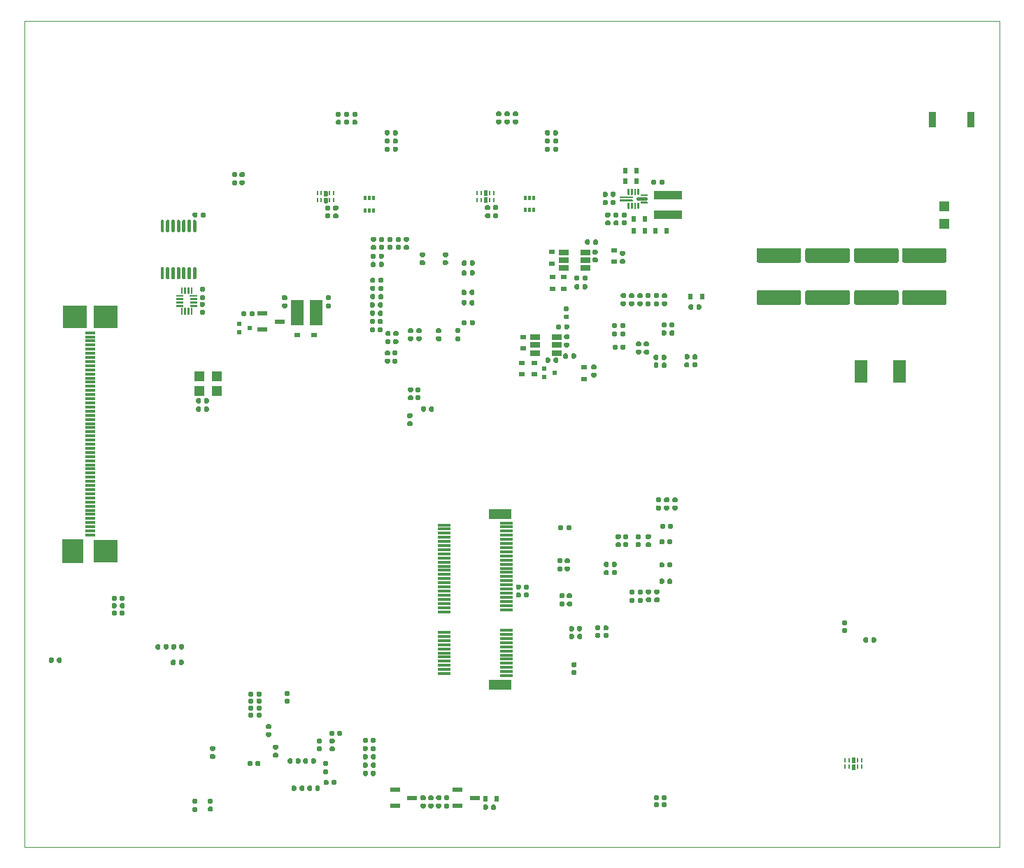
<source format=gbr>
%TF.GenerationSoftware,KiCad,Pcbnew,5.1.9+dfsg1-1*%
%TF.CreationDate,2022-05-12T15:35:02+02:00*%
%TF.ProjectId,kria-k26-devboard,6b726961-2d6b-4323-962d-646576626f61,rev?*%
%TF.SameCoordinates,Original*%
%TF.FileFunction,Paste,Bot*%
%TF.FilePolarity,Positive*%
%FSLAX46Y46*%
G04 Gerber Fmt 4.6, Leading zero omitted, Abs format (unit mm)*
G04 Created by KiCad (PCBNEW 5.1.9+dfsg1-1) date 2022-05-12 15:35:02 commit 3e03c6a*
%MOMM*%
%LPD*%
G01*
G04 APERTURE LIST*
%TA.AperFunction,Profile*%
%ADD10C,0.100000*%
%TD*%
%ADD11C,0.010000*%
%ADD12R,1.500000X2.750000*%
%ADD13R,1.200000X1.200000*%
%ADD14R,0.600000X0.800000*%
%ADD15R,3.400000X0.980000*%
%ADD16R,0.200000X0.565000*%
%ADD17R,0.809600X1.905000*%
%ADD18R,2.500000X3.000000*%
%ADD19R,3.000000X2.700000*%
%ADD20R,1.200000X0.300000*%
%ADD21R,0.800000X0.600000*%
%ADD22R,1.520000X3.050000*%
%ADD23R,1.300000X0.600000*%
%ADD24R,1.200000X0.700000*%
%ADD25R,0.300000X0.600000*%
%ADD26R,1.550000X0.300000*%
%ADD27R,2.750000X1.200000*%
%ADD28R,0.600000X0.500000*%
G04 APERTURE END LIST*
D10*
X74000000Y-152000000D02*
X74000000Y-52000000D01*
X74000000Y-52000000D02*
X192000000Y-52000000D01*
X192000000Y-52000000D02*
X192000000Y-152000000D01*
X192000000Y-152000000D02*
X74000000Y-152000000D01*
D11*
%TO.C,U14*%
G36*
X174120000Y-141715000D02*
G01*
X174120000Y-141250000D01*
X174120069Y-141247383D01*
X174120274Y-141244774D01*
X174120616Y-141242178D01*
X174121093Y-141239604D01*
X174121704Y-141237059D01*
X174122447Y-141234549D01*
X174123321Y-141232082D01*
X174124323Y-141229663D01*
X174125450Y-141227300D01*
X174126699Y-141225000D01*
X174128066Y-141222768D01*
X174129549Y-141220611D01*
X174131143Y-141218534D01*
X174132843Y-141216543D01*
X174134645Y-141214645D01*
X174136543Y-141212843D01*
X174138534Y-141211143D01*
X174140611Y-141209549D01*
X174142768Y-141208066D01*
X174145000Y-141206699D01*
X174147300Y-141205450D01*
X174149663Y-141204323D01*
X174152082Y-141203321D01*
X174154549Y-141202447D01*
X174157059Y-141201704D01*
X174159604Y-141201093D01*
X174162178Y-141200616D01*
X174164774Y-141200274D01*
X174167383Y-141200069D01*
X174170000Y-141200000D01*
X174432500Y-141200000D01*
X174434986Y-141200065D01*
X174437465Y-141200260D01*
X174439931Y-141200585D01*
X174442376Y-141201038D01*
X174444794Y-141201619D01*
X174447178Y-141202325D01*
X174449522Y-141203155D01*
X174451820Y-141204107D01*
X174454065Y-141205177D01*
X174456250Y-141206364D01*
X174458370Y-141207663D01*
X174460420Y-141209072D01*
X174462393Y-141210586D01*
X174464284Y-141212201D01*
X174466088Y-141213912D01*
X174467799Y-141215716D01*
X174469414Y-141217607D01*
X174470928Y-141219580D01*
X174472337Y-141221630D01*
X174473636Y-141223750D01*
X174474823Y-141225935D01*
X174475893Y-141228180D01*
X174476845Y-141230478D01*
X174477675Y-141232822D01*
X174478381Y-141235206D01*
X174478962Y-141237624D01*
X174479415Y-141240069D01*
X174479740Y-141242535D01*
X174479935Y-141245014D01*
X174480000Y-141247500D01*
X174480000Y-141715000D01*
X174479931Y-141717617D01*
X174479726Y-141720226D01*
X174479384Y-141722822D01*
X174478907Y-141725396D01*
X174478296Y-141727941D01*
X174477553Y-141730451D01*
X174476679Y-141732918D01*
X174475677Y-141735337D01*
X174474550Y-141737700D01*
X174473301Y-141740000D01*
X174471934Y-141742232D01*
X174470451Y-141744389D01*
X174468857Y-141746466D01*
X174467157Y-141748457D01*
X174465355Y-141750355D01*
X174463457Y-141752157D01*
X174461466Y-141753857D01*
X174459389Y-141755451D01*
X174457232Y-141756934D01*
X174455000Y-141758301D01*
X174452700Y-141759550D01*
X174450337Y-141760677D01*
X174447918Y-141761679D01*
X174445451Y-141762553D01*
X174442941Y-141763296D01*
X174440396Y-141763907D01*
X174437822Y-141764384D01*
X174435226Y-141764726D01*
X174432617Y-141764931D01*
X174430000Y-141765000D01*
X174170000Y-141765000D01*
X174167383Y-141764931D01*
X174164774Y-141764726D01*
X174162178Y-141764384D01*
X174159604Y-141763907D01*
X174157059Y-141763296D01*
X174154549Y-141762553D01*
X174152082Y-141761679D01*
X174149663Y-141760677D01*
X174147300Y-141759550D01*
X174145000Y-141758301D01*
X174142768Y-141756934D01*
X174140611Y-141755451D01*
X174138534Y-141753857D01*
X174136543Y-141752157D01*
X174134645Y-141750355D01*
X174132843Y-141748457D01*
X174131143Y-141746466D01*
X174129549Y-141744389D01*
X174128066Y-141742232D01*
X174126699Y-141740000D01*
X174125450Y-141737700D01*
X174124323Y-141735337D01*
X174123321Y-141732918D01*
X174122447Y-141730451D01*
X174121704Y-141727941D01*
X174121093Y-141725396D01*
X174120616Y-141722822D01*
X174120274Y-141720226D01*
X174120069Y-141717617D01*
X174120000Y-141715000D01*
G37*
X174120000Y-141715000D02*
X174120000Y-141250000D01*
X174120069Y-141247383D01*
X174120274Y-141244774D01*
X174120616Y-141242178D01*
X174121093Y-141239604D01*
X174121704Y-141237059D01*
X174122447Y-141234549D01*
X174123321Y-141232082D01*
X174124323Y-141229663D01*
X174125450Y-141227300D01*
X174126699Y-141225000D01*
X174128066Y-141222768D01*
X174129549Y-141220611D01*
X174131143Y-141218534D01*
X174132843Y-141216543D01*
X174134645Y-141214645D01*
X174136543Y-141212843D01*
X174138534Y-141211143D01*
X174140611Y-141209549D01*
X174142768Y-141208066D01*
X174145000Y-141206699D01*
X174147300Y-141205450D01*
X174149663Y-141204323D01*
X174152082Y-141203321D01*
X174154549Y-141202447D01*
X174157059Y-141201704D01*
X174159604Y-141201093D01*
X174162178Y-141200616D01*
X174164774Y-141200274D01*
X174167383Y-141200069D01*
X174170000Y-141200000D01*
X174432500Y-141200000D01*
X174434986Y-141200065D01*
X174437465Y-141200260D01*
X174439931Y-141200585D01*
X174442376Y-141201038D01*
X174444794Y-141201619D01*
X174447178Y-141202325D01*
X174449522Y-141203155D01*
X174451820Y-141204107D01*
X174454065Y-141205177D01*
X174456250Y-141206364D01*
X174458370Y-141207663D01*
X174460420Y-141209072D01*
X174462393Y-141210586D01*
X174464284Y-141212201D01*
X174466088Y-141213912D01*
X174467799Y-141215716D01*
X174469414Y-141217607D01*
X174470928Y-141219580D01*
X174472337Y-141221630D01*
X174473636Y-141223750D01*
X174474823Y-141225935D01*
X174475893Y-141228180D01*
X174476845Y-141230478D01*
X174477675Y-141232822D01*
X174478381Y-141235206D01*
X174478962Y-141237624D01*
X174479415Y-141240069D01*
X174479740Y-141242535D01*
X174479935Y-141245014D01*
X174480000Y-141247500D01*
X174480000Y-141715000D01*
X174479931Y-141717617D01*
X174479726Y-141720226D01*
X174479384Y-141722822D01*
X174478907Y-141725396D01*
X174478296Y-141727941D01*
X174477553Y-141730451D01*
X174476679Y-141732918D01*
X174475677Y-141735337D01*
X174474550Y-141737700D01*
X174473301Y-141740000D01*
X174471934Y-141742232D01*
X174470451Y-141744389D01*
X174468857Y-141746466D01*
X174467157Y-141748457D01*
X174465355Y-141750355D01*
X174463457Y-141752157D01*
X174461466Y-141753857D01*
X174459389Y-141755451D01*
X174457232Y-141756934D01*
X174455000Y-141758301D01*
X174452700Y-141759550D01*
X174450337Y-141760677D01*
X174447918Y-141761679D01*
X174445451Y-141762553D01*
X174442941Y-141763296D01*
X174440396Y-141763907D01*
X174437822Y-141764384D01*
X174435226Y-141764726D01*
X174432617Y-141764931D01*
X174430000Y-141765000D01*
X174170000Y-141765000D01*
X174167383Y-141764931D01*
X174164774Y-141764726D01*
X174162178Y-141764384D01*
X174159604Y-141763907D01*
X174157059Y-141763296D01*
X174154549Y-141762553D01*
X174152082Y-141761679D01*
X174149663Y-141760677D01*
X174147300Y-141759550D01*
X174145000Y-141758301D01*
X174142768Y-141756934D01*
X174140611Y-141755451D01*
X174138534Y-141753857D01*
X174136543Y-141752157D01*
X174134645Y-141750355D01*
X174132843Y-141748457D01*
X174131143Y-141746466D01*
X174129549Y-141744389D01*
X174128066Y-141742232D01*
X174126699Y-141740000D01*
X174125450Y-141737700D01*
X174124323Y-141735337D01*
X174123321Y-141732918D01*
X174122447Y-141730451D01*
X174121704Y-141727941D01*
X174121093Y-141725396D01*
X174120616Y-141722822D01*
X174120274Y-141720226D01*
X174120069Y-141717617D01*
X174120000Y-141715000D01*
G36*
X174120000Y-142550000D02*
G01*
X174120000Y-142085000D01*
X174120069Y-142082383D01*
X174120274Y-142079774D01*
X174120616Y-142077178D01*
X174121093Y-142074604D01*
X174121704Y-142072059D01*
X174122447Y-142069549D01*
X174123321Y-142067082D01*
X174124323Y-142064663D01*
X174125450Y-142062300D01*
X174126699Y-142060000D01*
X174128066Y-142057768D01*
X174129549Y-142055611D01*
X174131143Y-142053534D01*
X174132843Y-142051543D01*
X174134645Y-142049645D01*
X174136543Y-142047843D01*
X174138534Y-142046143D01*
X174140611Y-142044549D01*
X174142768Y-142043066D01*
X174145000Y-142041699D01*
X174147300Y-142040450D01*
X174149663Y-142039323D01*
X174152082Y-142038321D01*
X174154549Y-142037447D01*
X174157059Y-142036704D01*
X174159604Y-142036093D01*
X174162178Y-142035616D01*
X174164774Y-142035274D01*
X174167383Y-142035069D01*
X174170000Y-142035000D01*
X174432500Y-142035000D01*
X174434986Y-142035065D01*
X174437465Y-142035260D01*
X174439931Y-142035585D01*
X174442376Y-142036038D01*
X174444794Y-142036619D01*
X174447178Y-142037325D01*
X174449522Y-142038155D01*
X174451820Y-142039107D01*
X174454065Y-142040177D01*
X174456250Y-142041364D01*
X174458370Y-142042663D01*
X174460420Y-142044072D01*
X174462393Y-142045586D01*
X174464284Y-142047201D01*
X174466088Y-142048912D01*
X174467799Y-142050716D01*
X174469414Y-142052607D01*
X174470928Y-142054580D01*
X174472337Y-142056630D01*
X174473636Y-142058750D01*
X174474823Y-142060935D01*
X174475893Y-142063180D01*
X174476845Y-142065478D01*
X174477675Y-142067822D01*
X174478381Y-142070206D01*
X174478962Y-142072624D01*
X174479415Y-142075069D01*
X174479740Y-142077535D01*
X174479935Y-142080014D01*
X174480000Y-142082500D01*
X174480000Y-142550000D01*
X174479931Y-142552617D01*
X174479726Y-142555226D01*
X174479384Y-142557822D01*
X174478907Y-142560396D01*
X174478296Y-142562941D01*
X174477553Y-142565451D01*
X174476679Y-142567918D01*
X174475677Y-142570337D01*
X174474550Y-142572700D01*
X174473301Y-142575000D01*
X174471934Y-142577232D01*
X174470451Y-142579389D01*
X174468857Y-142581466D01*
X174467157Y-142583457D01*
X174465355Y-142585355D01*
X174463457Y-142587157D01*
X174461466Y-142588857D01*
X174459389Y-142590451D01*
X174457232Y-142591934D01*
X174455000Y-142593301D01*
X174452700Y-142594550D01*
X174450337Y-142595677D01*
X174447918Y-142596679D01*
X174445451Y-142597553D01*
X174442941Y-142598296D01*
X174440396Y-142598907D01*
X174437822Y-142599384D01*
X174435226Y-142599726D01*
X174432617Y-142599931D01*
X174430000Y-142600000D01*
X174170000Y-142600000D01*
X174167383Y-142599931D01*
X174164774Y-142599726D01*
X174162178Y-142599384D01*
X174159604Y-142598907D01*
X174157059Y-142598296D01*
X174154549Y-142597553D01*
X174152082Y-142596679D01*
X174149663Y-142595677D01*
X174147300Y-142594550D01*
X174145000Y-142593301D01*
X174142768Y-142591934D01*
X174140611Y-142590451D01*
X174138534Y-142588857D01*
X174136543Y-142587157D01*
X174134645Y-142585355D01*
X174132843Y-142583457D01*
X174131143Y-142581466D01*
X174129549Y-142579389D01*
X174128066Y-142577232D01*
X174126699Y-142575000D01*
X174125450Y-142572700D01*
X174124323Y-142570337D01*
X174123321Y-142567918D01*
X174122447Y-142565451D01*
X174121704Y-142562941D01*
X174121093Y-142560396D01*
X174120616Y-142557822D01*
X174120274Y-142555226D01*
X174120069Y-142552617D01*
X174120000Y-142550000D01*
G37*
X174120000Y-142550000D02*
X174120000Y-142085000D01*
X174120069Y-142082383D01*
X174120274Y-142079774D01*
X174120616Y-142077178D01*
X174121093Y-142074604D01*
X174121704Y-142072059D01*
X174122447Y-142069549D01*
X174123321Y-142067082D01*
X174124323Y-142064663D01*
X174125450Y-142062300D01*
X174126699Y-142060000D01*
X174128066Y-142057768D01*
X174129549Y-142055611D01*
X174131143Y-142053534D01*
X174132843Y-142051543D01*
X174134645Y-142049645D01*
X174136543Y-142047843D01*
X174138534Y-142046143D01*
X174140611Y-142044549D01*
X174142768Y-142043066D01*
X174145000Y-142041699D01*
X174147300Y-142040450D01*
X174149663Y-142039323D01*
X174152082Y-142038321D01*
X174154549Y-142037447D01*
X174157059Y-142036704D01*
X174159604Y-142036093D01*
X174162178Y-142035616D01*
X174164774Y-142035274D01*
X174167383Y-142035069D01*
X174170000Y-142035000D01*
X174432500Y-142035000D01*
X174434986Y-142035065D01*
X174437465Y-142035260D01*
X174439931Y-142035585D01*
X174442376Y-142036038D01*
X174444794Y-142036619D01*
X174447178Y-142037325D01*
X174449522Y-142038155D01*
X174451820Y-142039107D01*
X174454065Y-142040177D01*
X174456250Y-142041364D01*
X174458370Y-142042663D01*
X174460420Y-142044072D01*
X174462393Y-142045586D01*
X174464284Y-142047201D01*
X174466088Y-142048912D01*
X174467799Y-142050716D01*
X174469414Y-142052607D01*
X174470928Y-142054580D01*
X174472337Y-142056630D01*
X174473636Y-142058750D01*
X174474823Y-142060935D01*
X174475893Y-142063180D01*
X174476845Y-142065478D01*
X174477675Y-142067822D01*
X174478381Y-142070206D01*
X174478962Y-142072624D01*
X174479415Y-142075069D01*
X174479740Y-142077535D01*
X174479935Y-142080014D01*
X174480000Y-142082500D01*
X174480000Y-142550000D01*
X174479931Y-142552617D01*
X174479726Y-142555226D01*
X174479384Y-142557822D01*
X174478907Y-142560396D01*
X174478296Y-142562941D01*
X174477553Y-142565451D01*
X174476679Y-142567918D01*
X174475677Y-142570337D01*
X174474550Y-142572700D01*
X174473301Y-142575000D01*
X174471934Y-142577232D01*
X174470451Y-142579389D01*
X174468857Y-142581466D01*
X174467157Y-142583457D01*
X174465355Y-142585355D01*
X174463457Y-142587157D01*
X174461466Y-142588857D01*
X174459389Y-142590451D01*
X174457232Y-142591934D01*
X174455000Y-142593301D01*
X174452700Y-142594550D01*
X174450337Y-142595677D01*
X174447918Y-142596679D01*
X174445451Y-142597553D01*
X174442941Y-142598296D01*
X174440396Y-142598907D01*
X174437822Y-142599384D01*
X174435226Y-142599726D01*
X174432617Y-142599931D01*
X174430000Y-142600000D01*
X174170000Y-142600000D01*
X174167383Y-142599931D01*
X174164774Y-142599726D01*
X174162178Y-142599384D01*
X174159604Y-142598907D01*
X174157059Y-142598296D01*
X174154549Y-142597553D01*
X174152082Y-142596679D01*
X174149663Y-142595677D01*
X174147300Y-142594550D01*
X174145000Y-142593301D01*
X174142768Y-142591934D01*
X174140611Y-142590451D01*
X174138534Y-142588857D01*
X174136543Y-142587157D01*
X174134645Y-142585355D01*
X174132843Y-142583457D01*
X174131143Y-142581466D01*
X174129549Y-142579389D01*
X174128066Y-142577232D01*
X174126699Y-142575000D01*
X174125450Y-142572700D01*
X174124323Y-142570337D01*
X174123321Y-142567918D01*
X174122447Y-142565451D01*
X174121704Y-142562941D01*
X174121093Y-142560396D01*
X174120616Y-142557822D01*
X174120274Y-142555226D01*
X174120069Y-142552617D01*
X174120000Y-142550000D01*
%TO.C,U28*%
G36*
X110580000Y-73485000D02*
G01*
X110580000Y-73950000D01*
X110579931Y-73952617D01*
X110579726Y-73955226D01*
X110579384Y-73957822D01*
X110578907Y-73960396D01*
X110578296Y-73962941D01*
X110577553Y-73965451D01*
X110576679Y-73967918D01*
X110575677Y-73970337D01*
X110574550Y-73972700D01*
X110573301Y-73975000D01*
X110571934Y-73977232D01*
X110570451Y-73979389D01*
X110568857Y-73981466D01*
X110567157Y-73983457D01*
X110565355Y-73985355D01*
X110563457Y-73987157D01*
X110561466Y-73988857D01*
X110559389Y-73990451D01*
X110557232Y-73991934D01*
X110555000Y-73993301D01*
X110552700Y-73994550D01*
X110550337Y-73995677D01*
X110547918Y-73996679D01*
X110545451Y-73997553D01*
X110542941Y-73998296D01*
X110540396Y-73998907D01*
X110537822Y-73999384D01*
X110535226Y-73999726D01*
X110532617Y-73999931D01*
X110530000Y-74000000D01*
X110267500Y-74000000D01*
X110265014Y-73999935D01*
X110262535Y-73999740D01*
X110260069Y-73999415D01*
X110257624Y-73998962D01*
X110255206Y-73998381D01*
X110252822Y-73997675D01*
X110250478Y-73996845D01*
X110248180Y-73995893D01*
X110245935Y-73994823D01*
X110243750Y-73993636D01*
X110241630Y-73992337D01*
X110239580Y-73990928D01*
X110237607Y-73989414D01*
X110235716Y-73987799D01*
X110233912Y-73986088D01*
X110232201Y-73984284D01*
X110230586Y-73982393D01*
X110229072Y-73980420D01*
X110227663Y-73978370D01*
X110226364Y-73976250D01*
X110225177Y-73974065D01*
X110224107Y-73971820D01*
X110223155Y-73969522D01*
X110222325Y-73967178D01*
X110221619Y-73964794D01*
X110221038Y-73962376D01*
X110220585Y-73959931D01*
X110220260Y-73957465D01*
X110220065Y-73954986D01*
X110220000Y-73952500D01*
X110220000Y-73485000D01*
X110220069Y-73482383D01*
X110220274Y-73479774D01*
X110220616Y-73477178D01*
X110221093Y-73474604D01*
X110221704Y-73472059D01*
X110222447Y-73469549D01*
X110223321Y-73467082D01*
X110224323Y-73464663D01*
X110225450Y-73462300D01*
X110226699Y-73460000D01*
X110228066Y-73457768D01*
X110229549Y-73455611D01*
X110231143Y-73453534D01*
X110232843Y-73451543D01*
X110234645Y-73449645D01*
X110236543Y-73447843D01*
X110238534Y-73446143D01*
X110240611Y-73444549D01*
X110242768Y-73443066D01*
X110245000Y-73441699D01*
X110247300Y-73440450D01*
X110249663Y-73439323D01*
X110252082Y-73438321D01*
X110254549Y-73437447D01*
X110257059Y-73436704D01*
X110259604Y-73436093D01*
X110262178Y-73435616D01*
X110264774Y-73435274D01*
X110267383Y-73435069D01*
X110270000Y-73435000D01*
X110530000Y-73435000D01*
X110532617Y-73435069D01*
X110535226Y-73435274D01*
X110537822Y-73435616D01*
X110540396Y-73436093D01*
X110542941Y-73436704D01*
X110545451Y-73437447D01*
X110547918Y-73438321D01*
X110550337Y-73439323D01*
X110552700Y-73440450D01*
X110555000Y-73441699D01*
X110557232Y-73443066D01*
X110559389Y-73444549D01*
X110561466Y-73446143D01*
X110563457Y-73447843D01*
X110565355Y-73449645D01*
X110567157Y-73451543D01*
X110568857Y-73453534D01*
X110570451Y-73455611D01*
X110571934Y-73457768D01*
X110573301Y-73460000D01*
X110574550Y-73462300D01*
X110575677Y-73464663D01*
X110576679Y-73467082D01*
X110577553Y-73469549D01*
X110578296Y-73472059D01*
X110578907Y-73474604D01*
X110579384Y-73477178D01*
X110579726Y-73479774D01*
X110579931Y-73482383D01*
X110580000Y-73485000D01*
G37*
X110580000Y-73485000D02*
X110580000Y-73950000D01*
X110579931Y-73952617D01*
X110579726Y-73955226D01*
X110579384Y-73957822D01*
X110578907Y-73960396D01*
X110578296Y-73962941D01*
X110577553Y-73965451D01*
X110576679Y-73967918D01*
X110575677Y-73970337D01*
X110574550Y-73972700D01*
X110573301Y-73975000D01*
X110571934Y-73977232D01*
X110570451Y-73979389D01*
X110568857Y-73981466D01*
X110567157Y-73983457D01*
X110565355Y-73985355D01*
X110563457Y-73987157D01*
X110561466Y-73988857D01*
X110559389Y-73990451D01*
X110557232Y-73991934D01*
X110555000Y-73993301D01*
X110552700Y-73994550D01*
X110550337Y-73995677D01*
X110547918Y-73996679D01*
X110545451Y-73997553D01*
X110542941Y-73998296D01*
X110540396Y-73998907D01*
X110537822Y-73999384D01*
X110535226Y-73999726D01*
X110532617Y-73999931D01*
X110530000Y-74000000D01*
X110267500Y-74000000D01*
X110265014Y-73999935D01*
X110262535Y-73999740D01*
X110260069Y-73999415D01*
X110257624Y-73998962D01*
X110255206Y-73998381D01*
X110252822Y-73997675D01*
X110250478Y-73996845D01*
X110248180Y-73995893D01*
X110245935Y-73994823D01*
X110243750Y-73993636D01*
X110241630Y-73992337D01*
X110239580Y-73990928D01*
X110237607Y-73989414D01*
X110235716Y-73987799D01*
X110233912Y-73986088D01*
X110232201Y-73984284D01*
X110230586Y-73982393D01*
X110229072Y-73980420D01*
X110227663Y-73978370D01*
X110226364Y-73976250D01*
X110225177Y-73974065D01*
X110224107Y-73971820D01*
X110223155Y-73969522D01*
X110222325Y-73967178D01*
X110221619Y-73964794D01*
X110221038Y-73962376D01*
X110220585Y-73959931D01*
X110220260Y-73957465D01*
X110220065Y-73954986D01*
X110220000Y-73952500D01*
X110220000Y-73485000D01*
X110220069Y-73482383D01*
X110220274Y-73479774D01*
X110220616Y-73477178D01*
X110221093Y-73474604D01*
X110221704Y-73472059D01*
X110222447Y-73469549D01*
X110223321Y-73467082D01*
X110224323Y-73464663D01*
X110225450Y-73462300D01*
X110226699Y-73460000D01*
X110228066Y-73457768D01*
X110229549Y-73455611D01*
X110231143Y-73453534D01*
X110232843Y-73451543D01*
X110234645Y-73449645D01*
X110236543Y-73447843D01*
X110238534Y-73446143D01*
X110240611Y-73444549D01*
X110242768Y-73443066D01*
X110245000Y-73441699D01*
X110247300Y-73440450D01*
X110249663Y-73439323D01*
X110252082Y-73438321D01*
X110254549Y-73437447D01*
X110257059Y-73436704D01*
X110259604Y-73436093D01*
X110262178Y-73435616D01*
X110264774Y-73435274D01*
X110267383Y-73435069D01*
X110270000Y-73435000D01*
X110530000Y-73435000D01*
X110532617Y-73435069D01*
X110535226Y-73435274D01*
X110537822Y-73435616D01*
X110540396Y-73436093D01*
X110542941Y-73436704D01*
X110545451Y-73437447D01*
X110547918Y-73438321D01*
X110550337Y-73439323D01*
X110552700Y-73440450D01*
X110555000Y-73441699D01*
X110557232Y-73443066D01*
X110559389Y-73444549D01*
X110561466Y-73446143D01*
X110563457Y-73447843D01*
X110565355Y-73449645D01*
X110567157Y-73451543D01*
X110568857Y-73453534D01*
X110570451Y-73455611D01*
X110571934Y-73457768D01*
X110573301Y-73460000D01*
X110574550Y-73462300D01*
X110575677Y-73464663D01*
X110576679Y-73467082D01*
X110577553Y-73469549D01*
X110578296Y-73472059D01*
X110578907Y-73474604D01*
X110579384Y-73477178D01*
X110579726Y-73479774D01*
X110579931Y-73482383D01*
X110580000Y-73485000D01*
G36*
X110580000Y-72650000D02*
G01*
X110580000Y-73115000D01*
X110579931Y-73117617D01*
X110579726Y-73120226D01*
X110579384Y-73122822D01*
X110578907Y-73125396D01*
X110578296Y-73127941D01*
X110577553Y-73130451D01*
X110576679Y-73132918D01*
X110575677Y-73135337D01*
X110574550Y-73137700D01*
X110573301Y-73140000D01*
X110571934Y-73142232D01*
X110570451Y-73144389D01*
X110568857Y-73146466D01*
X110567157Y-73148457D01*
X110565355Y-73150355D01*
X110563457Y-73152157D01*
X110561466Y-73153857D01*
X110559389Y-73155451D01*
X110557232Y-73156934D01*
X110555000Y-73158301D01*
X110552700Y-73159550D01*
X110550337Y-73160677D01*
X110547918Y-73161679D01*
X110545451Y-73162553D01*
X110542941Y-73163296D01*
X110540396Y-73163907D01*
X110537822Y-73164384D01*
X110535226Y-73164726D01*
X110532617Y-73164931D01*
X110530000Y-73165000D01*
X110267500Y-73165000D01*
X110265014Y-73164935D01*
X110262535Y-73164740D01*
X110260069Y-73164415D01*
X110257624Y-73163962D01*
X110255206Y-73163381D01*
X110252822Y-73162675D01*
X110250478Y-73161845D01*
X110248180Y-73160893D01*
X110245935Y-73159823D01*
X110243750Y-73158636D01*
X110241630Y-73157337D01*
X110239580Y-73155928D01*
X110237607Y-73154414D01*
X110235716Y-73152799D01*
X110233912Y-73151088D01*
X110232201Y-73149284D01*
X110230586Y-73147393D01*
X110229072Y-73145420D01*
X110227663Y-73143370D01*
X110226364Y-73141250D01*
X110225177Y-73139065D01*
X110224107Y-73136820D01*
X110223155Y-73134522D01*
X110222325Y-73132178D01*
X110221619Y-73129794D01*
X110221038Y-73127376D01*
X110220585Y-73124931D01*
X110220260Y-73122465D01*
X110220065Y-73119986D01*
X110220000Y-73117500D01*
X110220000Y-72650000D01*
X110220069Y-72647383D01*
X110220274Y-72644774D01*
X110220616Y-72642178D01*
X110221093Y-72639604D01*
X110221704Y-72637059D01*
X110222447Y-72634549D01*
X110223321Y-72632082D01*
X110224323Y-72629663D01*
X110225450Y-72627300D01*
X110226699Y-72625000D01*
X110228066Y-72622768D01*
X110229549Y-72620611D01*
X110231143Y-72618534D01*
X110232843Y-72616543D01*
X110234645Y-72614645D01*
X110236543Y-72612843D01*
X110238534Y-72611143D01*
X110240611Y-72609549D01*
X110242768Y-72608066D01*
X110245000Y-72606699D01*
X110247300Y-72605450D01*
X110249663Y-72604323D01*
X110252082Y-72603321D01*
X110254549Y-72602447D01*
X110257059Y-72601704D01*
X110259604Y-72601093D01*
X110262178Y-72600616D01*
X110264774Y-72600274D01*
X110267383Y-72600069D01*
X110270000Y-72600000D01*
X110530000Y-72600000D01*
X110532617Y-72600069D01*
X110535226Y-72600274D01*
X110537822Y-72600616D01*
X110540396Y-72601093D01*
X110542941Y-72601704D01*
X110545451Y-72602447D01*
X110547918Y-72603321D01*
X110550337Y-72604323D01*
X110552700Y-72605450D01*
X110555000Y-72606699D01*
X110557232Y-72608066D01*
X110559389Y-72609549D01*
X110561466Y-72611143D01*
X110563457Y-72612843D01*
X110565355Y-72614645D01*
X110567157Y-72616543D01*
X110568857Y-72618534D01*
X110570451Y-72620611D01*
X110571934Y-72622768D01*
X110573301Y-72625000D01*
X110574550Y-72627300D01*
X110575677Y-72629663D01*
X110576679Y-72632082D01*
X110577553Y-72634549D01*
X110578296Y-72637059D01*
X110578907Y-72639604D01*
X110579384Y-72642178D01*
X110579726Y-72644774D01*
X110579931Y-72647383D01*
X110580000Y-72650000D01*
G37*
X110580000Y-72650000D02*
X110580000Y-73115000D01*
X110579931Y-73117617D01*
X110579726Y-73120226D01*
X110579384Y-73122822D01*
X110578907Y-73125396D01*
X110578296Y-73127941D01*
X110577553Y-73130451D01*
X110576679Y-73132918D01*
X110575677Y-73135337D01*
X110574550Y-73137700D01*
X110573301Y-73140000D01*
X110571934Y-73142232D01*
X110570451Y-73144389D01*
X110568857Y-73146466D01*
X110567157Y-73148457D01*
X110565355Y-73150355D01*
X110563457Y-73152157D01*
X110561466Y-73153857D01*
X110559389Y-73155451D01*
X110557232Y-73156934D01*
X110555000Y-73158301D01*
X110552700Y-73159550D01*
X110550337Y-73160677D01*
X110547918Y-73161679D01*
X110545451Y-73162553D01*
X110542941Y-73163296D01*
X110540396Y-73163907D01*
X110537822Y-73164384D01*
X110535226Y-73164726D01*
X110532617Y-73164931D01*
X110530000Y-73165000D01*
X110267500Y-73165000D01*
X110265014Y-73164935D01*
X110262535Y-73164740D01*
X110260069Y-73164415D01*
X110257624Y-73163962D01*
X110255206Y-73163381D01*
X110252822Y-73162675D01*
X110250478Y-73161845D01*
X110248180Y-73160893D01*
X110245935Y-73159823D01*
X110243750Y-73158636D01*
X110241630Y-73157337D01*
X110239580Y-73155928D01*
X110237607Y-73154414D01*
X110235716Y-73152799D01*
X110233912Y-73151088D01*
X110232201Y-73149284D01*
X110230586Y-73147393D01*
X110229072Y-73145420D01*
X110227663Y-73143370D01*
X110226364Y-73141250D01*
X110225177Y-73139065D01*
X110224107Y-73136820D01*
X110223155Y-73134522D01*
X110222325Y-73132178D01*
X110221619Y-73129794D01*
X110221038Y-73127376D01*
X110220585Y-73124931D01*
X110220260Y-73122465D01*
X110220065Y-73119986D01*
X110220000Y-73117500D01*
X110220000Y-72650000D01*
X110220069Y-72647383D01*
X110220274Y-72644774D01*
X110220616Y-72642178D01*
X110221093Y-72639604D01*
X110221704Y-72637059D01*
X110222447Y-72634549D01*
X110223321Y-72632082D01*
X110224323Y-72629663D01*
X110225450Y-72627300D01*
X110226699Y-72625000D01*
X110228066Y-72622768D01*
X110229549Y-72620611D01*
X110231143Y-72618534D01*
X110232843Y-72616543D01*
X110234645Y-72614645D01*
X110236543Y-72612843D01*
X110238534Y-72611143D01*
X110240611Y-72609549D01*
X110242768Y-72608066D01*
X110245000Y-72606699D01*
X110247300Y-72605450D01*
X110249663Y-72604323D01*
X110252082Y-72603321D01*
X110254549Y-72602447D01*
X110257059Y-72601704D01*
X110259604Y-72601093D01*
X110262178Y-72600616D01*
X110264774Y-72600274D01*
X110267383Y-72600069D01*
X110270000Y-72600000D01*
X110530000Y-72600000D01*
X110532617Y-72600069D01*
X110535226Y-72600274D01*
X110537822Y-72600616D01*
X110540396Y-72601093D01*
X110542941Y-72601704D01*
X110545451Y-72602447D01*
X110547918Y-72603321D01*
X110550337Y-72604323D01*
X110552700Y-72605450D01*
X110555000Y-72606699D01*
X110557232Y-72608066D01*
X110559389Y-72609549D01*
X110561466Y-72611143D01*
X110563457Y-72612843D01*
X110565355Y-72614645D01*
X110567157Y-72616543D01*
X110568857Y-72618534D01*
X110570451Y-72620611D01*
X110571934Y-72622768D01*
X110573301Y-72625000D01*
X110574550Y-72627300D01*
X110575677Y-72629663D01*
X110576679Y-72632082D01*
X110577553Y-72634549D01*
X110578296Y-72637059D01*
X110578907Y-72639604D01*
X110579384Y-72642178D01*
X110579726Y-72644774D01*
X110579931Y-72647383D01*
X110580000Y-72650000D01*
%TO.C,U22*%
G36*
X129930000Y-73435000D02*
G01*
X129930000Y-73900000D01*
X129929931Y-73902617D01*
X129929726Y-73905226D01*
X129929384Y-73907822D01*
X129928907Y-73910396D01*
X129928296Y-73912941D01*
X129927553Y-73915451D01*
X129926679Y-73917918D01*
X129925677Y-73920337D01*
X129924550Y-73922700D01*
X129923301Y-73925000D01*
X129921934Y-73927232D01*
X129920451Y-73929389D01*
X129918857Y-73931466D01*
X129917157Y-73933457D01*
X129915355Y-73935355D01*
X129913457Y-73937157D01*
X129911466Y-73938857D01*
X129909389Y-73940451D01*
X129907232Y-73941934D01*
X129905000Y-73943301D01*
X129902700Y-73944550D01*
X129900337Y-73945677D01*
X129897918Y-73946679D01*
X129895451Y-73947553D01*
X129892941Y-73948296D01*
X129890396Y-73948907D01*
X129887822Y-73949384D01*
X129885226Y-73949726D01*
X129882617Y-73949931D01*
X129880000Y-73950000D01*
X129617500Y-73950000D01*
X129615014Y-73949935D01*
X129612535Y-73949740D01*
X129610069Y-73949415D01*
X129607624Y-73948962D01*
X129605206Y-73948381D01*
X129602822Y-73947675D01*
X129600478Y-73946845D01*
X129598180Y-73945893D01*
X129595935Y-73944823D01*
X129593750Y-73943636D01*
X129591630Y-73942337D01*
X129589580Y-73940928D01*
X129587607Y-73939414D01*
X129585716Y-73937799D01*
X129583912Y-73936088D01*
X129582201Y-73934284D01*
X129580586Y-73932393D01*
X129579072Y-73930420D01*
X129577663Y-73928370D01*
X129576364Y-73926250D01*
X129575177Y-73924065D01*
X129574107Y-73921820D01*
X129573155Y-73919522D01*
X129572325Y-73917178D01*
X129571619Y-73914794D01*
X129571038Y-73912376D01*
X129570585Y-73909931D01*
X129570260Y-73907465D01*
X129570065Y-73904986D01*
X129570000Y-73902500D01*
X129570000Y-73435000D01*
X129570069Y-73432383D01*
X129570274Y-73429774D01*
X129570616Y-73427178D01*
X129571093Y-73424604D01*
X129571704Y-73422059D01*
X129572447Y-73419549D01*
X129573321Y-73417082D01*
X129574323Y-73414663D01*
X129575450Y-73412300D01*
X129576699Y-73410000D01*
X129578066Y-73407768D01*
X129579549Y-73405611D01*
X129581143Y-73403534D01*
X129582843Y-73401543D01*
X129584645Y-73399645D01*
X129586543Y-73397843D01*
X129588534Y-73396143D01*
X129590611Y-73394549D01*
X129592768Y-73393066D01*
X129595000Y-73391699D01*
X129597300Y-73390450D01*
X129599663Y-73389323D01*
X129602082Y-73388321D01*
X129604549Y-73387447D01*
X129607059Y-73386704D01*
X129609604Y-73386093D01*
X129612178Y-73385616D01*
X129614774Y-73385274D01*
X129617383Y-73385069D01*
X129620000Y-73385000D01*
X129880000Y-73385000D01*
X129882617Y-73385069D01*
X129885226Y-73385274D01*
X129887822Y-73385616D01*
X129890396Y-73386093D01*
X129892941Y-73386704D01*
X129895451Y-73387447D01*
X129897918Y-73388321D01*
X129900337Y-73389323D01*
X129902700Y-73390450D01*
X129905000Y-73391699D01*
X129907232Y-73393066D01*
X129909389Y-73394549D01*
X129911466Y-73396143D01*
X129913457Y-73397843D01*
X129915355Y-73399645D01*
X129917157Y-73401543D01*
X129918857Y-73403534D01*
X129920451Y-73405611D01*
X129921934Y-73407768D01*
X129923301Y-73410000D01*
X129924550Y-73412300D01*
X129925677Y-73414663D01*
X129926679Y-73417082D01*
X129927553Y-73419549D01*
X129928296Y-73422059D01*
X129928907Y-73424604D01*
X129929384Y-73427178D01*
X129929726Y-73429774D01*
X129929931Y-73432383D01*
X129930000Y-73435000D01*
G37*
X129930000Y-73435000D02*
X129930000Y-73900000D01*
X129929931Y-73902617D01*
X129929726Y-73905226D01*
X129929384Y-73907822D01*
X129928907Y-73910396D01*
X129928296Y-73912941D01*
X129927553Y-73915451D01*
X129926679Y-73917918D01*
X129925677Y-73920337D01*
X129924550Y-73922700D01*
X129923301Y-73925000D01*
X129921934Y-73927232D01*
X129920451Y-73929389D01*
X129918857Y-73931466D01*
X129917157Y-73933457D01*
X129915355Y-73935355D01*
X129913457Y-73937157D01*
X129911466Y-73938857D01*
X129909389Y-73940451D01*
X129907232Y-73941934D01*
X129905000Y-73943301D01*
X129902700Y-73944550D01*
X129900337Y-73945677D01*
X129897918Y-73946679D01*
X129895451Y-73947553D01*
X129892941Y-73948296D01*
X129890396Y-73948907D01*
X129887822Y-73949384D01*
X129885226Y-73949726D01*
X129882617Y-73949931D01*
X129880000Y-73950000D01*
X129617500Y-73950000D01*
X129615014Y-73949935D01*
X129612535Y-73949740D01*
X129610069Y-73949415D01*
X129607624Y-73948962D01*
X129605206Y-73948381D01*
X129602822Y-73947675D01*
X129600478Y-73946845D01*
X129598180Y-73945893D01*
X129595935Y-73944823D01*
X129593750Y-73943636D01*
X129591630Y-73942337D01*
X129589580Y-73940928D01*
X129587607Y-73939414D01*
X129585716Y-73937799D01*
X129583912Y-73936088D01*
X129582201Y-73934284D01*
X129580586Y-73932393D01*
X129579072Y-73930420D01*
X129577663Y-73928370D01*
X129576364Y-73926250D01*
X129575177Y-73924065D01*
X129574107Y-73921820D01*
X129573155Y-73919522D01*
X129572325Y-73917178D01*
X129571619Y-73914794D01*
X129571038Y-73912376D01*
X129570585Y-73909931D01*
X129570260Y-73907465D01*
X129570065Y-73904986D01*
X129570000Y-73902500D01*
X129570000Y-73435000D01*
X129570069Y-73432383D01*
X129570274Y-73429774D01*
X129570616Y-73427178D01*
X129571093Y-73424604D01*
X129571704Y-73422059D01*
X129572447Y-73419549D01*
X129573321Y-73417082D01*
X129574323Y-73414663D01*
X129575450Y-73412300D01*
X129576699Y-73410000D01*
X129578066Y-73407768D01*
X129579549Y-73405611D01*
X129581143Y-73403534D01*
X129582843Y-73401543D01*
X129584645Y-73399645D01*
X129586543Y-73397843D01*
X129588534Y-73396143D01*
X129590611Y-73394549D01*
X129592768Y-73393066D01*
X129595000Y-73391699D01*
X129597300Y-73390450D01*
X129599663Y-73389323D01*
X129602082Y-73388321D01*
X129604549Y-73387447D01*
X129607059Y-73386704D01*
X129609604Y-73386093D01*
X129612178Y-73385616D01*
X129614774Y-73385274D01*
X129617383Y-73385069D01*
X129620000Y-73385000D01*
X129880000Y-73385000D01*
X129882617Y-73385069D01*
X129885226Y-73385274D01*
X129887822Y-73385616D01*
X129890396Y-73386093D01*
X129892941Y-73386704D01*
X129895451Y-73387447D01*
X129897918Y-73388321D01*
X129900337Y-73389323D01*
X129902700Y-73390450D01*
X129905000Y-73391699D01*
X129907232Y-73393066D01*
X129909389Y-73394549D01*
X129911466Y-73396143D01*
X129913457Y-73397843D01*
X129915355Y-73399645D01*
X129917157Y-73401543D01*
X129918857Y-73403534D01*
X129920451Y-73405611D01*
X129921934Y-73407768D01*
X129923301Y-73410000D01*
X129924550Y-73412300D01*
X129925677Y-73414663D01*
X129926679Y-73417082D01*
X129927553Y-73419549D01*
X129928296Y-73422059D01*
X129928907Y-73424604D01*
X129929384Y-73427178D01*
X129929726Y-73429774D01*
X129929931Y-73432383D01*
X129930000Y-73435000D01*
G36*
X129930000Y-72600000D02*
G01*
X129930000Y-73065000D01*
X129929931Y-73067617D01*
X129929726Y-73070226D01*
X129929384Y-73072822D01*
X129928907Y-73075396D01*
X129928296Y-73077941D01*
X129927553Y-73080451D01*
X129926679Y-73082918D01*
X129925677Y-73085337D01*
X129924550Y-73087700D01*
X129923301Y-73090000D01*
X129921934Y-73092232D01*
X129920451Y-73094389D01*
X129918857Y-73096466D01*
X129917157Y-73098457D01*
X129915355Y-73100355D01*
X129913457Y-73102157D01*
X129911466Y-73103857D01*
X129909389Y-73105451D01*
X129907232Y-73106934D01*
X129905000Y-73108301D01*
X129902700Y-73109550D01*
X129900337Y-73110677D01*
X129897918Y-73111679D01*
X129895451Y-73112553D01*
X129892941Y-73113296D01*
X129890396Y-73113907D01*
X129887822Y-73114384D01*
X129885226Y-73114726D01*
X129882617Y-73114931D01*
X129880000Y-73115000D01*
X129617500Y-73115000D01*
X129615014Y-73114935D01*
X129612535Y-73114740D01*
X129610069Y-73114415D01*
X129607624Y-73113962D01*
X129605206Y-73113381D01*
X129602822Y-73112675D01*
X129600478Y-73111845D01*
X129598180Y-73110893D01*
X129595935Y-73109823D01*
X129593750Y-73108636D01*
X129591630Y-73107337D01*
X129589580Y-73105928D01*
X129587607Y-73104414D01*
X129585716Y-73102799D01*
X129583912Y-73101088D01*
X129582201Y-73099284D01*
X129580586Y-73097393D01*
X129579072Y-73095420D01*
X129577663Y-73093370D01*
X129576364Y-73091250D01*
X129575177Y-73089065D01*
X129574107Y-73086820D01*
X129573155Y-73084522D01*
X129572325Y-73082178D01*
X129571619Y-73079794D01*
X129571038Y-73077376D01*
X129570585Y-73074931D01*
X129570260Y-73072465D01*
X129570065Y-73069986D01*
X129570000Y-73067500D01*
X129570000Y-72600000D01*
X129570069Y-72597383D01*
X129570274Y-72594774D01*
X129570616Y-72592178D01*
X129571093Y-72589604D01*
X129571704Y-72587059D01*
X129572447Y-72584549D01*
X129573321Y-72582082D01*
X129574323Y-72579663D01*
X129575450Y-72577300D01*
X129576699Y-72575000D01*
X129578066Y-72572768D01*
X129579549Y-72570611D01*
X129581143Y-72568534D01*
X129582843Y-72566543D01*
X129584645Y-72564645D01*
X129586543Y-72562843D01*
X129588534Y-72561143D01*
X129590611Y-72559549D01*
X129592768Y-72558066D01*
X129595000Y-72556699D01*
X129597300Y-72555450D01*
X129599663Y-72554323D01*
X129602082Y-72553321D01*
X129604549Y-72552447D01*
X129607059Y-72551704D01*
X129609604Y-72551093D01*
X129612178Y-72550616D01*
X129614774Y-72550274D01*
X129617383Y-72550069D01*
X129620000Y-72550000D01*
X129880000Y-72550000D01*
X129882617Y-72550069D01*
X129885226Y-72550274D01*
X129887822Y-72550616D01*
X129890396Y-72551093D01*
X129892941Y-72551704D01*
X129895451Y-72552447D01*
X129897918Y-72553321D01*
X129900337Y-72554323D01*
X129902700Y-72555450D01*
X129905000Y-72556699D01*
X129907232Y-72558066D01*
X129909389Y-72559549D01*
X129911466Y-72561143D01*
X129913457Y-72562843D01*
X129915355Y-72564645D01*
X129917157Y-72566543D01*
X129918857Y-72568534D01*
X129920451Y-72570611D01*
X129921934Y-72572768D01*
X129923301Y-72575000D01*
X129924550Y-72577300D01*
X129925677Y-72579663D01*
X129926679Y-72582082D01*
X129927553Y-72584549D01*
X129928296Y-72587059D01*
X129928907Y-72589604D01*
X129929384Y-72592178D01*
X129929726Y-72594774D01*
X129929931Y-72597383D01*
X129930000Y-72600000D01*
G37*
X129930000Y-72600000D02*
X129930000Y-73065000D01*
X129929931Y-73067617D01*
X129929726Y-73070226D01*
X129929384Y-73072822D01*
X129928907Y-73075396D01*
X129928296Y-73077941D01*
X129927553Y-73080451D01*
X129926679Y-73082918D01*
X129925677Y-73085337D01*
X129924550Y-73087700D01*
X129923301Y-73090000D01*
X129921934Y-73092232D01*
X129920451Y-73094389D01*
X129918857Y-73096466D01*
X129917157Y-73098457D01*
X129915355Y-73100355D01*
X129913457Y-73102157D01*
X129911466Y-73103857D01*
X129909389Y-73105451D01*
X129907232Y-73106934D01*
X129905000Y-73108301D01*
X129902700Y-73109550D01*
X129900337Y-73110677D01*
X129897918Y-73111679D01*
X129895451Y-73112553D01*
X129892941Y-73113296D01*
X129890396Y-73113907D01*
X129887822Y-73114384D01*
X129885226Y-73114726D01*
X129882617Y-73114931D01*
X129880000Y-73115000D01*
X129617500Y-73115000D01*
X129615014Y-73114935D01*
X129612535Y-73114740D01*
X129610069Y-73114415D01*
X129607624Y-73113962D01*
X129605206Y-73113381D01*
X129602822Y-73112675D01*
X129600478Y-73111845D01*
X129598180Y-73110893D01*
X129595935Y-73109823D01*
X129593750Y-73108636D01*
X129591630Y-73107337D01*
X129589580Y-73105928D01*
X129587607Y-73104414D01*
X129585716Y-73102799D01*
X129583912Y-73101088D01*
X129582201Y-73099284D01*
X129580586Y-73097393D01*
X129579072Y-73095420D01*
X129577663Y-73093370D01*
X129576364Y-73091250D01*
X129575177Y-73089065D01*
X129574107Y-73086820D01*
X129573155Y-73084522D01*
X129572325Y-73082178D01*
X129571619Y-73079794D01*
X129571038Y-73077376D01*
X129570585Y-73074931D01*
X129570260Y-73072465D01*
X129570065Y-73069986D01*
X129570000Y-73067500D01*
X129570000Y-72600000D01*
X129570069Y-72597383D01*
X129570274Y-72594774D01*
X129570616Y-72592178D01*
X129571093Y-72589604D01*
X129571704Y-72587059D01*
X129572447Y-72584549D01*
X129573321Y-72582082D01*
X129574323Y-72579663D01*
X129575450Y-72577300D01*
X129576699Y-72575000D01*
X129578066Y-72572768D01*
X129579549Y-72570611D01*
X129581143Y-72568534D01*
X129582843Y-72566543D01*
X129584645Y-72564645D01*
X129586543Y-72562843D01*
X129588534Y-72561143D01*
X129590611Y-72559549D01*
X129592768Y-72558066D01*
X129595000Y-72556699D01*
X129597300Y-72555450D01*
X129599663Y-72554323D01*
X129602082Y-72553321D01*
X129604549Y-72552447D01*
X129607059Y-72551704D01*
X129609604Y-72551093D01*
X129612178Y-72550616D01*
X129614774Y-72550274D01*
X129617383Y-72550069D01*
X129620000Y-72550000D01*
X129880000Y-72550000D01*
X129882617Y-72550069D01*
X129885226Y-72550274D01*
X129887822Y-72550616D01*
X129890396Y-72551093D01*
X129892941Y-72551704D01*
X129895451Y-72552447D01*
X129897918Y-72553321D01*
X129900337Y-72554323D01*
X129902700Y-72555450D01*
X129905000Y-72556699D01*
X129907232Y-72558066D01*
X129909389Y-72559549D01*
X129911466Y-72561143D01*
X129913457Y-72562843D01*
X129915355Y-72564645D01*
X129917157Y-72566543D01*
X129918857Y-72568534D01*
X129920451Y-72570611D01*
X129921934Y-72572768D01*
X129923301Y-72575000D01*
X129924550Y-72577300D01*
X129925677Y-72579663D01*
X129926679Y-72582082D01*
X129927553Y-72584549D01*
X129928296Y-72587059D01*
X129928907Y-72589604D01*
X129929384Y-72592178D01*
X129929726Y-72594774D01*
X129929931Y-72597383D01*
X129930000Y-72600000D01*
%TD*%
D12*
%TO.C,R154*%
X179870000Y-94450000D03*
X175230000Y-94450000D03*
%TD*%
D13*
%TO.C,R117*%
X185300000Y-76550000D03*
X185300000Y-74450000D03*
%TD*%
D14*
%TO.C,C185*%
X146675000Y-71400000D03*
X148075000Y-71400000D03*
%TD*%
%TO.C,U47*%
G36*
G01*
X148205500Y-72330000D02*
X148320500Y-72330000D01*
G75*
G02*
X148378000Y-72387500I0J-57500D01*
G01*
X148378000Y-73022500D01*
G75*
G02*
X148320500Y-73080000I-57500J0D01*
G01*
X148205500Y-73080000D01*
G75*
G02*
X148148000Y-73022500I0J57500D01*
G01*
X148148000Y-72387500D01*
G75*
G02*
X148205500Y-72330000I57500J0D01*
G01*
G37*
G36*
G01*
X148203500Y-74023000D02*
X148318500Y-74023000D01*
G75*
G02*
X148376000Y-74080500I0J-57500D01*
G01*
X148376000Y-74715500D01*
G75*
G02*
X148318500Y-74773000I-57500J0D01*
G01*
X148203500Y-74773000D01*
G75*
G02*
X148146000Y-74715500I0J57500D01*
G01*
X148146000Y-74080500D01*
G75*
G02*
X148203500Y-74023000I57500J0D01*
G01*
G37*
G36*
G01*
X147808500Y-72325000D02*
X147923500Y-72325000D01*
G75*
G02*
X147981000Y-72382500I0J-57500D01*
G01*
X147981000Y-73017500D01*
G75*
G02*
X147923500Y-73075000I-57500J0D01*
G01*
X147808500Y-73075000D01*
G75*
G02*
X147751000Y-73017500I0J57500D01*
G01*
X147751000Y-72382500D01*
G75*
G02*
X147808500Y-72325000I57500J0D01*
G01*
G37*
G36*
G01*
X147419500Y-72325000D02*
X147534500Y-72325000D01*
G75*
G02*
X147592000Y-72382500I0J-57500D01*
G01*
X147592000Y-73017500D01*
G75*
G02*
X147534500Y-73075000I-57500J0D01*
G01*
X147419500Y-73075000D01*
G75*
G02*
X147362000Y-73017500I0J57500D01*
G01*
X147362000Y-72382500D01*
G75*
G02*
X147419500Y-72325000I57500J0D01*
G01*
G37*
G36*
G01*
X147026500Y-72325000D02*
X147141500Y-72325000D01*
G75*
G02*
X147199000Y-72382500I0J-57500D01*
G01*
X147199000Y-73017500D01*
G75*
G02*
X147141500Y-73075000I-57500J0D01*
G01*
X147026500Y-73075000D01*
G75*
G02*
X146969000Y-73017500I0J57500D01*
G01*
X146969000Y-72382500D01*
G75*
G02*
X147026500Y-72325000I57500J0D01*
G01*
G37*
G36*
G01*
X147812500Y-74021000D02*
X147927500Y-74021000D01*
G75*
G02*
X147985000Y-74078500I0J-57500D01*
G01*
X147985000Y-74713500D01*
G75*
G02*
X147927500Y-74771000I-57500J0D01*
G01*
X147812500Y-74771000D01*
G75*
G02*
X147755000Y-74713500I0J57500D01*
G01*
X147755000Y-74078500D01*
G75*
G02*
X147812500Y-74021000I57500J0D01*
G01*
G37*
G36*
G01*
X147424500Y-74019000D02*
X147539500Y-74019000D01*
G75*
G02*
X147597000Y-74076500I0J-57500D01*
G01*
X147597000Y-74711500D01*
G75*
G02*
X147539500Y-74769000I-57500J0D01*
G01*
X147424500Y-74769000D01*
G75*
G02*
X147367000Y-74711500I0J57500D01*
G01*
X147367000Y-74076500D01*
G75*
G02*
X147424500Y-74019000I57500J0D01*
G01*
G37*
G36*
G01*
X147033500Y-74021000D02*
X147148500Y-74021000D01*
G75*
G02*
X147206000Y-74078500I0J-57500D01*
G01*
X147206000Y-74713500D01*
G75*
G02*
X147148500Y-74771000I-57500J0D01*
G01*
X147033500Y-74771000D01*
G75*
G02*
X146976000Y-74713500I0J57500D01*
G01*
X146976000Y-74078500D01*
G75*
G02*
X147033500Y-74021000I57500J0D01*
G01*
G37*
G36*
G01*
X148538000Y-74068500D02*
X148538000Y-73953500D01*
G75*
G02*
X148595500Y-73896000I57500J0D01*
G01*
X149330500Y-73896000D01*
G75*
G02*
X149388000Y-73953500I0J-57500D01*
G01*
X149388000Y-74068500D01*
G75*
G02*
X149330500Y-74126000I-57500J0D01*
G01*
X148595500Y-74126000D01*
G75*
G02*
X148538000Y-74068500I0J57500D01*
G01*
G37*
G36*
G01*
X148540000Y-73151500D02*
X148540000Y-73036500D01*
G75*
G02*
X148597500Y-72979000I57500J0D01*
G01*
X149332500Y-72979000D01*
G75*
G02*
X149390000Y-73036500I0J-57500D01*
G01*
X149390000Y-73151500D01*
G75*
G02*
X149332500Y-73209000I-57500J0D01*
G01*
X148597500Y-73209000D01*
G75*
G02*
X148540000Y-73151500I0J57500D01*
G01*
G37*
G36*
G01*
X149388000Y-73459250D02*
X149388000Y-73646750D01*
G75*
G02*
X149294250Y-73740500I-93750J0D01*
G01*
X148161750Y-73740500D01*
G75*
G02*
X148068000Y-73646750I0J93750D01*
G01*
X148068000Y-73459250D01*
G75*
G02*
X148161750Y-73365500I93750J0D01*
G01*
X149294250Y-73365500D01*
G75*
G02*
X149388000Y-73459250I0J-93750D01*
G01*
G37*
G36*
G01*
X145982000Y-73414000D02*
X145982000Y-73294000D01*
G75*
G02*
X146042000Y-73234000I60000J0D01*
G01*
X147542000Y-73234000D01*
G75*
G02*
X147602000Y-73294000I0J-60000D01*
G01*
X147602000Y-73414000D01*
G75*
G02*
X147542000Y-73474000I-60000J0D01*
G01*
X146042000Y-73474000D01*
G75*
G02*
X145982000Y-73414000I0J60000D01*
G01*
G37*
G36*
G01*
X145981000Y-73802000D02*
X145981000Y-73682000D01*
G75*
G02*
X146041000Y-73622000I60000J0D01*
G01*
X147541000Y-73622000D01*
G75*
G02*
X147601000Y-73682000I0J-60000D01*
G01*
X147601000Y-73802000D01*
G75*
G02*
X147541000Y-73862000I-60000J0D01*
G01*
X146041000Y-73862000D01*
G75*
G02*
X145981000Y-73802000I0J60000D01*
G01*
G37*
%TD*%
%TO.C,R123*%
G36*
G01*
X146390851Y-75214239D02*
X146735851Y-75214239D01*
G75*
G02*
X146883351Y-75361739I0J-147500D01*
G01*
X146883351Y-75656739D01*
G75*
G02*
X146735851Y-75804239I-147500J0D01*
G01*
X146390851Y-75804239D01*
G75*
G02*
X146243351Y-75656739I0J147500D01*
G01*
X146243351Y-75361739D01*
G75*
G02*
X146390851Y-75214239I147500J0D01*
G01*
G37*
G36*
G01*
X146390851Y-76184239D02*
X146735851Y-76184239D01*
G75*
G02*
X146883351Y-76331739I0J-147500D01*
G01*
X146883351Y-76626739D01*
G75*
G02*
X146735851Y-76774239I-147500J0D01*
G01*
X146390851Y-76774239D01*
G75*
G02*
X146243351Y-76626739I0J147500D01*
G01*
X146243351Y-76331739D01*
G75*
G02*
X146390851Y-76184239I147500J0D01*
G01*
G37*
%TD*%
%TO.C,R122*%
G36*
G01*
X145735852Y-76774239D02*
X145390852Y-76774239D01*
G75*
G02*
X145243352Y-76626739I0J147500D01*
G01*
X145243352Y-76331739D01*
G75*
G02*
X145390852Y-76184239I147500J0D01*
G01*
X145735852Y-76184239D01*
G75*
G02*
X145883352Y-76331739I0J-147500D01*
G01*
X145883352Y-76626739D01*
G75*
G02*
X145735852Y-76774239I-147500J0D01*
G01*
G37*
G36*
G01*
X145735852Y-75804239D02*
X145390852Y-75804239D01*
G75*
G02*
X145243352Y-75656739I0J147500D01*
G01*
X145243352Y-75361739D01*
G75*
G02*
X145390852Y-75214239I147500J0D01*
G01*
X145735852Y-75214239D01*
G75*
G02*
X145883352Y-75361739I0J-147500D01*
G01*
X145883352Y-75656739D01*
G75*
G02*
X145735852Y-75804239I-147500J0D01*
G01*
G37*
%TD*%
%TO.C,C187*%
G36*
G01*
X145505000Y-72827500D02*
X145505000Y-73172500D01*
G75*
G02*
X145357500Y-73320000I-147500J0D01*
G01*
X145062500Y-73320000D01*
G75*
G02*
X144915000Y-73172500I0J147500D01*
G01*
X144915000Y-72827500D01*
G75*
G02*
X145062500Y-72680000I147500J0D01*
G01*
X145357500Y-72680000D01*
G75*
G02*
X145505000Y-72827500I0J-147500D01*
G01*
G37*
G36*
G01*
X144535000Y-72827500D02*
X144535000Y-73172500D01*
G75*
G02*
X144387500Y-73320000I-147500J0D01*
G01*
X144092500Y-73320000D01*
G75*
G02*
X143945000Y-73172500I0J147500D01*
G01*
X143945000Y-72827500D01*
G75*
G02*
X144092500Y-72680000I147500J0D01*
G01*
X144387500Y-72680000D01*
G75*
G02*
X144535000Y-72827500I0J-147500D01*
G01*
G37*
%TD*%
%TO.C,C195*%
X151725000Y-77400000D03*
X150325000Y-77400000D03*
%TD*%
%TO.C,C199*%
X147675000Y-75950000D03*
X149075000Y-75950000D03*
%TD*%
%TO.C,C197*%
X147675000Y-77400000D03*
X149075000Y-77400000D03*
%TD*%
D15*
%TO.C,L1*%
X151875000Y-73115000D03*
X151875000Y-75485000D03*
%TD*%
D14*
%TO.C,C183*%
X146650000Y-70100000D03*
X148050000Y-70100000D03*
%TD*%
%TO.C,C193*%
G36*
G01*
X144390852Y-75214239D02*
X144735852Y-75214239D01*
G75*
G02*
X144883352Y-75361739I0J-147500D01*
G01*
X144883352Y-75656739D01*
G75*
G02*
X144735852Y-75804239I-147500J0D01*
G01*
X144390852Y-75804239D01*
G75*
G02*
X144243352Y-75656739I0J147500D01*
G01*
X144243352Y-75361739D01*
G75*
G02*
X144390852Y-75214239I147500J0D01*
G01*
G37*
G36*
G01*
X144390852Y-76184239D02*
X144735852Y-76184239D01*
G75*
G02*
X144883352Y-76331739I0J-147500D01*
G01*
X144883352Y-76626739D01*
G75*
G02*
X144735852Y-76774239I-147500J0D01*
G01*
X144390852Y-76774239D01*
G75*
G02*
X144243352Y-76626739I0J147500D01*
G01*
X144243352Y-76331739D01*
G75*
G02*
X144390852Y-76184239I147500J0D01*
G01*
G37*
%TD*%
%TO.C,C191*%
G36*
G01*
X151405000Y-71377500D02*
X151405000Y-71722500D01*
G75*
G02*
X151257500Y-71870000I-147500J0D01*
G01*
X150962500Y-71870000D01*
G75*
G02*
X150815000Y-71722500I0J147500D01*
G01*
X150815000Y-71377500D01*
G75*
G02*
X150962500Y-71230000I147500J0D01*
G01*
X151257500Y-71230000D01*
G75*
G02*
X151405000Y-71377500I0J-147500D01*
G01*
G37*
G36*
G01*
X150435000Y-71377500D02*
X150435000Y-71722500D01*
G75*
G02*
X150287500Y-71870000I-147500J0D01*
G01*
X149992500Y-71870000D01*
G75*
G02*
X149845000Y-71722500I0J147500D01*
G01*
X149845000Y-71377500D01*
G75*
G02*
X149992500Y-71230000I147500J0D01*
G01*
X150287500Y-71230000D01*
G75*
G02*
X150435000Y-71377500I0J-147500D01*
G01*
G37*
%TD*%
%TO.C,C189*%
G36*
G01*
X145505000Y-73827500D02*
X145505000Y-74172500D01*
G75*
G02*
X145357500Y-74320000I-147500J0D01*
G01*
X145062500Y-74320000D01*
G75*
G02*
X144915000Y-74172500I0J147500D01*
G01*
X144915000Y-73827500D01*
G75*
G02*
X145062500Y-73680000I147500J0D01*
G01*
X145357500Y-73680000D01*
G75*
G02*
X145505000Y-73827500I0J-147500D01*
G01*
G37*
G36*
G01*
X144535000Y-73827500D02*
X144535000Y-74172500D01*
G75*
G02*
X144387500Y-74320000I-147500J0D01*
G01*
X144092500Y-74320000D01*
G75*
G02*
X143945000Y-74172500I0J147500D01*
G01*
X143945000Y-73827500D01*
G75*
G02*
X144092500Y-73680000I147500J0D01*
G01*
X144387500Y-73680000D01*
G75*
G02*
X144535000Y-73827500I0J-147500D01*
G01*
G37*
%TD*%
%TO.C,R119*%
G36*
G01*
X173397500Y-126130000D02*
X173052500Y-126130000D01*
G75*
G02*
X172905000Y-125982500I0J147500D01*
G01*
X172905000Y-125687500D01*
G75*
G02*
X173052500Y-125540000I147500J0D01*
G01*
X173397500Y-125540000D01*
G75*
G02*
X173545000Y-125687500I0J-147500D01*
G01*
X173545000Y-125982500D01*
G75*
G02*
X173397500Y-126130000I-147500J0D01*
G01*
G37*
G36*
G01*
X173397500Y-125160000D02*
X173052500Y-125160000D01*
G75*
G02*
X172905000Y-125012500I0J147500D01*
G01*
X172905000Y-124717500D01*
G75*
G02*
X173052500Y-124570000I147500J0D01*
G01*
X173397500Y-124570000D01*
G75*
G02*
X173545000Y-124717500I0J-147500D01*
G01*
X173545000Y-125012500D01*
G75*
G02*
X173397500Y-125160000I-147500J0D01*
G01*
G37*
%TD*%
%TO.C,R120*%
G36*
G01*
X177070000Y-126777500D02*
X177070000Y-127122500D01*
G75*
G02*
X176922500Y-127270000I-147500J0D01*
G01*
X176627500Y-127270000D01*
G75*
G02*
X176480000Y-127122500I0J147500D01*
G01*
X176480000Y-126777500D01*
G75*
G02*
X176627500Y-126630000I147500J0D01*
G01*
X176922500Y-126630000D01*
G75*
G02*
X177070000Y-126777500I0J-147500D01*
G01*
G37*
G36*
G01*
X176100000Y-126777500D02*
X176100000Y-127122500D01*
G75*
G02*
X175952500Y-127270000I-147500J0D01*
G01*
X175657500Y-127270000D01*
G75*
G02*
X175510000Y-127122500I0J147500D01*
G01*
X175510000Y-126777500D01*
G75*
G02*
X175657500Y-126630000I147500J0D01*
G01*
X175952500Y-126630000D01*
G75*
G02*
X176100000Y-126777500I0J-147500D01*
G01*
G37*
%TD*%
%TO.C,R127*%
G36*
G01*
X139722500Y-87160000D02*
X139377500Y-87160000D01*
G75*
G02*
X139230000Y-87012500I0J147500D01*
G01*
X139230000Y-86717500D01*
G75*
G02*
X139377500Y-86570000I147500J0D01*
G01*
X139722500Y-86570000D01*
G75*
G02*
X139870000Y-86717500I0J-147500D01*
G01*
X139870000Y-87012500D01*
G75*
G02*
X139722500Y-87160000I-147500J0D01*
G01*
G37*
G36*
G01*
X139722500Y-88130000D02*
X139377500Y-88130000D01*
G75*
G02*
X139230000Y-87982500I0J147500D01*
G01*
X139230000Y-87687500D01*
G75*
G02*
X139377500Y-87540000I147500J0D01*
G01*
X139722500Y-87540000D01*
G75*
G02*
X139870000Y-87687500I0J-147500D01*
G01*
X139870000Y-87982500D01*
G75*
G02*
X139722500Y-88130000I-147500J0D01*
G01*
G37*
%TD*%
%TO.C,R37*%
G36*
G01*
X103327500Y-138105000D02*
X103672500Y-138105000D01*
G75*
G02*
X103820000Y-138252500I0J-147500D01*
G01*
X103820000Y-138547500D01*
G75*
G02*
X103672500Y-138695000I-147500J0D01*
G01*
X103327500Y-138695000D01*
G75*
G02*
X103180000Y-138547500I0J147500D01*
G01*
X103180000Y-138252500D01*
G75*
G02*
X103327500Y-138105000I147500J0D01*
G01*
G37*
G36*
G01*
X103327500Y-137135000D02*
X103672500Y-137135000D01*
G75*
G02*
X103820000Y-137282500I0J-147500D01*
G01*
X103820000Y-137577500D01*
G75*
G02*
X103672500Y-137725000I-147500J0D01*
G01*
X103327500Y-137725000D01*
G75*
G02*
X103180000Y-137577500I0J147500D01*
G01*
X103180000Y-137282500D01*
G75*
G02*
X103327500Y-137135000I147500J0D01*
G01*
G37*
%TD*%
D16*
%TO.C,U14*%
X175300000Y-141482500D03*
X174800000Y-141482500D03*
X173800000Y-141482500D03*
X173300000Y-141482500D03*
X173300000Y-142317500D03*
X173800000Y-142317500D03*
X174800000Y-142317500D03*
X175300000Y-142317500D03*
%TD*%
%TO.C,U28*%
X109400000Y-73717500D03*
X109900000Y-73717500D03*
X110900000Y-73717500D03*
X111400000Y-73717500D03*
X111400000Y-72882500D03*
X110900000Y-72882500D03*
X109900000Y-72882500D03*
X109400000Y-72882500D03*
%TD*%
%TO.C,U22*%
X128750000Y-73667500D03*
X129250000Y-73667500D03*
X130250000Y-73667500D03*
X130750000Y-73667500D03*
X130750000Y-72832500D03*
X130250000Y-72832500D03*
X129250000Y-72832500D03*
X128750000Y-72832500D03*
%TD*%
%TO.C,C92*%
G36*
G01*
X155290000Y-86822500D02*
X155290000Y-86477500D01*
G75*
G02*
X155437500Y-86330000I147500J0D01*
G01*
X155732500Y-86330000D01*
G75*
G02*
X155880000Y-86477500I0J-147500D01*
G01*
X155880000Y-86822500D01*
G75*
G02*
X155732500Y-86970000I-147500J0D01*
G01*
X155437500Y-86970000D01*
G75*
G02*
X155290000Y-86822500I0J147500D01*
G01*
G37*
G36*
G01*
X154320000Y-86822500D02*
X154320000Y-86477500D01*
G75*
G02*
X154467500Y-86330000I147500J0D01*
G01*
X154762500Y-86330000D01*
G75*
G02*
X154910000Y-86477500I0J-147500D01*
G01*
X154910000Y-86822500D01*
G75*
G02*
X154762500Y-86970000I-147500J0D01*
G01*
X154467500Y-86970000D01*
G75*
G02*
X154320000Y-86822500I0J147500D01*
G01*
G37*
%TD*%
%TO.C,C102*%
G36*
G01*
X147277500Y-85955000D02*
X147622500Y-85955000D01*
G75*
G02*
X147770000Y-86102500I0J-147500D01*
G01*
X147770000Y-86397500D01*
G75*
G02*
X147622500Y-86545000I-147500J0D01*
G01*
X147277500Y-86545000D01*
G75*
G02*
X147130000Y-86397500I0J147500D01*
G01*
X147130000Y-86102500D01*
G75*
G02*
X147277500Y-85955000I147500J0D01*
G01*
G37*
G36*
G01*
X147277500Y-84985000D02*
X147622500Y-84985000D01*
G75*
G02*
X147770000Y-85132500I0J-147500D01*
G01*
X147770000Y-85427500D01*
G75*
G02*
X147622500Y-85575000I-147500J0D01*
G01*
X147277500Y-85575000D01*
G75*
G02*
X147130000Y-85427500I0J147500D01*
G01*
X147130000Y-85132500D01*
G75*
G02*
X147277500Y-84985000I147500J0D01*
G01*
G37*
%TD*%
%TO.C,C79*%
G36*
G01*
X111447500Y-74358000D02*
X111792500Y-74358000D01*
G75*
G02*
X111940000Y-74505500I0J-147500D01*
G01*
X111940000Y-74800500D01*
G75*
G02*
X111792500Y-74948000I-147500J0D01*
G01*
X111447500Y-74948000D01*
G75*
G02*
X111300000Y-74800500I0J147500D01*
G01*
X111300000Y-74505500D01*
G75*
G02*
X111447500Y-74358000I147500J0D01*
G01*
G37*
G36*
G01*
X111447500Y-75328000D02*
X111792500Y-75328000D01*
G75*
G02*
X111940000Y-75475500I0J-147500D01*
G01*
X111940000Y-75770500D01*
G75*
G02*
X111792500Y-75918000I-147500J0D01*
G01*
X111447500Y-75918000D01*
G75*
G02*
X111300000Y-75770500I0J147500D01*
G01*
X111300000Y-75475500D01*
G75*
G02*
X111447500Y-75328000I147500J0D01*
G01*
G37*
%TD*%
%TO.C,C78*%
G36*
G01*
X110502500Y-75323000D02*
X110847500Y-75323000D01*
G75*
G02*
X110995000Y-75470500I0J-147500D01*
G01*
X110995000Y-75765500D01*
G75*
G02*
X110847500Y-75913000I-147500J0D01*
G01*
X110502500Y-75913000D01*
G75*
G02*
X110355000Y-75765500I0J147500D01*
G01*
X110355000Y-75470500D01*
G75*
G02*
X110502500Y-75323000I147500J0D01*
G01*
G37*
G36*
G01*
X110502500Y-74353000D02*
X110847500Y-74353000D01*
G75*
G02*
X110995000Y-74500500I0J-147500D01*
G01*
X110995000Y-74795500D01*
G75*
G02*
X110847500Y-74943000I-147500J0D01*
G01*
X110502500Y-74943000D01*
G75*
G02*
X110355000Y-74795500I0J147500D01*
G01*
X110355000Y-74500500D01*
G75*
G02*
X110502500Y-74353000I147500J0D01*
G01*
G37*
%TD*%
D17*
%TO.C,D25*%
X188472100Y-63950000D03*
X183877900Y-63950000D03*
%TD*%
%TO.C,C179*%
G36*
G01*
X179525000Y-86400000D02*
X174625000Y-86400000D01*
G75*
G02*
X174375000Y-86150000I0J250000D01*
G01*
X174375000Y-84850000D01*
G75*
G02*
X174625000Y-84600000I250000J0D01*
G01*
X179525000Y-84600000D01*
G75*
G02*
X179775000Y-84850000I0J-250000D01*
G01*
X179775000Y-86150000D01*
G75*
G02*
X179525000Y-86400000I-250000J0D01*
G01*
G37*
G36*
G01*
X179525000Y-81300000D02*
X174625000Y-81300000D01*
G75*
G02*
X174375000Y-81050000I0J250000D01*
G01*
X174375000Y-79750000D01*
G75*
G02*
X174625000Y-79500000I250000J0D01*
G01*
X179525000Y-79500000D01*
G75*
G02*
X179775000Y-79750000I0J-250000D01*
G01*
X179775000Y-81050000D01*
G75*
G02*
X179525000Y-81300000I-250000J0D01*
G01*
G37*
%TD*%
%TO.C,C178*%
G36*
G01*
X185325000Y-86400000D02*
X180425000Y-86400000D01*
G75*
G02*
X180175000Y-86150000I0J250000D01*
G01*
X180175000Y-84850000D01*
G75*
G02*
X180425000Y-84600000I250000J0D01*
G01*
X185325000Y-84600000D01*
G75*
G02*
X185575000Y-84850000I0J-250000D01*
G01*
X185575000Y-86150000D01*
G75*
G02*
X185325000Y-86400000I-250000J0D01*
G01*
G37*
G36*
G01*
X185325000Y-81300000D02*
X180425000Y-81300000D01*
G75*
G02*
X180175000Y-81050000I0J250000D01*
G01*
X180175000Y-79750000D01*
G75*
G02*
X180425000Y-79500000I250000J0D01*
G01*
X185325000Y-79500000D01*
G75*
G02*
X185575000Y-79750000I0J-250000D01*
G01*
X185575000Y-81050000D01*
G75*
G02*
X185325000Y-81300000I-250000J0D01*
G01*
G37*
%TD*%
%TO.C,C177*%
G36*
G01*
X173625000Y-86400000D02*
X168725000Y-86400000D01*
G75*
G02*
X168475000Y-86150000I0J250000D01*
G01*
X168475000Y-84850000D01*
G75*
G02*
X168725000Y-84600000I250000J0D01*
G01*
X173625000Y-84600000D01*
G75*
G02*
X173875000Y-84850000I0J-250000D01*
G01*
X173875000Y-86150000D01*
G75*
G02*
X173625000Y-86400000I-250000J0D01*
G01*
G37*
G36*
G01*
X173625000Y-81300000D02*
X168725000Y-81300000D01*
G75*
G02*
X168475000Y-81050000I0J250000D01*
G01*
X168475000Y-79750000D01*
G75*
G02*
X168725000Y-79500000I250000J0D01*
G01*
X173625000Y-79500000D01*
G75*
G02*
X173875000Y-79750000I0J-250000D01*
G01*
X173875000Y-81050000D01*
G75*
G02*
X173625000Y-81300000I-250000J0D01*
G01*
G37*
%TD*%
%TO.C,C176*%
G36*
G01*
X167725000Y-86400000D02*
X162825000Y-86400000D01*
G75*
G02*
X162575000Y-86150000I0J250000D01*
G01*
X162575000Y-84850000D01*
G75*
G02*
X162825000Y-84600000I250000J0D01*
G01*
X167725000Y-84600000D01*
G75*
G02*
X167975000Y-84850000I0J-250000D01*
G01*
X167975000Y-86150000D01*
G75*
G02*
X167725000Y-86400000I-250000J0D01*
G01*
G37*
G36*
G01*
X167725000Y-81300000D02*
X162825000Y-81300000D01*
G75*
G02*
X162575000Y-81050000I0J250000D01*
G01*
X162575000Y-79750000D01*
G75*
G02*
X162825000Y-79500000I250000J0D01*
G01*
X167725000Y-79500000D01*
G75*
G02*
X167975000Y-79750000I0J-250000D01*
G01*
X167975000Y-81050000D01*
G75*
G02*
X167725000Y-81300000I-250000J0D01*
G01*
G37*
%TD*%
D18*
%TO.C,J3*%
X79800000Y-116200000D03*
D19*
X83750000Y-116200000D03*
X83750000Y-87800000D03*
X80050000Y-87800000D03*
D20*
X81900000Y-89750000D03*
X81900000Y-90250000D03*
X81900000Y-90750000D03*
X81900000Y-91250000D03*
X81900000Y-91750000D03*
X81900000Y-92250000D03*
X81900000Y-92750000D03*
X81900000Y-93250000D03*
X81900000Y-93750000D03*
X81900000Y-94250000D03*
X81900000Y-94750000D03*
X81900000Y-95250000D03*
X81900000Y-95750000D03*
X81900000Y-96250000D03*
X81900000Y-96750000D03*
X81900000Y-97250000D03*
X81900000Y-97750000D03*
X81900000Y-98250000D03*
X81900000Y-98750000D03*
X81900000Y-99250000D03*
X81900000Y-99750000D03*
X81900000Y-100250000D03*
X81900000Y-100750000D03*
X81900000Y-101250000D03*
X81900000Y-101750000D03*
X81900000Y-102250000D03*
X81900000Y-102750000D03*
X81900000Y-103250000D03*
X81900000Y-103750000D03*
X81900000Y-104250000D03*
X81900000Y-104750000D03*
X81900000Y-105250000D03*
X81900000Y-105750000D03*
X81900000Y-106250000D03*
X81900000Y-106750000D03*
X81900000Y-107250000D03*
X81900000Y-107750000D03*
X81900000Y-108250000D03*
X81900000Y-108750000D03*
X81900000Y-109250000D03*
X81900000Y-109750000D03*
X81900000Y-110250000D03*
X81900000Y-110750000D03*
X81900000Y-111250000D03*
X81900000Y-111750000D03*
X81900000Y-112250000D03*
X81900000Y-112750000D03*
X81900000Y-113250000D03*
X81900000Y-113750000D03*
X81900000Y-114250000D03*
%TD*%
%TO.C,R62*%
G36*
G01*
X127460000Y-84707500D02*
X127460000Y-85052500D01*
G75*
G02*
X127312500Y-85200000I-147500J0D01*
G01*
X127017500Y-85200000D01*
G75*
G02*
X126870000Y-85052500I0J147500D01*
G01*
X126870000Y-84707500D01*
G75*
G02*
X127017500Y-84560000I147500J0D01*
G01*
X127312500Y-84560000D01*
G75*
G02*
X127460000Y-84707500I0J-147500D01*
G01*
G37*
G36*
G01*
X128430000Y-84707500D02*
X128430000Y-85052500D01*
G75*
G02*
X128282500Y-85200000I-147500J0D01*
G01*
X127987500Y-85200000D01*
G75*
G02*
X127840000Y-85052500I0J147500D01*
G01*
X127840000Y-84707500D01*
G75*
G02*
X127987500Y-84560000I147500J0D01*
G01*
X128282500Y-84560000D01*
G75*
G02*
X128430000Y-84707500I0J-147500D01*
G01*
G37*
%TD*%
%TO.C,R2*%
G36*
G01*
X100127500Y-71290000D02*
X100472500Y-71290000D01*
G75*
G02*
X100620000Y-71437500I0J-147500D01*
G01*
X100620000Y-71732500D01*
G75*
G02*
X100472500Y-71880000I-147500J0D01*
G01*
X100127500Y-71880000D01*
G75*
G02*
X99980000Y-71732500I0J147500D01*
G01*
X99980000Y-71437500D01*
G75*
G02*
X100127500Y-71290000I147500J0D01*
G01*
G37*
G36*
G01*
X100127500Y-70320000D02*
X100472500Y-70320000D01*
G75*
G02*
X100620000Y-70467500I0J-147500D01*
G01*
X100620000Y-70762500D01*
G75*
G02*
X100472500Y-70910000I-147500J0D01*
G01*
X100127500Y-70910000D01*
G75*
G02*
X99980000Y-70762500I0J147500D01*
G01*
X99980000Y-70467500D01*
G75*
G02*
X100127500Y-70320000I147500J0D01*
G01*
G37*
%TD*%
%TO.C,R1*%
G36*
G01*
X151119289Y-147060368D02*
X151119289Y-146715368D01*
G75*
G02*
X151266789Y-146567868I147500J0D01*
G01*
X151561789Y-146567868D01*
G75*
G02*
X151709289Y-146715368I0J-147500D01*
G01*
X151709289Y-147060368D01*
G75*
G02*
X151561789Y-147207868I-147500J0D01*
G01*
X151266789Y-147207868D01*
G75*
G02*
X151119289Y-147060368I0J147500D01*
G01*
G37*
G36*
G01*
X150149289Y-147060368D02*
X150149289Y-146715368D01*
G75*
G02*
X150296789Y-146567868I147500J0D01*
G01*
X150591789Y-146567868D01*
G75*
G02*
X150739289Y-146715368I0J-147500D01*
G01*
X150739289Y-147060368D01*
G75*
G02*
X150591789Y-147207868I-147500J0D01*
G01*
X150296789Y-147207868D01*
G75*
G02*
X150149289Y-147060368I0J147500D01*
G01*
G37*
%TD*%
%TO.C,C2*%
G36*
G01*
X99227500Y-71290000D02*
X99572500Y-71290000D01*
G75*
G02*
X99720000Y-71437500I0J-147500D01*
G01*
X99720000Y-71732500D01*
G75*
G02*
X99572500Y-71880000I-147500J0D01*
G01*
X99227500Y-71880000D01*
G75*
G02*
X99080000Y-71732500I0J147500D01*
G01*
X99080000Y-71437500D01*
G75*
G02*
X99227500Y-71290000I147500J0D01*
G01*
G37*
G36*
G01*
X99227500Y-70320000D02*
X99572500Y-70320000D01*
G75*
G02*
X99720000Y-70467500I0J-147500D01*
G01*
X99720000Y-70762500D01*
G75*
G02*
X99572500Y-70910000I-147500J0D01*
G01*
X99227500Y-70910000D01*
G75*
G02*
X99080000Y-70762500I0J147500D01*
G01*
X99080000Y-70467500D01*
G75*
G02*
X99227500Y-70320000I147500J0D01*
G01*
G37*
%TD*%
%TO.C,C1*%
G36*
G01*
X151119289Y-146210367D02*
X151119289Y-145865367D01*
G75*
G02*
X151266789Y-145717867I147500J0D01*
G01*
X151561789Y-145717867D01*
G75*
G02*
X151709289Y-145865367I0J-147500D01*
G01*
X151709289Y-146210367D01*
G75*
G02*
X151561789Y-146357867I-147500J0D01*
G01*
X151266789Y-146357867D01*
G75*
G02*
X151119289Y-146210367I0J147500D01*
G01*
G37*
G36*
G01*
X150149289Y-146210367D02*
X150149289Y-145865367D01*
G75*
G02*
X150296789Y-145717867I147500J0D01*
G01*
X150591789Y-145717867D01*
G75*
G02*
X150739289Y-145865367I0J-147500D01*
G01*
X150739289Y-146210367D01*
G75*
G02*
X150591789Y-146357867I-147500J0D01*
G01*
X150296789Y-146357867D01*
G75*
G02*
X150149289Y-146210367I0J147500D01*
G01*
G37*
%TD*%
D21*
%TO.C,C91*%
X145335965Y-81170911D03*
X145335965Y-79770911D03*
%TD*%
%TO.C,C93*%
G36*
G01*
X146522500Y-80435000D02*
X146177500Y-80435000D01*
G75*
G02*
X146030000Y-80287500I0J147500D01*
G01*
X146030000Y-79992500D01*
G75*
G02*
X146177500Y-79845000I147500J0D01*
G01*
X146522500Y-79845000D01*
G75*
G02*
X146670000Y-79992500I0J-147500D01*
G01*
X146670000Y-80287500D01*
G75*
G02*
X146522500Y-80435000I-147500J0D01*
G01*
G37*
G36*
G01*
X146522500Y-81405000D02*
X146177500Y-81405000D01*
G75*
G02*
X146030000Y-81257500I0J147500D01*
G01*
X146030000Y-80962500D01*
G75*
G02*
X146177500Y-80815000I147500J0D01*
G01*
X146522500Y-80815000D01*
G75*
G02*
X146670000Y-80962500I0J-147500D01*
G01*
X146670000Y-81257500D01*
G75*
G02*
X146522500Y-81405000I-147500J0D01*
G01*
G37*
%TD*%
%TO.C,C94*%
G36*
G01*
X146085911Y-89072500D02*
X146085911Y-88727500D01*
G75*
G02*
X146233411Y-88580000I147500J0D01*
G01*
X146528411Y-88580000D01*
G75*
G02*
X146675911Y-88727500I0J-147500D01*
G01*
X146675911Y-89072500D01*
G75*
G02*
X146528411Y-89220000I-147500J0D01*
G01*
X146233411Y-89220000D01*
G75*
G02*
X146085911Y-89072500I0J147500D01*
G01*
G37*
G36*
G01*
X145115911Y-89072500D02*
X145115911Y-88727500D01*
G75*
G02*
X145263411Y-88580000I147500J0D01*
G01*
X145558411Y-88580000D01*
G75*
G02*
X145705911Y-88727500I0J-147500D01*
G01*
X145705911Y-89072500D01*
G75*
G02*
X145558411Y-89220000I-147500J0D01*
G01*
X145263411Y-89220000D01*
G75*
G02*
X145115911Y-89072500I0J147500D01*
G01*
G37*
%TD*%
%TO.C,C95*%
G36*
G01*
X148472500Y-91424035D02*
X148127500Y-91424035D01*
G75*
G02*
X147980000Y-91276535I0J147500D01*
G01*
X147980000Y-90981535D01*
G75*
G02*
X148127500Y-90834035I147500J0D01*
G01*
X148472500Y-90834035D01*
G75*
G02*
X148620000Y-90981535I0J-147500D01*
G01*
X148620000Y-91276535D01*
G75*
G02*
X148472500Y-91424035I-147500J0D01*
G01*
G37*
G36*
G01*
X148472500Y-92394035D02*
X148127500Y-92394035D01*
G75*
G02*
X147980000Y-92246535I0J147500D01*
G01*
X147980000Y-91951535D01*
G75*
G02*
X148127500Y-91804035I147500J0D01*
G01*
X148472500Y-91804035D01*
G75*
G02*
X148620000Y-91951535I0J-147500D01*
G01*
X148620000Y-92246535D01*
G75*
G02*
X148472500Y-92394035I-147500J0D01*
G01*
G37*
%TD*%
%TO.C,C96*%
G36*
G01*
X151660000Y-89627500D02*
X151660000Y-89972500D01*
G75*
G02*
X151512500Y-90120000I-147500J0D01*
G01*
X151217500Y-90120000D01*
G75*
G02*
X151070000Y-89972500I0J147500D01*
G01*
X151070000Y-89627500D01*
G75*
G02*
X151217500Y-89480000I147500J0D01*
G01*
X151512500Y-89480000D01*
G75*
G02*
X151660000Y-89627500I0J-147500D01*
G01*
G37*
G36*
G01*
X152630000Y-89627500D02*
X152630000Y-89972500D01*
G75*
G02*
X152482500Y-90120000I-147500J0D01*
G01*
X152187500Y-90120000D01*
G75*
G02*
X152040000Y-89972500I0J147500D01*
G01*
X152040000Y-89627500D01*
G75*
G02*
X152187500Y-89480000I147500J0D01*
G01*
X152482500Y-89480000D01*
G75*
G02*
X152630000Y-89627500I0J-147500D01*
G01*
G37*
%TD*%
%TO.C,C97*%
G36*
G01*
X146277500Y-85940000D02*
X146622500Y-85940000D01*
G75*
G02*
X146770000Y-86087500I0J-147500D01*
G01*
X146770000Y-86382500D01*
G75*
G02*
X146622500Y-86530000I-147500J0D01*
G01*
X146277500Y-86530000D01*
G75*
G02*
X146130000Y-86382500I0J147500D01*
G01*
X146130000Y-86087500D01*
G75*
G02*
X146277500Y-85940000I147500J0D01*
G01*
G37*
G36*
G01*
X146277500Y-84970000D02*
X146622500Y-84970000D01*
G75*
G02*
X146770000Y-85117500I0J-147500D01*
G01*
X146770000Y-85412500D01*
G75*
G02*
X146622500Y-85560000I-147500J0D01*
G01*
X146277500Y-85560000D01*
G75*
G02*
X146130000Y-85412500I0J147500D01*
G01*
X146130000Y-85117500D01*
G75*
G02*
X146277500Y-84970000I147500J0D01*
G01*
G37*
%TD*%
%TO.C,C98*%
G36*
G01*
X150277500Y-85952385D02*
X150622500Y-85952385D01*
G75*
G02*
X150770000Y-86099885I0J-147500D01*
G01*
X150770000Y-86394885D01*
G75*
G02*
X150622500Y-86542385I-147500J0D01*
G01*
X150277500Y-86542385D01*
G75*
G02*
X150130000Y-86394885I0J147500D01*
G01*
X150130000Y-86099885D01*
G75*
G02*
X150277500Y-85952385I147500J0D01*
G01*
G37*
G36*
G01*
X150277500Y-84982385D02*
X150622500Y-84982385D01*
G75*
G02*
X150770000Y-85129885I0J-147500D01*
G01*
X150770000Y-85424885D01*
G75*
G02*
X150622500Y-85572385I-147500J0D01*
G01*
X150277500Y-85572385D01*
G75*
G02*
X150130000Y-85424885I0J147500D01*
G01*
X150130000Y-85129885D01*
G75*
G02*
X150277500Y-84982385I147500J0D01*
G01*
G37*
%TD*%
%TO.C,C99*%
G36*
G01*
X146078373Y-90072500D02*
X146078373Y-89727500D01*
G75*
G02*
X146225873Y-89580000I147500J0D01*
G01*
X146520873Y-89580000D01*
G75*
G02*
X146668373Y-89727500I0J-147500D01*
G01*
X146668373Y-90072500D01*
G75*
G02*
X146520873Y-90220000I-147500J0D01*
G01*
X146225873Y-90220000D01*
G75*
G02*
X146078373Y-90072500I0J147500D01*
G01*
G37*
G36*
G01*
X145108373Y-90072500D02*
X145108373Y-89727500D01*
G75*
G02*
X145255873Y-89580000I147500J0D01*
G01*
X145550873Y-89580000D01*
G75*
G02*
X145698373Y-89727500I0J-147500D01*
G01*
X145698373Y-90072500D01*
G75*
G02*
X145550873Y-90220000I-147500J0D01*
G01*
X145255873Y-90220000D01*
G75*
G02*
X145108373Y-90072500I0J147500D01*
G01*
G37*
%TD*%
%TO.C,C103*%
G36*
G01*
X151277500Y-85952385D02*
X151622500Y-85952385D01*
G75*
G02*
X151770000Y-86099885I0J-147500D01*
G01*
X151770000Y-86394885D01*
G75*
G02*
X151622500Y-86542385I-147500J0D01*
G01*
X151277500Y-86542385D01*
G75*
G02*
X151130000Y-86394885I0J147500D01*
G01*
X151130000Y-86099885D01*
G75*
G02*
X151277500Y-85952385I147500J0D01*
G01*
G37*
G36*
G01*
X151277500Y-84982385D02*
X151622500Y-84982385D01*
G75*
G02*
X151770000Y-85129885I0J-147500D01*
G01*
X151770000Y-85424885D01*
G75*
G02*
X151622500Y-85572385I-147500J0D01*
G01*
X151277500Y-85572385D01*
G75*
G02*
X151130000Y-85424885I0J147500D01*
G01*
X151130000Y-85129885D01*
G75*
G02*
X151277500Y-84982385I147500J0D01*
G01*
G37*
%TD*%
%TO.C,C105*%
G36*
G01*
X149277500Y-85952385D02*
X149622500Y-85952385D01*
G75*
G02*
X149770000Y-86099885I0J-147500D01*
G01*
X149770000Y-86394885D01*
G75*
G02*
X149622500Y-86542385I-147500J0D01*
G01*
X149277500Y-86542385D01*
G75*
G02*
X149130000Y-86394885I0J147500D01*
G01*
X149130000Y-86099885D01*
G75*
G02*
X149277500Y-85952385I147500J0D01*
G01*
G37*
G36*
G01*
X149277500Y-84982385D02*
X149622500Y-84982385D01*
G75*
G02*
X149770000Y-85129885I0J-147500D01*
G01*
X149770000Y-85424885D01*
G75*
G02*
X149622500Y-85572385I-147500J0D01*
G01*
X149277500Y-85572385D01*
G75*
G02*
X149130000Y-85424885I0J147500D01*
G01*
X149130000Y-85129885D01*
G75*
G02*
X149277500Y-84982385I147500J0D01*
G01*
G37*
%TD*%
%TO.C,C109*%
G36*
G01*
X148277500Y-85952385D02*
X148622500Y-85952385D01*
G75*
G02*
X148770000Y-86099885I0J-147500D01*
G01*
X148770000Y-86394885D01*
G75*
G02*
X148622500Y-86542385I-147500J0D01*
G01*
X148277500Y-86542385D01*
G75*
G02*
X148130000Y-86394885I0J147500D01*
G01*
X148130000Y-86099885D01*
G75*
G02*
X148277500Y-85952385I147500J0D01*
G01*
G37*
G36*
G01*
X148277500Y-84982385D02*
X148622500Y-84982385D01*
G75*
G02*
X148770000Y-85129885I0J-147500D01*
G01*
X148770000Y-85424885D01*
G75*
G02*
X148622500Y-85572385I-147500J0D01*
G01*
X148277500Y-85572385D01*
G75*
G02*
X148130000Y-85424885I0J147500D01*
G01*
X148130000Y-85129885D01*
G75*
G02*
X148277500Y-84982385I147500J0D01*
G01*
G37*
%TD*%
%TO.C,C110*%
G36*
G01*
X146135910Y-91686535D02*
X146135910Y-91341535D01*
G75*
G02*
X146283410Y-91194035I147500J0D01*
G01*
X146578410Y-91194035D01*
G75*
G02*
X146725910Y-91341535I0J-147500D01*
G01*
X146725910Y-91686535D01*
G75*
G02*
X146578410Y-91834035I-147500J0D01*
G01*
X146283410Y-91834035D01*
G75*
G02*
X146135910Y-91686535I0J147500D01*
G01*
G37*
G36*
G01*
X145165910Y-91686535D02*
X145165910Y-91341535D01*
G75*
G02*
X145313410Y-91194035I147500J0D01*
G01*
X145608410Y-91194035D01*
G75*
G02*
X145755910Y-91341535I0J-147500D01*
G01*
X145755910Y-91686535D01*
G75*
G02*
X145608410Y-91834035I-147500J0D01*
G01*
X145313410Y-91834035D01*
G75*
G02*
X145165910Y-91686535I0J147500D01*
G01*
G37*
%TD*%
%TO.C,C111*%
G36*
G01*
X149418411Y-91424035D02*
X149073411Y-91424035D01*
G75*
G02*
X148925911Y-91276535I0J147500D01*
G01*
X148925911Y-90981535D01*
G75*
G02*
X149073411Y-90834035I147500J0D01*
G01*
X149418411Y-90834035D01*
G75*
G02*
X149565911Y-90981535I0J-147500D01*
G01*
X149565911Y-91276535D01*
G75*
G02*
X149418411Y-91424035I-147500J0D01*
G01*
G37*
G36*
G01*
X149418411Y-92394035D02*
X149073411Y-92394035D01*
G75*
G02*
X148925911Y-92246535I0J147500D01*
G01*
X148925911Y-91951535D01*
G75*
G02*
X149073411Y-91804035I147500J0D01*
G01*
X149418411Y-91804035D01*
G75*
G02*
X149565911Y-91951535I0J-147500D01*
G01*
X149565911Y-92246535D01*
G75*
G02*
X149418411Y-92394035I-147500J0D01*
G01*
G37*
%TD*%
%TO.C,C112*%
G36*
G01*
X151655911Y-88641535D02*
X151655911Y-88986535D01*
G75*
G02*
X151508411Y-89134035I-147500J0D01*
G01*
X151213411Y-89134035D01*
G75*
G02*
X151065911Y-88986535I0J147500D01*
G01*
X151065911Y-88641535D01*
G75*
G02*
X151213411Y-88494035I147500J0D01*
G01*
X151508411Y-88494035D01*
G75*
G02*
X151655911Y-88641535I0J-147500D01*
G01*
G37*
G36*
G01*
X152625911Y-88641535D02*
X152625911Y-88986535D01*
G75*
G02*
X152478411Y-89134035I-147500J0D01*
G01*
X152183411Y-89134035D01*
G75*
G02*
X152035911Y-88986535I0J147500D01*
G01*
X152035911Y-88641535D01*
G75*
G02*
X152183411Y-88494035I147500J0D01*
G01*
X152478411Y-88494035D01*
G75*
G02*
X152625911Y-88641535I0J-147500D01*
G01*
G37*
%TD*%
%TO.C,C113*%
G36*
G01*
X142716535Y-94594089D02*
X143061535Y-94594089D01*
G75*
G02*
X143209035Y-94741589I0J-147500D01*
G01*
X143209035Y-95036589D01*
G75*
G02*
X143061535Y-95184089I-147500J0D01*
G01*
X142716535Y-95184089D01*
G75*
G02*
X142569035Y-95036589I0J147500D01*
G01*
X142569035Y-94741589D01*
G75*
G02*
X142716535Y-94594089I147500J0D01*
G01*
G37*
G36*
G01*
X142716535Y-93624089D02*
X143061535Y-93624089D01*
G75*
G02*
X143209035Y-93771589I0J-147500D01*
G01*
X143209035Y-94066589D01*
G75*
G02*
X143061535Y-94214089I-147500J0D01*
G01*
X142716535Y-94214089D01*
G75*
G02*
X142569035Y-94066589I0J147500D01*
G01*
X142569035Y-93771589D01*
G75*
G02*
X142716535Y-93624089I147500J0D01*
G01*
G37*
%TD*%
%TO.C,C114*%
X141654035Y-93969089D03*
X141654035Y-95369089D03*
%TD*%
%TO.C,C202*%
X137800000Y-79975001D03*
X137800000Y-81375001D03*
%TD*%
%TO.C,C207*%
G36*
G01*
X141505000Y-83312500D02*
X141505000Y-82967500D01*
G75*
G02*
X141652500Y-82820000I147500J0D01*
G01*
X141947500Y-82820000D01*
G75*
G02*
X142095000Y-82967500I0J-147500D01*
G01*
X142095000Y-83312500D01*
G75*
G02*
X141947500Y-83460000I-147500J0D01*
G01*
X141652500Y-83460000D01*
G75*
G02*
X141505000Y-83312500I0J147500D01*
G01*
G37*
G36*
G01*
X140535000Y-83312500D02*
X140535000Y-82967500D01*
G75*
G02*
X140682500Y-82820000I147500J0D01*
G01*
X140977500Y-82820000D01*
G75*
G02*
X141125000Y-82967500I0J-147500D01*
G01*
X141125000Y-83312500D01*
G75*
G02*
X140977500Y-83460000I-147500J0D01*
G01*
X140682500Y-83460000D01*
G75*
G02*
X140535000Y-83312500I0J147500D01*
G01*
G37*
%TD*%
%TO.C,C212*%
X137900000Y-83050000D03*
X137900000Y-84450000D03*
%TD*%
%TO.C,C44*%
G36*
G01*
X127470000Y-85947500D02*
X127470000Y-86292500D01*
G75*
G02*
X127322500Y-86440000I-147500J0D01*
G01*
X127027500Y-86440000D01*
G75*
G02*
X126880000Y-86292500I0J147500D01*
G01*
X126880000Y-85947500D01*
G75*
G02*
X127027500Y-85800000I147500J0D01*
G01*
X127322500Y-85800000D01*
G75*
G02*
X127470000Y-85947500I0J-147500D01*
G01*
G37*
G36*
G01*
X128440000Y-85947500D02*
X128440000Y-86292500D01*
G75*
G02*
X128292500Y-86440000I-147500J0D01*
G01*
X127997500Y-86440000D01*
G75*
G02*
X127850000Y-86292500I0J147500D01*
G01*
X127850000Y-85947500D01*
G75*
G02*
X127997500Y-85800000I147500J0D01*
G01*
X128292500Y-85800000D01*
G75*
G02*
X128440000Y-85947500I0J-147500D01*
G01*
G37*
%TD*%
%TO.C,C50*%
G36*
G01*
X120027500Y-79135000D02*
X120372500Y-79135000D01*
G75*
G02*
X120520000Y-79282500I0J-147500D01*
G01*
X120520000Y-79577500D01*
G75*
G02*
X120372500Y-79725000I-147500J0D01*
G01*
X120027500Y-79725000D01*
G75*
G02*
X119880000Y-79577500I0J147500D01*
G01*
X119880000Y-79282500D01*
G75*
G02*
X120027500Y-79135000I147500J0D01*
G01*
G37*
G36*
G01*
X120027500Y-78165000D02*
X120372500Y-78165000D01*
G75*
G02*
X120520000Y-78312500I0J-147500D01*
G01*
X120520000Y-78607500D01*
G75*
G02*
X120372500Y-78755000I-147500J0D01*
G01*
X120027500Y-78755000D01*
G75*
G02*
X119880000Y-78607500I0J147500D01*
G01*
X119880000Y-78312500D01*
G75*
G02*
X120027500Y-78165000I147500J0D01*
G01*
G37*
%TD*%
%TO.C,C48*%
G36*
G01*
X127476942Y-82352362D02*
X127476942Y-82697362D01*
G75*
G02*
X127329442Y-82844862I-147500J0D01*
G01*
X127034442Y-82844862D01*
G75*
G02*
X126886942Y-82697362I0J147500D01*
G01*
X126886942Y-82352362D01*
G75*
G02*
X127034442Y-82204862I147500J0D01*
G01*
X127329442Y-82204862D01*
G75*
G02*
X127476942Y-82352362I0J-147500D01*
G01*
G37*
G36*
G01*
X128446942Y-82352362D02*
X128446942Y-82697362D01*
G75*
G02*
X128299442Y-82844862I-147500J0D01*
G01*
X128004442Y-82844862D01*
G75*
G02*
X127856942Y-82697362I0J147500D01*
G01*
X127856942Y-82352362D01*
G75*
G02*
X128004442Y-82204862I147500J0D01*
G01*
X128299442Y-82204862D01*
G75*
G02*
X128446942Y-82352362I0J-147500D01*
G01*
G37*
%TD*%
%TO.C,C58*%
G36*
G01*
X116846942Y-80672500D02*
X116846942Y-80327500D01*
G75*
G02*
X116994442Y-80180000I147500J0D01*
G01*
X117289442Y-80180000D01*
G75*
G02*
X117436942Y-80327500I0J-147500D01*
G01*
X117436942Y-80672500D01*
G75*
G02*
X117289442Y-80820000I-147500J0D01*
G01*
X116994442Y-80820000D01*
G75*
G02*
X116846942Y-80672500I0J147500D01*
G01*
G37*
G36*
G01*
X115876942Y-80672500D02*
X115876942Y-80327500D01*
G75*
G02*
X116024442Y-80180000I147500J0D01*
G01*
X116319442Y-80180000D01*
G75*
G02*
X116466942Y-80327500I0J-147500D01*
G01*
X116466942Y-80672500D01*
G75*
G02*
X116319442Y-80820000I-147500J0D01*
G01*
X116024442Y-80820000D01*
G75*
G02*
X115876942Y-80672500I0J147500D01*
G01*
G37*
%TD*%
%TO.C,C60*%
G36*
G01*
X124734441Y-80990000D02*
X125079441Y-80990000D01*
G75*
G02*
X125226941Y-81137500I0J-147500D01*
G01*
X125226941Y-81432500D01*
G75*
G02*
X125079441Y-81580000I-147500J0D01*
G01*
X124734441Y-81580000D01*
G75*
G02*
X124586941Y-81432500I0J147500D01*
G01*
X124586941Y-81137500D01*
G75*
G02*
X124734441Y-80990000I147500J0D01*
G01*
G37*
G36*
G01*
X124734441Y-80020000D02*
X125079441Y-80020000D01*
G75*
G02*
X125226941Y-80167500I0J-147500D01*
G01*
X125226941Y-80462500D01*
G75*
G02*
X125079441Y-80610000I-147500J0D01*
G01*
X124734441Y-80610000D01*
G75*
G02*
X124586941Y-80462500I0J147500D01*
G01*
X124586941Y-80167500D01*
G75*
G02*
X124734441Y-80020000I147500J0D01*
G01*
G37*
%TD*%
%TO.C,C62*%
G36*
G01*
X116796942Y-83572500D02*
X116796942Y-83227500D01*
G75*
G02*
X116944442Y-83080000I147500J0D01*
G01*
X117239442Y-83080000D01*
G75*
G02*
X117386942Y-83227500I0J-147500D01*
G01*
X117386942Y-83572500D01*
G75*
G02*
X117239442Y-83720000I-147500J0D01*
G01*
X116944442Y-83720000D01*
G75*
G02*
X116796942Y-83572500I0J147500D01*
G01*
G37*
G36*
G01*
X115826942Y-83572500D02*
X115826942Y-83227500D01*
G75*
G02*
X115974442Y-83080000I147500J0D01*
G01*
X116269442Y-83080000D01*
G75*
G02*
X116416942Y-83227500I0J-147500D01*
G01*
X116416942Y-83572500D01*
G75*
G02*
X116269442Y-83720000I-147500J0D01*
G01*
X115974442Y-83720000D01*
G75*
G02*
X115826942Y-83572500I0J147500D01*
G01*
G37*
%TD*%
%TO.C,C41*%
G36*
G01*
X121952500Y-80990000D02*
X122297500Y-80990000D01*
G75*
G02*
X122445000Y-81137500I0J-147500D01*
G01*
X122445000Y-81432500D01*
G75*
G02*
X122297500Y-81580000I-147500J0D01*
G01*
X121952500Y-81580000D01*
G75*
G02*
X121805000Y-81432500I0J147500D01*
G01*
X121805000Y-81137500D01*
G75*
G02*
X121952500Y-80990000I147500J0D01*
G01*
G37*
G36*
G01*
X121952500Y-80020000D02*
X122297500Y-80020000D01*
G75*
G02*
X122445000Y-80167500I0J-147500D01*
G01*
X122445000Y-80462500D01*
G75*
G02*
X122297500Y-80610000I-147500J0D01*
G01*
X121952500Y-80610000D01*
G75*
G02*
X121805000Y-80462500I0J147500D01*
G01*
X121805000Y-80167500D01*
G75*
G02*
X121952500Y-80020000I147500J0D01*
G01*
G37*
%TD*%
%TO.C,C45*%
G36*
G01*
X116846942Y-81672500D02*
X116846942Y-81327500D01*
G75*
G02*
X116994442Y-81180000I147500J0D01*
G01*
X117289442Y-81180000D01*
G75*
G02*
X117436942Y-81327500I0J-147500D01*
G01*
X117436942Y-81672500D01*
G75*
G02*
X117289442Y-81820000I-147500J0D01*
G01*
X116994442Y-81820000D01*
G75*
G02*
X116846942Y-81672500I0J147500D01*
G01*
G37*
G36*
G01*
X115876942Y-81672500D02*
X115876942Y-81327500D01*
G75*
G02*
X116024442Y-81180000I147500J0D01*
G01*
X116319442Y-81180000D01*
G75*
G02*
X116466942Y-81327500I0J-147500D01*
G01*
X116466942Y-81672500D01*
G75*
G02*
X116319442Y-81820000I-147500J0D01*
G01*
X116024442Y-81820000D01*
G75*
G02*
X115876942Y-81672500I0J147500D01*
G01*
G37*
%TD*%
%TO.C,C49*%
G36*
G01*
X118122500Y-90160000D02*
X117777500Y-90160000D01*
G75*
G02*
X117630000Y-90012500I0J147500D01*
G01*
X117630000Y-89717500D01*
G75*
G02*
X117777500Y-89570000I147500J0D01*
G01*
X118122500Y-89570000D01*
G75*
G02*
X118270000Y-89717500I0J-147500D01*
G01*
X118270000Y-90012500D01*
G75*
G02*
X118122500Y-90160000I-147500J0D01*
G01*
G37*
G36*
G01*
X118122500Y-91130000D02*
X117777500Y-91130000D01*
G75*
G02*
X117630000Y-90982500I0J147500D01*
G01*
X117630000Y-90687500D01*
G75*
G02*
X117777500Y-90540000I147500J0D01*
G01*
X118122500Y-90540000D01*
G75*
G02*
X118270000Y-90687500I0J-147500D01*
G01*
X118270000Y-90982500D01*
G75*
G02*
X118122500Y-91130000I-147500J0D01*
G01*
G37*
%TD*%
%TO.C,C57*%
G36*
G01*
X120872500Y-89810000D02*
X120527500Y-89810000D01*
G75*
G02*
X120380000Y-89662500I0J147500D01*
G01*
X120380000Y-89367500D01*
G75*
G02*
X120527500Y-89220000I147500J0D01*
G01*
X120872500Y-89220000D01*
G75*
G02*
X121020000Y-89367500I0J-147500D01*
G01*
X121020000Y-89662500D01*
G75*
G02*
X120872500Y-89810000I-147500J0D01*
G01*
G37*
G36*
G01*
X120872500Y-90780000D02*
X120527500Y-90780000D01*
G75*
G02*
X120380000Y-90632500I0J147500D01*
G01*
X120380000Y-90337500D01*
G75*
G02*
X120527500Y-90190000I147500J0D01*
G01*
X120872500Y-90190000D01*
G75*
G02*
X121020000Y-90337500I0J-147500D01*
G01*
X121020000Y-90632500D01*
G75*
G02*
X120872500Y-90780000I-147500J0D01*
G01*
G37*
%TD*%
%TO.C,C80*%
G36*
G01*
X120772500Y-100098999D02*
X120427500Y-100098999D01*
G75*
G02*
X120280000Y-99951499I0J147500D01*
G01*
X120280000Y-99656499D01*
G75*
G02*
X120427500Y-99508999I147500J0D01*
G01*
X120772500Y-99508999D01*
G75*
G02*
X120920000Y-99656499I0J-147500D01*
G01*
X120920000Y-99951499D01*
G75*
G02*
X120772500Y-100098999I-147500J0D01*
G01*
G37*
G36*
G01*
X120772500Y-101068999D02*
X120427500Y-101068999D01*
G75*
G02*
X120280000Y-100921499I0J147500D01*
G01*
X120280000Y-100626499D01*
G75*
G02*
X120427500Y-100478999I147500J0D01*
G01*
X120772500Y-100478999D01*
G75*
G02*
X120920000Y-100626499I0J-147500D01*
G01*
X120920000Y-100921499D01*
G75*
G02*
X120772500Y-101068999I-147500J0D01*
G01*
G37*
%TD*%
%TO.C,C83*%
G36*
G01*
X122559000Y-98831500D02*
X122559000Y-99176500D01*
G75*
G02*
X122411500Y-99324000I-147500J0D01*
G01*
X122116500Y-99324000D01*
G75*
G02*
X121969000Y-99176500I0J147500D01*
G01*
X121969000Y-98831500D01*
G75*
G02*
X122116500Y-98684000I147500J0D01*
G01*
X122411500Y-98684000D01*
G75*
G02*
X122559000Y-98831500I0J-147500D01*
G01*
G37*
G36*
G01*
X123529000Y-98831500D02*
X123529000Y-99176500D01*
G75*
G02*
X123381500Y-99324000I-147500J0D01*
G01*
X123086500Y-99324000D01*
G75*
G02*
X122939000Y-99176500I0J147500D01*
G01*
X122939000Y-98831500D01*
G75*
G02*
X123086500Y-98684000I147500J0D01*
G01*
X123381500Y-98684000D01*
G75*
G02*
X123529000Y-98831500I0J-147500D01*
G01*
G37*
%TD*%
%TO.C,C86*%
G36*
G01*
X120526500Y-97334000D02*
X120871500Y-97334000D01*
G75*
G02*
X121019000Y-97481500I0J-147500D01*
G01*
X121019000Y-97776500D01*
G75*
G02*
X120871500Y-97924000I-147500J0D01*
G01*
X120526500Y-97924000D01*
G75*
G02*
X120379000Y-97776500I0J147500D01*
G01*
X120379000Y-97481500D01*
G75*
G02*
X120526500Y-97334000I147500J0D01*
G01*
G37*
G36*
G01*
X120526500Y-96364000D02*
X120871500Y-96364000D01*
G75*
G02*
X121019000Y-96511500I0J-147500D01*
G01*
X121019000Y-96806500D01*
G75*
G02*
X120871500Y-96954000I-147500J0D01*
G01*
X120526500Y-96954000D01*
G75*
G02*
X120379000Y-96806500I0J147500D01*
G01*
X120379000Y-96511500D01*
G75*
G02*
X120526500Y-96364000I147500J0D01*
G01*
G37*
%TD*%
%TO.C,C89*%
G36*
G01*
X121426500Y-97344000D02*
X121771500Y-97344000D01*
G75*
G02*
X121919000Y-97491500I0J-147500D01*
G01*
X121919000Y-97786500D01*
G75*
G02*
X121771500Y-97934000I-147500J0D01*
G01*
X121426500Y-97934000D01*
G75*
G02*
X121279000Y-97786500I0J147500D01*
G01*
X121279000Y-97491500D01*
G75*
G02*
X121426500Y-97344000I147500J0D01*
G01*
G37*
G36*
G01*
X121426500Y-96374000D02*
X121771500Y-96374000D01*
G75*
G02*
X121919000Y-96521500I0J-147500D01*
G01*
X121919000Y-96816500D01*
G75*
G02*
X121771500Y-96964000I-147500J0D01*
G01*
X121426500Y-96964000D01*
G75*
G02*
X121279000Y-96816500I0J147500D01*
G01*
X121279000Y-96521500D01*
G75*
G02*
X121426500Y-96374000I147500J0D01*
G01*
G37*
%TD*%
%TO.C,C66*%
G36*
G01*
X129852500Y-75295000D02*
X130197500Y-75295000D01*
G75*
G02*
X130345000Y-75442500I0J-147500D01*
G01*
X130345000Y-75737500D01*
G75*
G02*
X130197500Y-75885000I-147500J0D01*
G01*
X129852500Y-75885000D01*
G75*
G02*
X129705000Y-75737500I0J147500D01*
G01*
X129705000Y-75442500D01*
G75*
G02*
X129852500Y-75295000I147500J0D01*
G01*
G37*
G36*
G01*
X129852500Y-74325000D02*
X130197500Y-74325000D01*
G75*
G02*
X130345000Y-74472500I0J-147500D01*
G01*
X130345000Y-74767500D01*
G75*
G02*
X130197500Y-74915000I-147500J0D01*
G01*
X129852500Y-74915000D01*
G75*
G02*
X129705000Y-74767500I0J147500D01*
G01*
X129705000Y-74472500D01*
G75*
G02*
X129852500Y-74325000I147500J0D01*
G01*
G37*
%TD*%
%TO.C,C67*%
G36*
G01*
X130802500Y-75295000D02*
X131147500Y-75295000D01*
G75*
G02*
X131295000Y-75442500I0J-147500D01*
G01*
X131295000Y-75737500D01*
G75*
G02*
X131147500Y-75885000I-147500J0D01*
G01*
X130802500Y-75885000D01*
G75*
G02*
X130655000Y-75737500I0J147500D01*
G01*
X130655000Y-75442500D01*
G75*
G02*
X130802500Y-75295000I147500J0D01*
G01*
G37*
G36*
G01*
X130802500Y-74325000D02*
X131147500Y-74325000D01*
G75*
G02*
X131295000Y-74472500I0J-147500D01*
G01*
X131295000Y-74767500D01*
G75*
G02*
X131147500Y-74915000I-147500J0D01*
G01*
X130802500Y-74915000D01*
G75*
G02*
X130655000Y-74767500I0J147500D01*
G01*
X130655000Y-74472500D01*
G75*
G02*
X130802500Y-74325000I147500J0D01*
G01*
G37*
%TD*%
%TO.C,C233*%
G36*
G01*
X134415000Y-121672500D02*
X134415000Y-121327500D01*
G75*
G02*
X134562500Y-121180000I147500J0D01*
G01*
X134857500Y-121180000D01*
G75*
G02*
X135005000Y-121327500I0J-147500D01*
G01*
X135005000Y-121672500D01*
G75*
G02*
X134857500Y-121820000I-147500J0D01*
G01*
X134562500Y-121820000D01*
G75*
G02*
X134415000Y-121672500I0J147500D01*
G01*
G37*
G36*
G01*
X133445000Y-121672500D02*
X133445000Y-121327500D01*
G75*
G02*
X133592500Y-121180000I147500J0D01*
G01*
X133887500Y-121180000D01*
G75*
G02*
X134035000Y-121327500I0J-147500D01*
G01*
X134035000Y-121672500D01*
G75*
G02*
X133887500Y-121820000I-147500J0D01*
G01*
X133592500Y-121820000D01*
G75*
G02*
X133445000Y-121672500I0J147500D01*
G01*
G37*
%TD*%
%TO.C,C234*%
G36*
G01*
X134415000Y-120722500D02*
X134415000Y-120377500D01*
G75*
G02*
X134562500Y-120230000I147500J0D01*
G01*
X134857500Y-120230000D01*
G75*
G02*
X135005000Y-120377500I0J-147500D01*
G01*
X135005000Y-120722500D01*
G75*
G02*
X134857500Y-120870000I-147500J0D01*
G01*
X134562500Y-120870000D01*
G75*
G02*
X134415000Y-120722500I0J147500D01*
G01*
G37*
G36*
G01*
X133445000Y-120722500D02*
X133445000Y-120377500D01*
G75*
G02*
X133592500Y-120230000I147500J0D01*
G01*
X133887500Y-120230000D01*
G75*
G02*
X134035000Y-120377500I0J-147500D01*
G01*
X134035000Y-120722500D01*
G75*
G02*
X133887500Y-120870000I-147500J0D01*
G01*
X133592500Y-120870000D01*
G75*
G02*
X133445000Y-120722500I0J147500D01*
G01*
G37*
%TD*%
%TO.C,C3*%
G36*
G01*
X95672500Y-86610000D02*
X95327500Y-86610000D01*
G75*
G02*
X95180000Y-86462500I0J147500D01*
G01*
X95180000Y-86167500D01*
G75*
G02*
X95327500Y-86020000I147500J0D01*
G01*
X95672500Y-86020000D01*
G75*
G02*
X95820000Y-86167500I0J-147500D01*
G01*
X95820000Y-86462500D01*
G75*
G02*
X95672500Y-86610000I-147500J0D01*
G01*
G37*
G36*
G01*
X95672500Y-87580000D02*
X95327500Y-87580000D01*
G75*
G02*
X95180000Y-87432500I0J147500D01*
G01*
X95180000Y-87137500D01*
G75*
G02*
X95327500Y-86990000I147500J0D01*
G01*
X95672500Y-86990000D01*
G75*
G02*
X95820000Y-87137500I0J-147500D01*
G01*
X95820000Y-87432500D01*
G75*
G02*
X95672500Y-87580000I-147500J0D01*
G01*
G37*
%TD*%
%TO.C,C4*%
G36*
G01*
X95672500Y-84810000D02*
X95327500Y-84810000D01*
G75*
G02*
X95180000Y-84662500I0J147500D01*
G01*
X95180000Y-84367500D01*
G75*
G02*
X95327500Y-84220000I147500J0D01*
G01*
X95672500Y-84220000D01*
G75*
G02*
X95820000Y-84367500I0J-147500D01*
G01*
X95820000Y-84662500D01*
G75*
G02*
X95672500Y-84810000I-147500J0D01*
G01*
G37*
G36*
G01*
X95672500Y-85780000D02*
X95327500Y-85780000D01*
G75*
G02*
X95180000Y-85632500I0J147500D01*
G01*
X95180000Y-85337500D01*
G75*
G02*
X95327500Y-85190000I147500J0D01*
G01*
X95672500Y-85190000D01*
G75*
G02*
X95820000Y-85337500I0J-147500D01*
G01*
X95820000Y-85632500D01*
G75*
G02*
X95672500Y-85780000I-147500J0D01*
G01*
G37*
%TD*%
%TO.C,C5*%
G36*
G01*
X95290000Y-75672500D02*
X95290000Y-75327500D01*
G75*
G02*
X95437500Y-75180000I147500J0D01*
G01*
X95732500Y-75180000D01*
G75*
G02*
X95880000Y-75327500I0J-147500D01*
G01*
X95880000Y-75672500D01*
G75*
G02*
X95732500Y-75820000I-147500J0D01*
G01*
X95437500Y-75820000D01*
G75*
G02*
X95290000Y-75672500I0J147500D01*
G01*
G37*
G36*
G01*
X94320000Y-75672500D02*
X94320000Y-75327500D01*
G75*
G02*
X94467500Y-75180000I147500J0D01*
G01*
X94762500Y-75180000D01*
G75*
G02*
X94910000Y-75327500I0J-147500D01*
G01*
X94910000Y-75672500D01*
G75*
G02*
X94762500Y-75820000I-147500J0D01*
G01*
X94467500Y-75820000D01*
G75*
G02*
X94320000Y-75672500I0J147500D01*
G01*
G37*
%TD*%
D13*
%TO.C,C119*%
X95150000Y-95000000D03*
X97250000Y-95000000D03*
%TD*%
%TO.C,C120*%
X95165000Y-96785000D03*
X97265000Y-96785000D03*
%TD*%
%TO.C,C121*%
G36*
G01*
X95690000Y-99172500D02*
X95690000Y-98827500D01*
G75*
G02*
X95837500Y-98680000I147500J0D01*
G01*
X96132500Y-98680000D01*
G75*
G02*
X96280000Y-98827500I0J-147500D01*
G01*
X96280000Y-99172500D01*
G75*
G02*
X96132500Y-99320000I-147500J0D01*
G01*
X95837500Y-99320000D01*
G75*
G02*
X95690000Y-99172500I0J147500D01*
G01*
G37*
G36*
G01*
X94720000Y-99172500D02*
X94720000Y-98827500D01*
G75*
G02*
X94867500Y-98680000I147500J0D01*
G01*
X95162500Y-98680000D01*
G75*
G02*
X95310000Y-98827500I0J-147500D01*
G01*
X95310000Y-99172500D01*
G75*
G02*
X95162500Y-99320000I-147500J0D01*
G01*
X94867500Y-99320000D01*
G75*
G02*
X94720000Y-99172500I0J147500D01*
G01*
G37*
%TD*%
%TO.C,C122*%
G36*
G01*
X95690000Y-98172500D02*
X95690000Y-97827500D01*
G75*
G02*
X95837500Y-97680000I147500J0D01*
G01*
X96132500Y-97680000D01*
G75*
G02*
X96280000Y-97827500I0J-147500D01*
G01*
X96280000Y-98172500D01*
G75*
G02*
X96132500Y-98320000I-147500J0D01*
G01*
X95837500Y-98320000D01*
G75*
G02*
X95690000Y-98172500I0J147500D01*
G01*
G37*
G36*
G01*
X94720000Y-98172500D02*
X94720000Y-97827500D01*
G75*
G02*
X94867500Y-97680000I147500J0D01*
G01*
X95162500Y-97680000D01*
G75*
G02*
X95310000Y-97827500I0J-147500D01*
G01*
X95310000Y-98172500D01*
G75*
G02*
X95162500Y-98320000I-147500J0D01*
G01*
X94867500Y-98320000D01*
G75*
G02*
X94720000Y-98172500I0J147500D01*
G01*
G37*
%TD*%
%TO.C,C129*%
G36*
G01*
X92690000Y-127947500D02*
X92690000Y-127602500D01*
G75*
G02*
X92837500Y-127455000I147500J0D01*
G01*
X93132500Y-127455000D01*
G75*
G02*
X93280000Y-127602500I0J-147500D01*
G01*
X93280000Y-127947500D01*
G75*
G02*
X93132500Y-128095000I-147500J0D01*
G01*
X92837500Y-128095000D01*
G75*
G02*
X92690000Y-127947500I0J147500D01*
G01*
G37*
G36*
G01*
X91720000Y-127947500D02*
X91720000Y-127602500D01*
G75*
G02*
X91867500Y-127455000I147500J0D01*
G01*
X92162500Y-127455000D01*
G75*
G02*
X92310000Y-127602500I0J-147500D01*
G01*
X92310000Y-127947500D01*
G75*
G02*
X92162500Y-128095000I-147500J0D01*
G01*
X91867500Y-128095000D01*
G75*
G02*
X91720000Y-127947500I0J147500D01*
G01*
G37*
%TD*%
%TO.C,C19*%
G36*
G01*
X130440000Y-147372500D02*
X130440000Y-147027500D01*
G75*
G02*
X130587500Y-146880000I147500J0D01*
G01*
X130882500Y-146880000D01*
G75*
G02*
X131030000Y-147027500I0J-147500D01*
G01*
X131030000Y-147372500D01*
G75*
G02*
X130882500Y-147520000I-147500J0D01*
G01*
X130587500Y-147520000D01*
G75*
G02*
X130440000Y-147372500I0J147500D01*
G01*
G37*
G36*
G01*
X129470000Y-147372500D02*
X129470000Y-147027500D01*
G75*
G02*
X129617500Y-146880000I147500J0D01*
G01*
X129912500Y-146880000D01*
G75*
G02*
X130060000Y-147027500I0J-147500D01*
G01*
X130060000Y-147372500D01*
G75*
G02*
X129912500Y-147520000I-147500J0D01*
G01*
X129617500Y-147520000D01*
G75*
G02*
X129470000Y-147372500I0J147500D01*
G01*
G37*
%TD*%
D14*
%TO.C,C20*%
X129750000Y-146150000D03*
X131150000Y-146150000D03*
%TD*%
%TO.C,C17*%
G36*
G01*
X123927500Y-146725000D02*
X124272500Y-146725000D01*
G75*
G02*
X124420000Y-146872500I0J-147500D01*
G01*
X124420000Y-147167500D01*
G75*
G02*
X124272500Y-147315000I-147500J0D01*
G01*
X123927500Y-147315000D01*
G75*
G02*
X123780000Y-147167500I0J147500D01*
G01*
X123780000Y-146872500D01*
G75*
G02*
X123927500Y-146725000I147500J0D01*
G01*
G37*
G36*
G01*
X123927500Y-145755000D02*
X124272500Y-145755000D01*
G75*
G02*
X124420000Y-145902500I0J-147500D01*
G01*
X124420000Y-146197500D01*
G75*
G02*
X124272500Y-146345000I-147500J0D01*
G01*
X123927500Y-146345000D01*
G75*
G02*
X123780000Y-146197500I0J147500D01*
G01*
X123780000Y-145902500D01*
G75*
G02*
X123927500Y-145755000I147500J0D01*
G01*
G37*
%TD*%
%TO.C,C18*%
G36*
G01*
X125222500Y-146360000D02*
X124877500Y-146360000D01*
G75*
G02*
X124730000Y-146212500I0J147500D01*
G01*
X124730000Y-145917500D01*
G75*
G02*
X124877500Y-145770000I147500J0D01*
G01*
X125222500Y-145770000D01*
G75*
G02*
X125370000Y-145917500I0J-147500D01*
G01*
X125370000Y-146212500D01*
G75*
G02*
X125222500Y-146360000I-147500J0D01*
G01*
G37*
G36*
G01*
X125222500Y-147330000D02*
X124877500Y-147330000D01*
G75*
G02*
X124730000Y-147182500I0J147500D01*
G01*
X124730000Y-146887500D01*
G75*
G02*
X124877500Y-146740000I147500J0D01*
G01*
X125222500Y-146740000D01*
G75*
G02*
X125370000Y-146887500I0J-147500D01*
G01*
X125370000Y-147182500D01*
G75*
G02*
X125222500Y-147330000I-147500J0D01*
G01*
G37*
%TD*%
%TO.C,C134*%
G36*
G01*
X106395000Y-141427500D02*
X106395000Y-141772500D01*
G75*
G02*
X106247500Y-141920000I-147500J0D01*
G01*
X105952500Y-141920000D01*
G75*
G02*
X105805000Y-141772500I0J147500D01*
G01*
X105805000Y-141427500D01*
G75*
G02*
X105952500Y-141280000I147500J0D01*
G01*
X106247500Y-141280000D01*
G75*
G02*
X106395000Y-141427500I0J-147500D01*
G01*
G37*
G36*
G01*
X107365000Y-141427500D02*
X107365000Y-141772500D01*
G75*
G02*
X107217500Y-141920000I-147500J0D01*
G01*
X106922500Y-141920000D01*
G75*
G02*
X106775000Y-141772500I0J147500D01*
G01*
X106775000Y-141427500D01*
G75*
G02*
X106922500Y-141280000I147500J0D01*
G01*
X107217500Y-141280000D01*
G75*
G02*
X107365000Y-141427500I0J-147500D01*
G01*
G37*
%TD*%
%TO.C,C131*%
G36*
G01*
X101940000Y-142072500D02*
X101940000Y-141727500D01*
G75*
G02*
X102087500Y-141580000I147500J0D01*
G01*
X102382500Y-141580000D01*
G75*
G02*
X102530000Y-141727500I0J-147500D01*
G01*
X102530000Y-142072500D01*
G75*
G02*
X102382500Y-142220000I-147500J0D01*
G01*
X102087500Y-142220000D01*
G75*
G02*
X101940000Y-142072500I0J147500D01*
G01*
G37*
G36*
G01*
X100970000Y-142072500D02*
X100970000Y-141727500D01*
G75*
G02*
X101117500Y-141580000I147500J0D01*
G01*
X101412500Y-141580000D01*
G75*
G02*
X101560000Y-141727500I0J-147500D01*
G01*
X101560000Y-142072500D01*
G75*
G02*
X101412500Y-142220000I-147500J0D01*
G01*
X101117500Y-142220000D01*
G75*
G02*
X100970000Y-142072500I0J147500D01*
G01*
G37*
%TD*%
%TO.C,C130*%
G36*
G01*
X96552500Y-140765001D02*
X96897500Y-140765001D01*
G75*
G02*
X97045000Y-140912501I0J-147500D01*
G01*
X97045000Y-141207501D01*
G75*
G02*
X96897500Y-141355001I-147500J0D01*
G01*
X96552500Y-141355001D01*
G75*
G02*
X96405000Y-141207501I0J147500D01*
G01*
X96405000Y-140912501D01*
G75*
G02*
X96552500Y-140765001I147500J0D01*
G01*
G37*
G36*
G01*
X96552500Y-139795001D02*
X96897500Y-139795001D01*
G75*
G02*
X97045000Y-139942501I0J-147500D01*
G01*
X97045000Y-140237501D01*
G75*
G02*
X96897500Y-140385001I-147500J0D01*
G01*
X96552500Y-140385001D01*
G75*
G02*
X96405000Y-140237501I0J147500D01*
G01*
X96405000Y-139942501D01*
G75*
G02*
X96552500Y-139795001I147500J0D01*
G01*
G37*
%TD*%
%TO.C,C135*%
G36*
G01*
X96622500Y-146760000D02*
X96277500Y-146760000D01*
G75*
G02*
X96130000Y-146612500I0J147500D01*
G01*
X96130000Y-146317500D01*
G75*
G02*
X96277500Y-146170000I147500J0D01*
G01*
X96622500Y-146170000D01*
G75*
G02*
X96770000Y-146317500I0J-147500D01*
G01*
X96770000Y-146612500D01*
G75*
G02*
X96622500Y-146760000I-147500J0D01*
G01*
G37*
G36*
G01*
X96622500Y-147730000D02*
X96277500Y-147730000D01*
G75*
G02*
X96130000Y-147582500I0J147500D01*
G01*
X96130000Y-147287500D01*
G75*
G02*
X96277500Y-147140000I147500J0D01*
G01*
X96622500Y-147140000D01*
G75*
G02*
X96770000Y-147287500I0J-147500D01*
G01*
X96770000Y-147582500D01*
G75*
G02*
X96622500Y-147730000I-147500J0D01*
G01*
G37*
%TD*%
%TO.C,C136*%
G36*
G01*
X108640000Y-141772500D02*
X108640000Y-141427500D01*
G75*
G02*
X108787500Y-141280000I147500J0D01*
G01*
X109082500Y-141280000D01*
G75*
G02*
X109230000Y-141427500I0J-147500D01*
G01*
X109230000Y-141772500D01*
G75*
G02*
X109082500Y-141920000I-147500J0D01*
G01*
X108787500Y-141920000D01*
G75*
G02*
X108640000Y-141772500I0J147500D01*
G01*
G37*
G36*
G01*
X107670000Y-141772500D02*
X107670000Y-141427500D01*
G75*
G02*
X107817500Y-141280000I147500J0D01*
G01*
X108112500Y-141280000D01*
G75*
G02*
X108260000Y-141427500I0J-147500D01*
G01*
X108260000Y-141772500D01*
G75*
G02*
X108112500Y-141920000I-147500J0D01*
G01*
X107817500Y-141920000D01*
G75*
G02*
X107670000Y-141772500I0J147500D01*
G01*
G37*
%TD*%
%TO.C,C132*%
G36*
G01*
X104522500Y-140235000D02*
X104177500Y-140235000D01*
G75*
G02*
X104030000Y-140087500I0J147500D01*
G01*
X104030000Y-139792500D01*
G75*
G02*
X104177500Y-139645000I147500J0D01*
G01*
X104522500Y-139645000D01*
G75*
G02*
X104670000Y-139792500I0J-147500D01*
G01*
X104670000Y-140087500D01*
G75*
G02*
X104522500Y-140235000I-147500J0D01*
G01*
G37*
G36*
G01*
X104522500Y-141205000D02*
X104177500Y-141205000D01*
G75*
G02*
X104030000Y-141057500I0J147500D01*
G01*
X104030000Y-140762500D01*
G75*
G02*
X104177500Y-140615000I147500J0D01*
G01*
X104522500Y-140615000D01*
G75*
G02*
X104670000Y-140762500I0J-147500D01*
G01*
X104670000Y-141057500D01*
G75*
G02*
X104522500Y-141205000I-147500J0D01*
G01*
G37*
%TD*%
%TO.C,C140*%
G36*
G01*
X144690000Y-118627500D02*
X144690000Y-118972500D01*
G75*
G02*
X144542500Y-119120000I-147500J0D01*
G01*
X144247500Y-119120000D01*
G75*
G02*
X144100000Y-118972500I0J147500D01*
G01*
X144100000Y-118627500D01*
G75*
G02*
X144247500Y-118480000I147500J0D01*
G01*
X144542500Y-118480000D01*
G75*
G02*
X144690000Y-118627500I0J-147500D01*
G01*
G37*
G36*
G01*
X145660000Y-118627500D02*
X145660000Y-118972500D01*
G75*
G02*
X145512500Y-119120000I-147500J0D01*
G01*
X145217500Y-119120000D01*
G75*
G02*
X145070000Y-118972500I0J147500D01*
G01*
X145070000Y-118627500D01*
G75*
G02*
X145217500Y-118480000I147500J0D01*
G01*
X145512500Y-118480000D01*
G75*
G02*
X145660000Y-118627500I0J-147500D01*
G01*
G37*
%TD*%
%TO.C,C142*%
G36*
G01*
X148327500Y-121850000D02*
X148672500Y-121850000D01*
G75*
G02*
X148820000Y-121997500I0J-147500D01*
G01*
X148820000Y-122292500D01*
G75*
G02*
X148672500Y-122440000I-147500J0D01*
G01*
X148327500Y-122440000D01*
G75*
G02*
X148180000Y-122292500I0J147500D01*
G01*
X148180000Y-121997500D01*
G75*
G02*
X148327500Y-121850000I147500J0D01*
G01*
G37*
G36*
G01*
X148327500Y-120880000D02*
X148672500Y-120880000D01*
G75*
G02*
X148820000Y-121027500I0J-147500D01*
G01*
X148820000Y-121322500D01*
G75*
G02*
X148672500Y-121470000I-147500J0D01*
G01*
X148327500Y-121470000D01*
G75*
G02*
X148180000Y-121322500I0J147500D01*
G01*
X148180000Y-121027500D01*
G75*
G02*
X148327500Y-120880000I147500J0D01*
G01*
G37*
%TD*%
%TO.C,C141*%
G36*
G01*
X144690000Y-117627500D02*
X144690000Y-117972500D01*
G75*
G02*
X144542500Y-118120000I-147500J0D01*
G01*
X144247500Y-118120000D01*
G75*
G02*
X144100000Y-117972500I0J147500D01*
G01*
X144100000Y-117627500D01*
G75*
G02*
X144247500Y-117480000I147500J0D01*
G01*
X144542500Y-117480000D01*
G75*
G02*
X144690000Y-117627500I0J-147500D01*
G01*
G37*
G36*
G01*
X145660000Y-117627500D02*
X145660000Y-117972500D01*
G75*
G02*
X145512500Y-118120000I-147500J0D01*
G01*
X145217500Y-118120000D01*
G75*
G02*
X145070000Y-117972500I0J147500D01*
G01*
X145070000Y-117627500D01*
G75*
G02*
X145217500Y-117480000I147500J0D01*
G01*
X145512500Y-117480000D01*
G75*
G02*
X145660000Y-117627500I0J-147500D01*
G01*
G37*
%TD*%
%TO.C,C144*%
G36*
G01*
X151770000Y-120032500D02*
X151770000Y-119687500D01*
G75*
G02*
X151917500Y-119540000I147500J0D01*
G01*
X152212500Y-119540000D01*
G75*
G02*
X152360000Y-119687500I0J-147500D01*
G01*
X152360000Y-120032500D01*
G75*
G02*
X152212500Y-120180000I-147500J0D01*
G01*
X151917500Y-120180000D01*
G75*
G02*
X151770000Y-120032500I0J147500D01*
G01*
G37*
G36*
G01*
X150800000Y-120032500D02*
X150800000Y-119687500D01*
G75*
G02*
X150947500Y-119540000I147500J0D01*
G01*
X151242500Y-119540000D01*
G75*
G02*
X151390000Y-119687500I0J-147500D01*
G01*
X151390000Y-120032500D01*
G75*
G02*
X151242500Y-120180000I-147500J0D01*
G01*
X150947500Y-120180000D01*
G75*
G02*
X150800000Y-120032500I0J147500D01*
G01*
G37*
%TD*%
%TO.C,C143*%
G36*
G01*
X147327500Y-121850000D02*
X147672500Y-121850000D01*
G75*
G02*
X147820000Y-121997500I0J-147500D01*
G01*
X147820000Y-122292500D01*
G75*
G02*
X147672500Y-122440000I-147500J0D01*
G01*
X147327500Y-122440000D01*
G75*
G02*
X147180000Y-122292500I0J147500D01*
G01*
X147180000Y-121997500D01*
G75*
G02*
X147327500Y-121850000I147500J0D01*
G01*
G37*
G36*
G01*
X147327500Y-120880000D02*
X147672500Y-120880000D01*
G75*
G02*
X147820000Y-121027500I0J-147500D01*
G01*
X147820000Y-121322500D01*
G75*
G02*
X147672500Y-121470000I-147500J0D01*
G01*
X147327500Y-121470000D01*
G75*
G02*
X147180000Y-121322500I0J147500D01*
G01*
X147180000Y-121027500D01*
G75*
G02*
X147327500Y-120880000I147500J0D01*
G01*
G37*
%TD*%
%TO.C,C146*%
G36*
G01*
X151770000Y-115232500D02*
X151770000Y-114887500D01*
G75*
G02*
X151917500Y-114740000I147500J0D01*
G01*
X152212500Y-114740000D01*
G75*
G02*
X152360000Y-114887500I0J-147500D01*
G01*
X152360000Y-115232500D01*
G75*
G02*
X152212500Y-115380000I-147500J0D01*
G01*
X151917500Y-115380000D01*
G75*
G02*
X151770000Y-115232500I0J147500D01*
G01*
G37*
G36*
G01*
X150800000Y-115232500D02*
X150800000Y-114887500D01*
G75*
G02*
X150947500Y-114740000I147500J0D01*
G01*
X151242500Y-114740000D01*
G75*
G02*
X151390000Y-114887500I0J-147500D01*
G01*
X151390000Y-115232500D01*
G75*
G02*
X151242500Y-115380000I-147500J0D01*
G01*
X150947500Y-115380000D01*
G75*
G02*
X150800000Y-115232500I0J147500D01*
G01*
G37*
%TD*%
%TO.C,C145*%
G36*
G01*
X151770000Y-118032500D02*
X151770000Y-117687500D01*
G75*
G02*
X151917500Y-117540000I147500J0D01*
G01*
X152212500Y-117540000D01*
G75*
G02*
X152360000Y-117687500I0J-147500D01*
G01*
X152360000Y-118032500D01*
G75*
G02*
X152212500Y-118180000I-147500J0D01*
G01*
X151917500Y-118180000D01*
G75*
G02*
X151770000Y-118032500I0J147500D01*
G01*
G37*
G36*
G01*
X150800000Y-118032500D02*
X150800000Y-117687500D01*
G75*
G02*
X150947500Y-117540000I147500J0D01*
G01*
X151242500Y-117540000D01*
G75*
G02*
X151390000Y-117687500I0J-147500D01*
G01*
X151390000Y-118032500D01*
G75*
G02*
X151242500Y-118180000I-147500J0D01*
G01*
X150947500Y-118180000D01*
G75*
G02*
X150800000Y-118032500I0J147500D01*
G01*
G37*
%TD*%
%TO.C,C147*%
G36*
G01*
X146002500Y-114745000D02*
X145657500Y-114745000D01*
G75*
G02*
X145510000Y-114597500I0J147500D01*
G01*
X145510000Y-114302500D01*
G75*
G02*
X145657500Y-114155000I147500J0D01*
G01*
X146002500Y-114155000D01*
G75*
G02*
X146150000Y-114302500I0J-147500D01*
G01*
X146150000Y-114597500D01*
G75*
G02*
X146002500Y-114745000I-147500J0D01*
G01*
G37*
G36*
G01*
X146002500Y-115715000D02*
X145657500Y-115715000D01*
G75*
G02*
X145510000Y-115567500I0J147500D01*
G01*
X145510000Y-115272500D01*
G75*
G02*
X145657500Y-115125000I147500J0D01*
G01*
X146002500Y-115125000D01*
G75*
G02*
X146150000Y-115272500I0J-147500D01*
G01*
X146150000Y-115567500D01*
G75*
G02*
X146002500Y-115715000I-147500J0D01*
G01*
G37*
%TD*%
%TO.C,C148*%
G36*
G01*
X146902500Y-114745000D02*
X146557500Y-114745000D01*
G75*
G02*
X146410000Y-114597500I0J147500D01*
G01*
X146410000Y-114302500D01*
G75*
G02*
X146557500Y-114155000I147500J0D01*
G01*
X146902500Y-114155000D01*
G75*
G02*
X147050000Y-114302500I0J-147500D01*
G01*
X147050000Y-114597500D01*
G75*
G02*
X146902500Y-114745000I-147500J0D01*
G01*
G37*
G36*
G01*
X146902500Y-115715000D02*
X146557500Y-115715000D01*
G75*
G02*
X146410000Y-115567500I0J147500D01*
G01*
X146410000Y-115272500D01*
G75*
G02*
X146557500Y-115125000I147500J0D01*
G01*
X146902500Y-115125000D01*
G75*
G02*
X147050000Y-115272500I0J-147500D01*
G01*
X147050000Y-115567500D01*
G75*
G02*
X146902500Y-115715000I-147500J0D01*
G01*
G37*
%TD*%
%TO.C,C149*%
G36*
G01*
X149327500Y-121790000D02*
X149672500Y-121790000D01*
G75*
G02*
X149820000Y-121937500I0J-147500D01*
G01*
X149820000Y-122232500D01*
G75*
G02*
X149672500Y-122380000I-147500J0D01*
G01*
X149327500Y-122380000D01*
G75*
G02*
X149180000Y-122232500I0J147500D01*
G01*
X149180000Y-121937500D01*
G75*
G02*
X149327500Y-121790000I147500J0D01*
G01*
G37*
G36*
G01*
X149327500Y-120820000D02*
X149672500Y-120820000D01*
G75*
G02*
X149820000Y-120967500I0J-147500D01*
G01*
X149820000Y-121262500D01*
G75*
G02*
X149672500Y-121410000I-147500J0D01*
G01*
X149327500Y-121410000D01*
G75*
G02*
X149180000Y-121262500I0J147500D01*
G01*
X149180000Y-120967500D01*
G75*
G02*
X149327500Y-120820000I147500J0D01*
G01*
G37*
%TD*%
%TO.C,C150*%
G36*
G01*
X151495000Y-113027500D02*
X151495000Y-113372500D01*
G75*
G02*
X151347500Y-113520000I-147500J0D01*
G01*
X151052500Y-113520000D01*
G75*
G02*
X150905000Y-113372500I0J147500D01*
G01*
X150905000Y-113027500D01*
G75*
G02*
X151052500Y-112880000I147500J0D01*
G01*
X151347500Y-112880000D01*
G75*
G02*
X151495000Y-113027500I0J-147500D01*
G01*
G37*
G36*
G01*
X152465000Y-113027500D02*
X152465000Y-113372500D01*
G75*
G02*
X152317500Y-113520000I-147500J0D01*
G01*
X152022500Y-113520000D01*
G75*
G02*
X151875000Y-113372500I0J147500D01*
G01*
X151875000Y-113027500D01*
G75*
G02*
X152022500Y-112880000I147500J0D01*
G01*
X152317500Y-112880000D01*
G75*
G02*
X152465000Y-113027500I0J-147500D01*
G01*
G37*
%TD*%
%TO.C,C151*%
G36*
G01*
X150327500Y-121790000D02*
X150672500Y-121790000D01*
G75*
G02*
X150820000Y-121937500I0J-147500D01*
G01*
X150820000Y-122232500D01*
G75*
G02*
X150672500Y-122380000I-147500J0D01*
G01*
X150327500Y-122380000D01*
G75*
G02*
X150180000Y-122232500I0J147500D01*
G01*
X150180000Y-121937500D01*
G75*
G02*
X150327500Y-121790000I147500J0D01*
G01*
G37*
G36*
G01*
X150327500Y-120820000D02*
X150672500Y-120820000D01*
G75*
G02*
X150820000Y-120967500I0J-147500D01*
G01*
X150820000Y-121262500D01*
G75*
G02*
X150672500Y-121410000I-147500J0D01*
G01*
X150327500Y-121410000D01*
G75*
G02*
X150180000Y-121262500I0J147500D01*
G01*
X150180000Y-120967500D01*
G75*
G02*
X150327500Y-120820000I147500J0D01*
G01*
G37*
%TD*%
%TO.C,C152*%
G36*
G01*
X149652499Y-114755000D02*
X149307499Y-114755000D01*
G75*
G02*
X149159999Y-114607500I0J147500D01*
G01*
X149159999Y-114312500D01*
G75*
G02*
X149307499Y-114165000I147500J0D01*
G01*
X149652499Y-114165000D01*
G75*
G02*
X149799999Y-114312500I0J-147500D01*
G01*
X149799999Y-114607500D01*
G75*
G02*
X149652499Y-114755000I-147500J0D01*
G01*
G37*
G36*
G01*
X149652499Y-115725000D02*
X149307499Y-115725000D01*
G75*
G02*
X149159999Y-115577500I0J147500D01*
G01*
X149159999Y-115282500D01*
G75*
G02*
X149307499Y-115135000I147500J0D01*
G01*
X149652499Y-115135000D01*
G75*
G02*
X149799999Y-115282500I0J-147500D01*
G01*
X149799999Y-115577500D01*
G75*
G02*
X149652499Y-115725000I-147500J0D01*
G01*
G37*
%TD*%
%TO.C,C157*%
G36*
G01*
X139560389Y-113530109D02*
X139560389Y-113185109D01*
G75*
G02*
X139707889Y-113037609I147500J0D01*
G01*
X140002889Y-113037609D01*
G75*
G02*
X140150389Y-113185109I0J-147500D01*
G01*
X140150389Y-113530109D01*
G75*
G02*
X140002889Y-113677609I-147500J0D01*
G01*
X139707889Y-113677609D01*
G75*
G02*
X139560389Y-113530109I0J147500D01*
G01*
G37*
G36*
G01*
X138590389Y-113530109D02*
X138590389Y-113185109D01*
G75*
G02*
X138737889Y-113037609I147500J0D01*
G01*
X139032889Y-113037609D01*
G75*
G02*
X139180389Y-113185109I0J-147500D01*
G01*
X139180389Y-113530109D01*
G75*
G02*
X139032889Y-113677609I-147500J0D01*
G01*
X138737889Y-113677609D01*
G75*
G02*
X138590389Y-113530109I0J147500D01*
G01*
G37*
%TD*%
D22*
%TO.C,C126*%
X109245000Y-87300000D03*
X106955000Y-87300000D03*
%TD*%
%TO.C,C162*%
G36*
G01*
X140097500Y-121910000D02*
X139752500Y-121910000D01*
G75*
G02*
X139605000Y-121762500I0J147500D01*
G01*
X139605000Y-121467500D01*
G75*
G02*
X139752500Y-121320000I147500J0D01*
G01*
X140097500Y-121320000D01*
G75*
G02*
X140245000Y-121467500I0J-147500D01*
G01*
X140245000Y-121762500D01*
G75*
G02*
X140097500Y-121910000I-147500J0D01*
G01*
G37*
G36*
G01*
X140097500Y-122880000D02*
X139752500Y-122880000D01*
G75*
G02*
X139605000Y-122732500I0J147500D01*
G01*
X139605000Y-122437500D01*
G75*
G02*
X139752500Y-122290000I147500J0D01*
G01*
X140097500Y-122290000D01*
G75*
G02*
X140245000Y-122437500I0J-147500D01*
G01*
X140245000Y-122732500D01*
G75*
G02*
X140097500Y-122880000I-147500J0D01*
G01*
G37*
%TD*%
%TO.C,C163*%
G36*
G01*
X139847500Y-117660000D02*
X139502500Y-117660000D01*
G75*
G02*
X139355000Y-117512500I0J147500D01*
G01*
X139355000Y-117217500D01*
G75*
G02*
X139502500Y-117070000I147500J0D01*
G01*
X139847500Y-117070000D01*
G75*
G02*
X139995000Y-117217500I0J-147500D01*
G01*
X139995000Y-117512500D01*
G75*
G02*
X139847500Y-117660000I-147500J0D01*
G01*
G37*
G36*
G01*
X139847500Y-118630000D02*
X139502500Y-118630000D01*
G75*
G02*
X139355000Y-118482500I0J147500D01*
G01*
X139355000Y-118187500D01*
G75*
G02*
X139502500Y-118040000I147500J0D01*
G01*
X139847500Y-118040000D01*
G75*
G02*
X139995000Y-118187500I0J-147500D01*
G01*
X139995000Y-118482500D01*
G75*
G02*
X139847500Y-118630000I-147500J0D01*
G01*
G37*
%TD*%
%TO.C,C168*%
G36*
G01*
X139197500Y-121910000D02*
X138852500Y-121910000D01*
G75*
G02*
X138705000Y-121762500I0J147500D01*
G01*
X138705000Y-121467500D01*
G75*
G02*
X138852500Y-121320000I147500J0D01*
G01*
X139197500Y-121320000D01*
G75*
G02*
X139345000Y-121467500I0J-147500D01*
G01*
X139345000Y-121762500D01*
G75*
G02*
X139197500Y-121910000I-147500J0D01*
G01*
G37*
G36*
G01*
X139197500Y-122880000D02*
X138852500Y-122880000D01*
G75*
G02*
X138705000Y-122732500I0J147500D01*
G01*
X138705000Y-122437500D01*
G75*
G02*
X138852500Y-122290000I147500J0D01*
G01*
X139197500Y-122290000D01*
G75*
G02*
X139345000Y-122437500I0J-147500D01*
G01*
X139345000Y-122732500D01*
G75*
G02*
X139197500Y-122880000I-147500J0D01*
G01*
G37*
%TD*%
%TO.C,C169*%
G36*
G01*
X138947500Y-117675000D02*
X138602500Y-117675000D01*
G75*
G02*
X138455000Y-117527500I0J147500D01*
G01*
X138455000Y-117232500D01*
G75*
G02*
X138602500Y-117085000I147500J0D01*
G01*
X138947500Y-117085000D01*
G75*
G02*
X139095000Y-117232500I0J-147500D01*
G01*
X139095000Y-117527500D01*
G75*
G02*
X138947500Y-117675000I-147500J0D01*
G01*
G37*
G36*
G01*
X138947500Y-118645000D02*
X138602500Y-118645000D01*
G75*
G02*
X138455000Y-118497500I0J147500D01*
G01*
X138455000Y-118202500D01*
G75*
G02*
X138602500Y-118055000I147500J0D01*
G01*
X138947500Y-118055000D01*
G75*
G02*
X139095000Y-118202500I0J-147500D01*
G01*
X139095000Y-118497500D01*
G75*
G02*
X138947500Y-118645000I-147500J0D01*
G01*
G37*
%TD*%
%TO.C,C161*%
G36*
G01*
X77510000Y-129227500D02*
X77510000Y-129572500D01*
G75*
G02*
X77362500Y-129720000I-147500J0D01*
G01*
X77067500Y-129720000D01*
G75*
G02*
X76920000Y-129572500I0J147500D01*
G01*
X76920000Y-129227500D01*
G75*
G02*
X77067500Y-129080000I147500J0D01*
G01*
X77362500Y-129080000D01*
G75*
G02*
X77510000Y-129227500I0J-147500D01*
G01*
G37*
G36*
G01*
X78480000Y-129227500D02*
X78480000Y-129572500D01*
G75*
G02*
X78332500Y-129720000I-147500J0D01*
G01*
X78037500Y-129720000D01*
G75*
G02*
X77890000Y-129572500I0J147500D01*
G01*
X77890000Y-129227500D01*
G75*
G02*
X78037500Y-129080000I147500J0D01*
G01*
X78332500Y-129080000D01*
G75*
G02*
X78480000Y-129227500I0J-147500D01*
G01*
G37*
%TD*%
%TO.C,C33*%
G36*
G01*
X101660000Y-134177500D02*
X101660000Y-134522500D01*
G75*
G02*
X101512500Y-134670000I-147500J0D01*
G01*
X101217500Y-134670000D01*
G75*
G02*
X101070000Y-134522500I0J147500D01*
G01*
X101070000Y-134177500D01*
G75*
G02*
X101217500Y-134030000I147500J0D01*
G01*
X101512500Y-134030000D01*
G75*
G02*
X101660000Y-134177500I0J-147500D01*
G01*
G37*
G36*
G01*
X102630000Y-134177500D02*
X102630000Y-134522500D01*
G75*
G02*
X102482500Y-134670000I-147500J0D01*
G01*
X102187500Y-134670000D01*
G75*
G02*
X102040000Y-134522500I0J147500D01*
G01*
X102040000Y-134177500D01*
G75*
G02*
X102187500Y-134030000I147500J0D01*
G01*
X102482500Y-134030000D01*
G75*
G02*
X102630000Y-134177500I0J-147500D01*
G01*
G37*
%TD*%
%TO.C,C34*%
G36*
G01*
X105577500Y-134090000D02*
X105922500Y-134090000D01*
G75*
G02*
X106070000Y-134237500I0J-147500D01*
G01*
X106070000Y-134532500D01*
G75*
G02*
X105922500Y-134680000I-147500J0D01*
G01*
X105577500Y-134680000D01*
G75*
G02*
X105430000Y-134532500I0J147500D01*
G01*
X105430000Y-134237500D01*
G75*
G02*
X105577500Y-134090000I147500J0D01*
G01*
G37*
G36*
G01*
X105577500Y-133120000D02*
X105922500Y-133120000D01*
G75*
G02*
X106070000Y-133267500I0J-147500D01*
G01*
X106070000Y-133562500D01*
G75*
G02*
X105922500Y-133710000I-147500J0D01*
G01*
X105577500Y-133710000D01*
G75*
G02*
X105430000Y-133562500I0J147500D01*
G01*
X105430000Y-133267500D01*
G75*
G02*
X105577500Y-133120000I147500J0D01*
G01*
G37*
%TD*%
%TO.C,C137*%
G36*
G01*
X106885000Y-144727500D02*
X106885000Y-145072500D01*
G75*
G02*
X106737500Y-145220000I-147500J0D01*
G01*
X106442500Y-145220000D01*
G75*
G02*
X106295000Y-145072500I0J147500D01*
G01*
X106295000Y-144727500D01*
G75*
G02*
X106442500Y-144580000I147500J0D01*
G01*
X106737500Y-144580000D01*
G75*
G02*
X106885000Y-144727500I0J-147500D01*
G01*
G37*
G36*
G01*
X107855000Y-144727500D02*
X107855000Y-145072500D01*
G75*
G02*
X107707500Y-145220000I-147500J0D01*
G01*
X107412500Y-145220000D01*
G75*
G02*
X107265000Y-145072500I0J147500D01*
G01*
X107265000Y-144727500D01*
G75*
G02*
X107412500Y-144580000I147500J0D01*
G01*
X107707500Y-144580000D01*
G75*
G02*
X107855000Y-144727500I0J-147500D01*
G01*
G37*
%TD*%
%TO.C,C138*%
G36*
G01*
X109140000Y-145072500D02*
X109140000Y-144727500D01*
G75*
G02*
X109287500Y-144580000I147500J0D01*
G01*
X109582500Y-144580000D01*
G75*
G02*
X109730000Y-144727500I0J-147500D01*
G01*
X109730000Y-145072500D01*
G75*
G02*
X109582500Y-145220000I-147500J0D01*
G01*
X109287500Y-145220000D01*
G75*
G02*
X109140000Y-145072500I0J147500D01*
G01*
G37*
G36*
G01*
X108170000Y-145072500D02*
X108170000Y-144727500D01*
G75*
G02*
X108317500Y-144580000I147500J0D01*
G01*
X108612500Y-144580000D01*
G75*
G02*
X108760000Y-144727500I0J-147500D01*
G01*
X108760000Y-145072500D01*
G75*
G02*
X108612500Y-145220000I-147500J0D01*
G01*
X108317500Y-145220000D01*
G75*
G02*
X108170000Y-145072500I0J147500D01*
G01*
G37*
%TD*%
%TO.C,C155*%
G36*
G01*
X151527500Y-110665000D02*
X151872500Y-110665000D01*
G75*
G02*
X152020000Y-110812500I0J-147500D01*
G01*
X152020000Y-111107500D01*
G75*
G02*
X151872500Y-111255000I-147500J0D01*
G01*
X151527500Y-111255000D01*
G75*
G02*
X151380000Y-111107500I0J147500D01*
G01*
X151380000Y-110812500D01*
G75*
G02*
X151527500Y-110665000I147500J0D01*
G01*
G37*
G36*
G01*
X151527500Y-109695000D02*
X151872500Y-109695000D01*
G75*
G02*
X152020000Y-109842500I0J-147500D01*
G01*
X152020000Y-110137500D01*
G75*
G02*
X151872500Y-110285000I-147500J0D01*
G01*
X151527500Y-110285000D01*
G75*
G02*
X151380000Y-110137500I0J147500D01*
G01*
X151380000Y-109842500D01*
G75*
G02*
X151527500Y-109695000I147500J0D01*
G01*
G37*
%TD*%
D21*
%TO.C,D3*%
X109050000Y-90050000D03*
X106950000Y-90050000D03*
%TD*%
%TO.C,FB1*%
G36*
G01*
X105622500Y-85810000D02*
X105277500Y-85810000D01*
G75*
G02*
X105130000Y-85662500I0J147500D01*
G01*
X105130000Y-85367500D01*
G75*
G02*
X105277500Y-85220000I147500J0D01*
G01*
X105622500Y-85220000D01*
G75*
G02*
X105770000Y-85367500I0J-147500D01*
G01*
X105770000Y-85662500D01*
G75*
G02*
X105622500Y-85810000I-147500J0D01*
G01*
G37*
G36*
G01*
X105622500Y-86780000D02*
X105277500Y-86780000D01*
G75*
G02*
X105130000Y-86632500I0J147500D01*
G01*
X105130000Y-86337500D01*
G75*
G02*
X105277500Y-86190000I147500J0D01*
G01*
X105622500Y-86190000D01*
G75*
G02*
X105770000Y-86337500I0J-147500D01*
G01*
X105770000Y-86632500D01*
G75*
G02*
X105622500Y-86780000I-147500J0D01*
G01*
G37*
%TD*%
%TO.C,FB2*%
G36*
G01*
X110922500Y-85810000D02*
X110577500Y-85810000D01*
G75*
G02*
X110430000Y-85662500I0J147500D01*
G01*
X110430000Y-85367500D01*
G75*
G02*
X110577500Y-85220000I147500J0D01*
G01*
X110922500Y-85220000D01*
G75*
G02*
X111070000Y-85367500I0J-147500D01*
G01*
X111070000Y-85662500D01*
G75*
G02*
X110922500Y-85810000I-147500J0D01*
G01*
G37*
G36*
G01*
X110922500Y-86780000D02*
X110577500Y-86780000D01*
G75*
G02*
X110430000Y-86632500I0J147500D01*
G01*
X110430000Y-86337500D01*
G75*
G02*
X110577500Y-86190000I147500J0D01*
G01*
X110922500Y-86190000D01*
G75*
G02*
X111070000Y-86337500I0J-147500D01*
G01*
X111070000Y-86632500D01*
G75*
G02*
X110922500Y-86780000I-147500J0D01*
G01*
G37*
%TD*%
D23*
%TO.C,Q1*%
X118800000Y-147000000D03*
X118800000Y-145100000D03*
X120900000Y-146050000D03*
%TD*%
%TO.C,Q2*%
X126400000Y-147000000D03*
X126400000Y-145100000D03*
X128500000Y-146050000D03*
%TD*%
%TO.C,Q6*%
X102750000Y-89350000D03*
X102750000Y-87450000D03*
X104850000Y-88400000D03*
%TD*%
%TO.C,R69*%
G36*
G01*
X154425255Y-93477500D02*
X154425255Y-93822500D01*
G75*
G02*
X154277755Y-93970000I-147500J0D01*
G01*
X153982755Y-93970000D01*
G75*
G02*
X153835255Y-93822500I0J147500D01*
G01*
X153835255Y-93477500D01*
G75*
G02*
X153982755Y-93330000I147500J0D01*
G01*
X154277755Y-93330000D01*
G75*
G02*
X154425255Y-93477500I0J-147500D01*
G01*
G37*
G36*
G01*
X155395255Y-93477500D02*
X155395255Y-93822500D01*
G75*
G02*
X155247755Y-93970000I-147500J0D01*
G01*
X154952755Y-93970000D01*
G75*
G02*
X154805255Y-93822500I0J147500D01*
G01*
X154805255Y-93477500D01*
G75*
G02*
X154952755Y-93330000I147500J0D01*
G01*
X155247755Y-93330000D01*
G75*
G02*
X155395255Y-93477500I0J-147500D01*
G01*
G37*
%TD*%
%TO.C,R70*%
G36*
G01*
X154819289Y-92847500D02*
X154819289Y-92502500D01*
G75*
G02*
X154966789Y-92355000I147500J0D01*
G01*
X155261789Y-92355000D01*
G75*
G02*
X155409289Y-92502500I0J-147500D01*
G01*
X155409289Y-92847500D01*
G75*
G02*
X155261789Y-92995000I-147500J0D01*
G01*
X154966789Y-92995000D01*
G75*
G02*
X154819289Y-92847500I0J147500D01*
G01*
G37*
G36*
G01*
X153849289Y-92847500D02*
X153849289Y-92502500D01*
G75*
G02*
X153996789Y-92355000I147500J0D01*
G01*
X154291789Y-92355000D01*
G75*
G02*
X154439289Y-92502500I0J-147500D01*
G01*
X154439289Y-92847500D01*
G75*
G02*
X154291789Y-92995000I-147500J0D01*
G01*
X153996789Y-92995000D01*
G75*
G02*
X153849289Y-92847500I0J147500D01*
G01*
G37*
%TD*%
%TO.C,R16*%
G36*
G01*
X122977500Y-146740000D02*
X123322500Y-146740000D01*
G75*
G02*
X123470000Y-146887500I0J-147500D01*
G01*
X123470000Y-147182500D01*
G75*
G02*
X123322500Y-147330000I-147500J0D01*
G01*
X122977500Y-147330000D01*
G75*
G02*
X122830000Y-147182500I0J147500D01*
G01*
X122830000Y-146887500D01*
G75*
G02*
X122977500Y-146740000I147500J0D01*
G01*
G37*
G36*
G01*
X122977500Y-145770000D02*
X123322500Y-145770000D01*
G75*
G02*
X123470000Y-145917500I0J-147500D01*
G01*
X123470000Y-146212500D01*
G75*
G02*
X123322500Y-146360000I-147500J0D01*
G01*
X122977500Y-146360000D01*
G75*
G02*
X122830000Y-146212500I0J147500D01*
G01*
X122830000Y-145917500D01*
G75*
G02*
X122977500Y-145770000I147500J0D01*
G01*
G37*
%TD*%
%TO.C,R133*%
G36*
G01*
X143197500Y-80285000D02*
X142852500Y-80285000D01*
G75*
G02*
X142705000Y-80137500I0J147500D01*
G01*
X142705000Y-79842500D01*
G75*
G02*
X142852500Y-79695000I147500J0D01*
G01*
X143197500Y-79695000D01*
G75*
G02*
X143345000Y-79842500I0J-147500D01*
G01*
X143345000Y-80137500D01*
G75*
G02*
X143197500Y-80285000I-147500J0D01*
G01*
G37*
G36*
G01*
X143197500Y-81255000D02*
X142852500Y-81255000D01*
G75*
G02*
X142705000Y-81107500I0J147500D01*
G01*
X142705000Y-80812500D01*
G75*
G02*
X142852500Y-80665000I147500J0D01*
G01*
X143197500Y-80665000D01*
G75*
G02*
X143345000Y-80812500I0J-147500D01*
G01*
X143345000Y-81107500D01*
G75*
G02*
X143197500Y-81255000I-147500J0D01*
G01*
G37*
%TD*%
%TO.C,R134*%
G36*
G01*
X142410000Y-78627500D02*
X142410000Y-78972500D01*
G75*
G02*
X142262500Y-79120000I-147500J0D01*
G01*
X141967500Y-79120000D01*
G75*
G02*
X141820000Y-78972500I0J147500D01*
G01*
X141820000Y-78627500D01*
G75*
G02*
X141967500Y-78480000I147500J0D01*
G01*
X142262500Y-78480000D01*
G75*
G02*
X142410000Y-78627500I0J-147500D01*
G01*
G37*
G36*
G01*
X143380000Y-78627500D02*
X143380000Y-78972500D01*
G75*
G02*
X143232500Y-79120000I-147500J0D01*
G01*
X142937500Y-79120000D01*
G75*
G02*
X142790000Y-78972500I0J147500D01*
G01*
X142790000Y-78627500D01*
G75*
G02*
X142937500Y-78480000I147500J0D01*
G01*
X143232500Y-78480000D01*
G75*
G02*
X143380000Y-78627500I0J-147500D01*
G01*
G37*
%TD*%
%TO.C,R17*%
G36*
G01*
X122027500Y-146740000D02*
X122372500Y-146740000D01*
G75*
G02*
X122520000Y-146887500I0J-147500D01*
G01*
X122520000Y-147182500D01*
G75*
G02*
X122372500Y-147330000I-147500J0D01*
G01*
X122027500Y-147330000D01*
G75*
G02*
X121880000Y-147182500I0J147500D01*
G01*
X121880000Y-146887500D01*
G75*
G02*
X122027500Y-146740000I147500J0D01*
G01*
G37*
G36*
G01*
X122027500Y-145770000D02*
X122372500Y-145770000D01*
G75*
G02*
X122520000Y-145917500I0J-147500D01*
G01*
X122520000Y-146212500D01*
G75*
G02*
X122372500Y-146360000I-147500J0D01*
G01*
X122027500Y-146360000D01*
G75*
G02*
X121880000Y-146212500I0J147500D01*
G01*
X121880000Y-145917500D01*
G75*
G02*
X122027500Y-145770000I147500J0D01*
G01*
G37*
%TD*%
%TO.C,R92*%
G36*
G01*
X111027500Y-139855000D02*
X111372500Y-139855000D01*
G75*
G02*
X111520000Y-140002500I0J-147500D01*
G01*
X111520000Y-140297500D01*
G75*
G02*
X111372500Y-140445000I-147500J0D01*
G01*
X111027500Y-140445000D01*
G75*
G02*
X110880000Y-140297500I0J147500D01*
G01*
X110880000Y-140002500D01*
G75*
G02*
X111027500Y-139855000I147500J0D01*
G01*
G37*
G36*
G01*
X111027500Y-138885000D02*
X111372500Y-138885000D01*
G75*
G02*
X111520000Y-139032500I0J-147500D01*
G01*
X111520000Y-139327500D01*
G75*
G02*
X111372500Y-139475000I-147500J0D01*
G01*
X111027500Y-139475000D01*
G75*
G02*
X110880000Y-139327500I0J147500D01*
G01*
X110880000Y-139032500D01*
G75*
G02*
X111027500Y-138885000I147500J0D01*
G01*
G37*
%TD*%
%TO.C,R94*%
G36*
G01*
X111840000Y-138422500D02*
X111840000Y-138077500D01*
G75*
G02*
X111987500Y-137930000I147500J0D01*
G01*
X112282500Y-137930000D01*
G75*
G02*
X112430000Y-138077500I0J-147500D01*
G01*
X112430000Y-138422500D01*
G75*
G02*
X112282500Y-138570000I-147500J0D01*
G01*
X111987500Y-138570000D01*
G75*
G02*
X111840000Y-138422500I0J147500D01*
G01*
G37*
G36*
G01*
X110870000Y-138422500D02*
X110870000Y-138077500D01*
G75*
G02*
X111017500Y-137930000I147500J0D01*
G01*
X111312500Y-137930000D01*
G75*
G02*
X111460000Y-138077500I0J-147500D01*
G01*
X111460000Y-138422500D01*
G75*
G02*
X111312500Y-138570000I-147500J0D01*
G01*
X111017500Y-138570000D01*
G75*
G02*
X110870000Y-138422500I0J147500D01*
G01*
G37*
%TD*%
%TO.C,R102*%
G36*
G01*
X148422500Y-114755000D02*
X148077500Y-114755000D01*
G75*
G02*
X147930000Y-114607500I0J147500D01*
G01*
X147930000Y-114312500D01*
G75*
G02*
X148077500Y-114165000I147500J0D01*
G01*
X148422500Y-114165000D01*
G75*
G02*
X148570000Y-114312500I0J-147500D01*
G01*
X148570000Y-114607500D01*
G75*
G02*
X148422500Y-114755000I-147500J0D01*
G01*
G37*
G36*
G01*
X148422500Y-115725000D02*
X148077500Y-115725000D01*
G75*
G02*
X147930000Y-115577500I0J147500D01*
G01*
X147930000Y-115282500D01*
G75*
G02*
X148077500Y-115135000I147500J0D01*
G01*
X148422500Y-115135000D01*
G75*
G02*
X148570000Y-115282500I0J-147500D01*
G01*
X148570000Y-115577500D01*
G75*
G02*
X148422500Y-115725000I-147500J0D01*
G01*
G37*
%TD*%
%TO.C,R67*%
G36*
G01*
X150695000Y-92577500D02*
X150695000Y-92922500D01*
G75*
G02*
X150547500Y-93070000I-147500J0D01*
G01*
X150252500Y-93070000D01*
G75*
G02*
X150105000Y-92922500I0J147500D01*
G01*
X150105000Y-92577500D01*
G75*
G02*
X150252500Y-92430000I147500J0D01*
G01*
X150547500Y-92430000D01*
G75*
G02*
X150695000Y-92577500I0J-147500D01*
G01*
G37*
G36*
G01*
X151665000Y-92577500D02*
X151665000Y-92922500D01*
G75*
G02*
X151517500Y-93070000I-147500J0D01*
G01*
X151222500Y-93070000D01*
G75*
G02*
X151075000Y-92922500I0J147500D01*
G01*
X151075000Y-92577500D01*
G75*
G02*
X151222500Y-92430000I147500J0D01*
G01*
X151517500Y-92430000D01*
G75*
G02*
X151665000Y-92577500I0J-147500D01*
G01*
G37*
%TD*%
%TO.C,R68*%
G36*
G01*
X151090000Y-93872500D02*
X151090000Y-93527500D01*
G75*
G02*
X151237500Y-93380000I147500J0D01*
G01*
X151532500Y-93380000D01*
G75*
G02*
X151680000Y-93527500I0J-147500D01*
G01*
X151680000Y-93872500D01*
G75*
G02*
X151532500Y-94020000I-147500J0D01*
G01*
X151237500Y-94020000D01*
G75*
G02*
X151090000Y-93872500I0J147500D01*
G01*
G37*
G36*
G01*
X150120000Y-93872500D02*
X150120000Y-93527500D01*
G75*
G02*
X150267500Y-93380000I147500J0D01*
G01*
X150562500Y-93380000D01*
G75*
G02*
X150710000Y-93527500I0J-147500D01*
G01*
X150710000Y-93872500D01*
G75*
G02*
X150562500Y-94020000I-147500J0D01*
G01*
X150267500Y-94020000D01*
G75*
G02*
X150120000Y-93872500I0J147500D01*
G01*
G37*
%TD*%
%TO.C,R89*%
G36*
G01*
X109477500Y-139855000D02*
X109822500Y-139855000D01*
G75*
G02*
X109970000Y-140002500I0J-147500D01*
G01*
X109970000Y-140297500D01*
G75*
G02*
X109822500Y-140445000I-147500J0D01*
G01*
X109477500Y-140445000D01*
G75*
G02*
X109330000Y-140297500I0J147500D01*
G01*
X109330000Y-140002500D01*
G75*
G02*
X109477500Y-139855000I147500J0D01*
G01*
G37*
G36*
G01*
X109477500Y-138885000D02*
X109822500Y-138885000D01*
G75*
G02*
X109970000Y-139032500I0J-147500D01*
G01*
X109970000Y-139327500D01*
G75*
G02*
X109822500Y-139475000I-147500J0D01*
G01*
X109477500Y-139475000D01*
G75*
G02*
X109330000Y-139327500I0J147500D01*
G01*
X109330000Y-139032500D01*
G75*
G02*
X109477500Y-138885000I147500J0D01*
G01*
G37*
%TD*%
%TO.C,R87*%
G36*
G01*
X110572500Y-142210000D02*
X110227500Y-142210000D01*
G75*
G02*
X110080000Y-142062500I0J147500D01*
G01*
X110080000Y-141767500D01*
G75*
G02*
X110227500Y-141620000I147500J0D01*
G01*
X110572500Y-141620000D01*
G75*
G02*
X110720000Y-141767500I0J-147500D01*
G01*
X110720000Y-142062500D01*
G75*
G02*
X110572500Y-142210000I-147500J0D01*
G01*
G37*
G36*
G01*
X110572500Y-143180000D02*
X110227500Y-143180000D01*
G75*
G02*
X110080000Y-143032500I0J147500D01*
G01*
X110080000Y-142737500D01*
G75*
G02*
X110227500Y-142590000I147500J0D01*
G01*
X110572500Y-142590000D01*
G75*
G02*
X110720000Y-142737500I0J-147500D01*
G01*
X110720000Y-143032500D01*
G75*
G02*
X110572500Y-143180000I-147500J0D01*
G01*
G37*
%TD*%
%TO.C,R83*%
G36*
G01*
X100810000Y-87277500D02*
X100810000Y-87622500D01*
G75*
G02*
X100662500Y-87770000I-147500J0D01*
G01*
X100367500Y-87770000D01*
G75*
G02*
X100220000Y-87622500I0J147500D01*
G01*
X100220000Y-87277500D01*
G75*
G02*
X100367500Y-87130000I147500J0D01*
G01*
X100662500Y-87130000D01*
G75*
G02*
X100810000Y-87277500I0J-147500D01*
G01*
G37*
G36*
G01*
X101780000Y-87277500D02*
X101780000Y-87622500D01*
G75*
G02*
X101632500Y-87770000I-147500J0D01*
G01*
X101337500Y-87770000D01*
G75*
G02*
X101190000Y-87622500I0J147500D01*
G01*
X101190000Y-87277500D01*
G75*
G02*
X101337500Y-87130000I147500J0D01*
G01*
X101632500Y-87130000D01*
G75*
G02*
X101780000Y-87277500I0J-147500D01*
G01*
G37*
%TD*%
%TO.C,R33*%
G36*
G01*
X102040000Y-133672500D02*
X102040000Y-133327500D01*
G75*
G02*
X102187500Y-133180000I147500J0D01*
G01*
X102482500Y-133180000D01*
G75*
G02*
X102630000Y-133327500I0J-147500D01*
G01*
X102630000Y-133672500D01*
G75*
G02*
X102482500Y-133820000I-147500J0D01*
G01*
X102187500Y-133820000D01*
G75*
G02*
X102040000Y-133672500I0J147500D01*
G01*
G37*
G36*
G01*
X101070000Y-133672500D02*
X101070000Y-133327500D01*
G75*
G02*
X101217500Y-133180000I147500J0D01*
G01*
X101512500Y-133180000D01*
G75*
G02*
X101660000Y-133327500I0J-147500D01*
G01*
X101660000Y-133672500D01*
G75*
G02*
X101512500Y-133820000I-147500J0D01*
G01*
X101217500Y-133820000D01*
G75*
G02*
X101070000Y-133672500I0J147500D01*
G01*
G37*
%TD*%
%TO.C,R34*%
G36*
G01*
X102040000Y-135372500D02*
X102040000Y-135027500D01*
G75*
G02*
X102187500Y-134880000I147500J0D01*
G01*
X102482500Y-134880000D01*
G75*
G02*
X102630000Y-135027500I0J-147500D01*
G01*
X102630000Y-135372500D01*
G75*
G02*
X102482500Y-135520000I-147500J0D01*
G01*
X102187500Y-135520000D01*
G75*
G02*
X102040000Y-135372500I0J147500D01*
G01*
G37*
G36*
G01*
X101070000Y-135372500D02*
X101070000Y-135027500D01*
G75*
G02*
X101217500Y-134880000I147500J0D01*
G01*
X101512500Y-134880000D01*
G75*
G02*
X101660000Y-135027500I0J-147500D01*
G01*
X101660000Y-135372500D01*
G75*
G02*
X101512500Y-135520000I-147500J0D01*
G01*
X101217500Y-135520000D01*
G75*
G02*
X101070000Y-135372500I0J147500D01*
G01*
G37*
%TD*%
%TO.C,R35*%
G36*
G01*
X102040000Y-136222500D02*
X102040000Y-135877500D01*
G75*
G02*
X102187500Y-135730000I147500J0D01*
G01*
X102482500Y-135730000D01*
G75*
G02*
X102630000Y-135877500I0J-147500D01*
G01*
X102630000Y-136222500D01*
G75*
G02*
X102482500Y-136370000I-147500J0D01*
G01*
X102187500Y-136370000D01*
G75*
G02*
X102040000Y-136222500I0J147500D01*
G01*
G37*
G36*
G01*
X101070000Y-136222500D02*
X101070000Y-135877500D01*
G75*
G02*
X101217500Y-135730000I147500J0D01*
G01*
X101512500Y-135730000D01*
G75*
G02*
X101660000Y-135877500I0J-147500D01*
G01*
X101660000Y-136222500D01*
G75*
G02*
X101512500Y-136370000I-147500J0D01*
G01*
X101217500Y-136370000D01*
G75*
G02*
X101070000Y-136222500I0J147500D01*
G01*
G37*
%TD*%
%TO.C,R86*%
G36*
G01*
X94402500Y-147150000D02*
X94747500Y-147150000D01*
G75*
G02*
X94895000Y-147297500I0J-147500D01*
G01*
X94895000Y-147592500D01*
G75*
G02*
X94747500Y-147740000I-147500J0D01*
G01*
X94402500Y-147740000D01*
G75*
G02*
X94255000Y-147592500I0J147500D01*
G01*
X94255000Y-147297500D01*
G75*
G02*
X94402500Y-147150000I147500J0D01*
G01*
G37*
G36*
G01*
X94402500Y-146180000D02*
X94747500Y-146180000D01*
G75*
G02*
X94895000Y-146327500I0J-147500D01*
G01*
X94895000Y-146622500D01*
G75*
G02*
X94747500Y-146770000I-147500J0D01*
G01*
X94402500Y-146770000D01*
G75*
G02*
X94255000Y-146622500I0J147500D01*
G01*
X94255000Y-146327500D01*
G75*
G02*
X94402500Y-146180000I147500J0D01*
G01*
G37*
%TD*%
%TO.C,R88*%
G36*
G01*
X110760000Y-144027500D02*
X110760000Y-144372500D01*
G75*
G02*
X110612500Y-144520000I-147500J0D01*
G01*
X110317500Y-144520000D01*
G75*
G02*
X110170000Y-144372500I0J147500D01*
G01*
X110170000Y-144027500D01*
G75*
G02*
X110317500Y-143880000I147500J0D01*
G01*
X110612500Y-143880000D01*
G75*
G02*
X110760000Y-144027500I0J-147500D01*
G01*
G37*
G36*
G01*
X111730000Y-144027500D02*
X111730000Y-144372500D01*
G75*
G02*
X111582500Y-144520000I-147500J0D01*
G01*
X111287500Y-144520000D01*
G75*
G02*
X111140000Y-144372500I0J147500D01*
G01*
X111140000Y-144027500D01*
G75*
G02*
X111287500Y-143880000I147500J0D01*
G01*
X111582500Y-143880000D01*
G75*
G02*
X111730000Y-144027500I0J-147500D01*
G01*
G37*
%TD*%
%TO.C,R128*%
G36*
G01*
X141125000Y-84017500D02*
X141125000Y-84362500D01*
G75*
G02*
X140977500Y-84510000I-147500J0D01*
G01*
X140682500Y-84510000D01*
G75*
G02*
X140535000Y-84362500I0J147500D01*
G01*
X140535000Y-84017500D01*
G75*
G02*
X140682500Y-83870000I147500J0D01*
G01*
X140977500Y-83870000D01*
G75*
G02*
X141125000Y-84017500I0J-147500D01*
G01*
G37*
G36*
G01*
X142095000Y-84017500D02*
X142095000Y-84362500D01*
G75*
G02*
X141947500Y-84510000I-147500J0D01*
G01*
X141652500Y-84510000D01*
G75*
G02*
X141505000Y-84362500I0J147500D01*
G01*
X141505000Y-84017500D01*
G75*
G02*
X141652500Y-83870000I147500J0D01*
G01*
X141947500Y-83870000D01*
G75*
G02*
X142095000Y-84017500I0J-147500D01*
G01*
G37*
%TD*%
D24*
%TO.C,U50*%
X141824999Y-81925001D03*
X139224999Y-81925001D03*
X141824999Y-80975001D03*
X141824999Y-80025001D03*
X139224999Y-80975001D03*
X139224999Y-80025001D03*
%TD*%
%TO.C,U2*%
G36*
G01*
X94650000Y-77575000D02*
X94450000Y-77575000D01*
G75*
G02*
X94350000Y-77475000I0J100000D01*
G01*
X94350000Y-76200000D01*
G75*
G02*
X94450000Y-76100000I100000J0D01*
G01*
X94650000Y-76100000D01*
G75*
G02*
X94750000Y-76200000I0J-100000D01*
G01*
X94750000Y-77475000D01*
G75*
G02*
X94650000Y-77575000I-100000J0D01*
G01*
G37*
G36*
G01*
X94000000Y-77575000D02*
X93800000Y-77575000D01*
G75*
G02*
X93700000Y-77475000I0J100000D01*
G01*
X93700000Y-76200000D01*
G75*
G02*
X93800000Y-76100000I100000J0D01*
G01*
X94000000Y-76100000D01*
G75*
G02*
X94100000Y-76200000I0J-100000D01*
G01*
X94100000Y-77475000D01*
G75*
G02*
X94000000Y-77575000I-100000J0D01*
G01*
G37*
G36*
G01*
X93350000Y-77575000D02*
X93150000Y-77575000D01*
G75*
G02*
X93050000Y-77475000I0J100000D01*
G01*
X93050000Y-76200000D01*
G75*
G02*
X93150000Y-76100000I100000J0D01*
G01*
X93350000Y-76100000D01*
G75*
G02*
X93450000Y-76200000I0J-100000D01*
G01*
X93450000Y-77475000D01*
G75*
G02*
X93350000Y-77575000I-100000J0D01*
G01*
G37*
G36*
G01*
X92700000Y-77575000D02*
X92500000Y-77575000D01*
G75*
G02*
X92400000Y-77475000I0J100000D01*
G01*
X92400000Y-76200000D01*
G75*
G02*
X92500000Y-76100000I100000J0D01*
G01*
X92700000Y-76100000D01*
G75*
G02*
X92800000Y-76200000I0J-100000D01*
G01*
X92800000Y-77475000D01*
G75*
G02*
X92700000Y-77575000I-100000J0D01*
G01*
G37*
G36*
G01*
X92050000Y-77575000D02*
X91850000Y-77575000D01*
G75*
G02*
X91750000Y-77475000I0J100000D01*
G01*
X91750000Y-76200000D01*
G75*
G02*
X91850000Y-76100000I100000J0D01*
G01*
X92050000Y-76100000D01*
G75*
G02*
X92150000Y-76200000I0J-100000D01*
G01*
X92150000Y-77475000D01*
G75*
G02*
X92050000Y-77575000I-100000J0D01*
G01*
G37*
G36*
G01*
X91400000Y-77575000D02*
X91200000Y-77575000D01*
G75*
G02*
X91100000Y-77475000I0J100000D01*
G01*
X91100000Y-76200000D01*
G75*
G02*
X91200000Y-76100000I100000J0D01*
G01*
X91400000Y-76100000D01*
G75*
G02*
X91500000Y-76200000I0J-100000D01*
G01*
X91500000Y-77475000D01*
G75*
G02*
X91400000Y-77575000I-100000J0D01*
G01*
G37*
G36*
G01*
X90750000Y-77575000D02*
X90550000Y-77575000D01*
G75*
G02*
X90450000Y-77475000I0J100000D01*
G01*
X90450000Y-76200000D01*
G75*
G02*
X90550000Y-76100000I100000J0D01*
G01*
X90750000Y-76100000D01*
G75*
G02*
X90850000Y-76200000I0J-100000D01*
G01*
X90850000Y-77475000D01*
G75*
G02*
X90750000Y-77575000I-100000J0D01*
G01*
G37*
G36*
G01*
X90750000Y-83300000D02*
X90550000Y-83300000D01*
G75*
G02*
X90450000Y-83200000I0J100000D01*
G01*
X90450000Y-81925000D01*
G75*
G02*
X90550000Y-81825000I100000J0D01*
G01*
X90750000Y-81825000D01*
G75*
G02*
X90850000Y-81925000I0J-100000D01*
G01*
X90850000Y-83200000D01*
G75*
G02*
X90750000Y-83300000I-100000J0D01*
G01*
G37*
G36*
G01*
X91400000Y-83300000D02*
X91200000Y-83300000D01*
G75*
G02*
X91100000Y-83200000I0J100000D01*
G01*
X91100000Y-81925000D01*
G75*
G02*
X91200000Y-81825000I100000J0D01*
G01*
X91400000Y-81825000D01*
G75*
G02*
X91500000Y-81925000I0J-100000D01*
G01*
X91500000Y-83200000D01*
G75*
G02*
X91400000Y-83300000I-100000J0D01*
G01*
G37*
G36*
G01*
X92050000Y-83300000D02*
X91850000Y-83300000D01*
G75*
G02*
X91750000Y-83200000I0J100000D01*
G01*
X91750000Y-81925000D01*
G75*
G02*
X91850000Y-81825000I100000J0D01*
G01*
X92050000Y-81825000D01*
G75*
G02*
X92150000Y-81925000I0J-100000D01*
G01*
X92150000Y-83200000D01*
G75*
G02*
X92050000Y-83300000I-100000J0D01*
G01*
G37*
G36*
G01*
X92700000Y-83300000D02*
X92500000Y-83300000D01*
G75*
G02*
X92400000Y-83200000I0J100000D01*
G01*
X92400000Y-81925000D01*
G75*
G02*
X92500000Y-81825000I100000J0D01*
G01*
X92700000Y-81825000D01*
G75*
G02*
X92800000Y-81925000I0J-100000D01*
G01*
X92800000Y-83200000D01*
G75*
G02*
X92700000Y-83300000I-100000J0D01*
G01*
G37*
G36*
G01*
X93350000Y-83300000D02*
X93150000Y-83300000D01*
G75*
G02*
X93050000Y-83200000I0J100000D01*
G01*
X93050000Y-81925000D01*
G75*
G02*
X93150000Y-81825000I100000J0D01*
G01*
X93350000Y-81825000D01*
G75*
G02*
X93450000Y-81925000I0J-100000D01*
G01*
X93450000Y-83200000D01*
G75*
G02*
X93350000Y-83300000I-100000J0D01*
G01*
G37*
G36*
G01*
X94000000Y-83300000D02*
X93800000Y-83300000D01*
G75*
G02*
X93700000Y-83200000I0J100000D01*
G01*
X93700000Y-81925000D01*
G75*
G02*
X93800000Y-81825000I100000J0D01*
G01*
X94000000Y-81825000D01*
G75*
G02*
X94100000Y-81925000I0J-100000D01*
G01*
X94100000Y-83200000D01*
G75*
G02*
X94000000Y-83300000I-100000J0D01*
G01*
G37*
G36*
G01*
X94650000Y-83300000D02*
X94450000Y-83300000D01*
G75*
G02*
X94350000Y-83200000I0J100000D01*
G01*
X94350000Y-81925000D01*
G75*
G02*
X94450000Y-81825000I100000J0D01*
G01*
X94650000Y-81825000D01*
G75*
G02*
X94750000Y-81925000I0J-100000D01*
G01*
X94750000Y-83200000D01*
G75*
G02*
X94650000Y-83300000I-100000J0D01*
G01*
G37*
%TD*%
D25*
%TO.C,U27*%
X115220000Y-73460000D03*
X115720000Y-73460000D03*
X116220000Y-73460000D03*
X116220000Y-74960000D03*
X115720000Y-74960000D03*
X115220000Y-74960000D03*
%TD*%
%TO.C,U20*%
X134603449Y-73421573D03*
X135103449Y-73421573D03*
X135603449Y-73421573D03*
X135603449Y-74921573D03*
X135103449Y-74921573D03*
X134603449Y-74921573D03*
%TD*%
%TO.C,C29*%
G36*
G01*
X85490000Y-122072500D02*
X85490000Y-121727500D01*
G75*
G02*
X85637500Y-121580000I147500J0D01*
G01*
X85932500Y-121580000D01*
G75*
G02*
X86080000Y-121727500I0J-147500D01*
G01*
X86080000Y-122072500D01*
G75*
G02*
X85932500Y-122220000I-147500J0D01*
G01*
X85637500Y-122220000D01*
G75*
G02*
X85490000Y-122072500I0J147500D01*
G01*
G37*
G36*
G01*
X84520000Y-122072500D02*
X84520000Y-121727500D01*
G75*
G02*
X84667500Y-121580000I147500J0D01*
G01*
X84962500Y-121580000D01*
G75*
G02*
X85110000Y-121727500I0J-147500D01*
G01*
X85110000Y-122072500D01*
G75*
G02*
X84962500Y-122220000I-147500J0D01*
G01*
X84667500Y-122220000D01*
G75*
G02*
X84520000Y-122072500I0J147500D01*
G01*
G37*
%TD*%
%TO.C,R23*%
G36*
G01*
X85110000Y-122627500D02*
X85110000Y-122972500D01*
G75*
G02*
X84962500Y-123120000I-147500J0D01*
G01*
X84667500Y-123120000D01*
G75*
G02*
X84520000Y-122972500I0J147500D01*
G01*
X84520000Y-122627500D01*
G75*
G02*
X84667500Y-122480000I147500J0D01*
G01*
X84962500Y-122480000D01*
G75*
G02*
X85110000Y-122627500I0J-147500D01*
G01*
G37*
G36*
G01*
X86080000Y-122627500D02*
X86080000Y-122972500D01*
G75*
G02*
X85932500Y-123120000I-147500J0D01*
G01*
X85637500Y-123120000D01*
G75*
G02*
X85490000Y-122972500I0J147500D01*
G01*
X85490000Y-122627500D01*
G75*
G02*
X85637500Y-122480000I147500J0D01*
G01*
X85932500Y-122480000D01*
G75*
G02*
X86080000Y-122627500I0J-147500D01*
G01*
G37*
%TD*%
%TO.C,R24*%
G36*
G01*
X85110000Y-123527500D02*
X85110000Y-123872500D01*
G75*
G02*
X84962500Y-124020000I-147500J0D01*
G01*
X84667500Y-124020000D01*
G75*
G02*
X84520000Y-123872500I0J147500D01*
G01*
X84520000Y-123527500D01*
G75*
G02*
X84667500Y-123380000I147500J0D01*
G01*
X84962500Y-123380000D01*
G75*
G02*
X85110000Y-123527500I0J-147500D01*
G01*
G37*
G36*
G01*
X86080000Y-123527500D02*
X86080000Y-123872500D01*
G75*
G02*
X85932500Y-124020000I-147500J0D01*
G01*
X85637500Y-124020000D01*
G75*
G02*
X85490000Y-123872500I0J147500D01*
G01*
X85490000Y-123527500D01*
G75*
G02*
X85637500Y-123380000I147500J0D01*
G01*
X85932500Y-123380000D01*
G75*
G02*
X86080000Y-123527500I0J-147500D01*
G01*
G37*
%TD*%
%TO.C,U1*%
G36*
G01*
X94303400Y-87550000D02*
X94096600Y-87550000D01*
G75*
G02*
X94090000Y-87543400I0J6600D01*
G01*
X94090000Y-86746600D01*
G75*
G02*
X94096600Y-86740000I6600J0D01*
G01*
X94303400Y-86740000D01*
G75*
G02*
X94310000Y-86746600I0J-6600D01*
G01*
X94310000Y-87543400D01*
G75*
G02*
X94303400Y-87550000I-6600J0D01*
G01*
G37*
G36*
G01*
X93903400Y-87550000D02*
X93696600Y-87550000D01*
G75*
G02*
X93690000Y-87543400I0J6600D01*
G01*
X93690000Y-86746600D01*
G75*
G02*
X93696600Y-86740000I6600J0D01*
G01*
X93903400Y-86740000D01*
G75*
G02*
X93910000Y-86746600I0J-6600D01*
G01*
X93910000Y-87543400D01*
G75*
G02*
X93903400Y-87550000I-6600J0D01*
G01*
G37*
G36*
G01*
X93503400Y-87550000D02*
X93296600Y-87550000D01*
G75*
G02*
X93290000Y-87543400I0J6600D01*
G01*
X93290000Y-86746600D01*
G75*
G02*
X93296600Y-86740000I6600J0D01*
G01*
X93503400Y-86740000D01*
G75*
G02*
X93510000Y-86746600I0J-6600D01*
G01*
X93510000Y-87543400D01*
G75*
G02*
X93503400Y-87550000I-6600J0D01*
G01*
G37*
G36*
G01*
X93103400Y-87550000D02*
X92896600Y-87550000D01*
G75*
G02*
X92890000Y-87543400I0J6600D01*
G01*
X92890000Y-86746600D01*
G75*
G02*
X92896600Y-86740000I6600J0D01*
G01*
X93103400Y-86740000D01*
G75*
G02*
X93110000Y-86746600I0J-6600D01*
G01*
X93110000Y-87543400D01*
G75*
G02*
X93103400Y-87550000I-6600J0D01*
G01*
G37*
G36*
G01*
X93103400Y-85060000D02*
X92896600Y-85060000D01*
G75*
G02*
X92890000Y-85053400I0J6600D01*
G01*
X92890000Y-84256600D01*
G75*
G02*
X92896600Y-84250000I6600J0D01*
G01*
X93103400Y-84250000D01*
G75*
G02*
X93110000Y-84256600I0J-6600D01*
G01*
X93110000Y-85053400D01*
G75*
G02*
X93103400Y-85060000I-6600J0D01*
G01*
G37*
G36*
G01*
X93503400Y-85060000D02*
X93296600Y-85060000D01*
G75*
G02*
X93290000Y-85053400I0J6600D01*
G01*
X93290000Y-84256600D01*
G75*
G02*
X93296600Y-84250000I6600J0D01*
G01*
X93503400Y-84250000D01*
G75*
G02*
X93510000Y-84256600I0J-6600D01*
G01*
X93510000Y-85053400D01*
G75*
G02*
X93503400Y-85060000I-6600J0D01*
G01*
G37*
G36*
G01*
X93903400Y-85060000D02*
X93696600Y-85060000D01*
G75*
G02*
X93690000Y-85053400I0J6600D01*
G01*
X93690000Y-84256600D01*
G75*
G02*
X93696600Y-84250000I6600J0D01*
G01*
X93903400Y-84250000D01*
G75*
G02*
X93910000Y-84256600I0J-6600D01*
G01*
X93910000Y-85053400D01*
G75*
G02*
X93903400Y-85060000I-6600J0D01*
G01*
G37*
G36*
G01*
X94303400Y-85060000D02*
X94096600Y-85060000D01*
G75*
G02*
X94090000Y-85053400I0J6600D01*
G01*
X94090000Y-84256600D01*
G75*
G02*
X94096600Y-84250000I6600J0D01*
G01*
X94303400Y-84250000D01*
G75*
G02*
X94310000Y-84256600I0J-6600D01*
G01*
X94310000Y-85053400D01*
G75*
G02*
X94303400Y-85060000I-6600J0D01*
G01*
G37*
G36*
G01*
X94850000Y-85196600D02*
X94850000Y-85403400D01*
G75*
G02*
X94843400Y-85410000I-6600J0D01*
G01*
X93946600Y-85410000D01*
G75*
G02*
X93940000Y-85403400I0J6600D01*
G01*
X93940000Y-85196600D01*
G75*
G02*
X93946600Y-85190000I6600J0D01*
G01*
X94843400Y-85190000D01*
G75*
G02*
X94850000Y-85196600I0J-6600D01*
G01*
G37*
G36*
G01*
X94850000Y-85596600D02*
X94850000Y-85803400D01*
G75*
G02*
X94843400Y-85810000I-6600J0D01*
G01*
X94046600Y-85810000D01*
G75*
G02*
X94040000Y-85803400I0J6600D01*
G01*
X94040000Y-85596600D01*
G75*
G02*
X94046600Y-85590000I6600J0D01*
G01*
X94843400Y-85590000D01*
G75*
G02*
X94850000Y-85596600I0J-6600D01*
G01*
G37*
G36*
G01*
X94850000Y-85996600D02*
X94850000Y-86203400D01*
G75*
G02*
X94843400Y-86210000I-6600J0D01*
G01*
X94046600Y-86210000D01*
G75*
G02*
X94040000Y-86203400I0J6600D01*
G01*
X94040000Y-85996600D01*
G75*
G02*
X94046600Y-85990000I6600J0D01*
G01*
X94843400Y-85990000D01*
G75*
G02*
X94850000Y-85996600I0J-6600D01*
G01*
G37*
G36*
G01*
X94850000Y-86396600D02*
X94850000Y-86603400D01*
G75*
G02*
X94843400Y-86610000I-6600J0D01*
G01*
X94046600Y-86610000D01*
G75*
G02*
X94040000Y-86603400I0J6600D01*
G01*
X94040000Y-86396600D01*
G75*
G02*
X94046600Y-86390000I6600J0D01*
G01*
X94843400Y-86390000D01*
G75*
G02*
X94850000Y-86396600I0J-6600D01*
G01*
G37*
G36*
G01*
X93160000Y-86396600D02*
X93160000Y-86603400D01*
G75*
G02*
X93153400Y-86610000I-6600J0D01*
G01*
X92356600Y-86610000D01*
G75*
G02*
X92350000Y-86603400I0J6600D01*
G01*
X92350000Y-86396600D01*
G75*
G02*
X92356600Y-86390000I6600J0D01*
G01*
X93153400Y-86390000D01*
G75*
G02*
X93160000Y-86396600I0J-6600D01*
G01*
G37*
G36*
G01*
X93160000Y-85996600D02*
X93160000Y-86203400D01*
G75*
G02*
X93153400Y-86210000I-6600J0D01*
G01*
X92356600Y-86210000D01*
G75*
G02*
X92350000Y-86203400I0J6600D01*
G01*
X92350000Y-85996600D01*
G75*
G02*
X92356600Y-85990000I6600J0D01*
G01*
X93153400Y-85990000D01*
G75*
G02*
X93160000Y-85996600I0J-6600D01*
G01*
G37*
G36*
G01*
X93160000Y-85596600D02*
X93160000Y-85803400D01*
G75*
G02*
X93153400Y-85810000I-6600J0D01*
G01*
X92356600Y-85810000D01*
G75*
G02*
X92350000Y-85803400I0J6600D01*
G01*
X92350000Y-85596600D01*
G75*
G02*
X92356600Y-85590000I6600J0D01*
G01*
X93153400Y-85590000D01*
G75*
G02*
X93160000Y-85596600I0J-6600D01*
G01*
G37*
G36*
G01*
X93160000Y-85196600D02*
X93160000Y-85403400D01*
G75*
G02*
X93153400Y-85410000I-6600J0D01*
G01*
X92356600Y-85410000D01*
G75*
G02*
X92350000Y-85403400I0J6600D01*
G01*
X92350000Y-85196600D01*
G75*
G02*
X92356600Y-85190000I6600J0D01*
G01*
X93153400Y-85190000D01*
G75*
G02*
X93160000Y-85196600I0J-6600D01*
G01*
G37*
%TD*%
%TO.C,C158*%
G36*
G01*
X152527500Y-110665000D02*
X152872500Y-110665000D01*
G75*
G02*
X153020000Y-110812500I0J-147500D01*
G01*
X153020000Y-111107500D01*
G75*
G02*
X152872500Y-111255000I-147500J0D01*
G01*
X152527500Y-111255000D01*
G75*
G02*
X152380000Y-111107500I0J147500D01*
G01*
X152380000Y-110812500D01*
G75*
G02*
X152527500Y-110665000I147500J0D01*
G01*
G37*
G36*
G01*
X152527500Y-109695000D02*
X152872500Y-109695000D01*
G75*
G02*
X153020000Y-109842500I0J-147500D01*
G01*
X153020000Y-110137500D01*
G75*
G02*
X152872500Y-110285000I-147500J0D01*
G01*
X152527500Y-110285000D01*
G75*
G02*
X152380000Y-110137500I0J147500D01*
G01*
X152380000Y-109842500D01*
G75*
G02*
X152527500Y-109695000I147500J0D01*
G01*
G37*
%TD*%
%TO.C,C159*%
G36*
G01*
X150527500Y-110665000D02*
X150872500Y-110665000D01*
G75*
G02*
X151020000Y-110812500I0J-147500D01*
G01*
X151020000Y-111107500D01*
G75*
G02*
X150872500Y-111255000I-147500J0D01*
G01*
X150527500Y-111255000D01*
G75*
G02*
X150380000Y-111107500I0J147500D01*
G01*
X150380000Y-110812500D01*
G75*
G02*
X150527500Y-110665000I147500J0D01*
G01*
G37*
G36*
G01*
X150527500Y-109695000D02*
X150872500Y-109695000D01*
G75*
G02*
X151020000Y-109842500I0J-147500D01*
G01*
X151020000Y-110137500D01*
G75*
G02*
X150872500Y-110285000I-147500J0D01*
G01*
X150527500Y-110285000D01*
G75*
G02*
X150380000Y-110137500I0J147500D01*
G01*
X150380000Y-109842500D01*
G75*
G02*
X150527500Y-109695000I147500J0D01*
G01*
G37*
%TD*%
D26*
%TO.C,P1*%
X124788559Y-130025000D03*
X124788559Y-120025000D03*
X124788559Y-114525000D03*
X132288559Y-115275000D03*
X132288559Y-129275000D03*
D27*
X131538559Y-111675000D03*
D26*
X124788559Y-126025000D03*
X132288559Y-125775000D03*
X132288559Y-119275000D03*
X124788559Y-121525000D03*
X124788559Y-119025000D03*
X124788559Y-117525000D03*
X132288559Y-113275000D03*
X132288559Y-119775000D03*
X132288559Y-129775000D03*
X124788559Y-116525000D03*
X124788559Y-121025000D03*
X132288559Y-123275000D03*
X124788559Y-113025000D03*
X132288559Y-127775000D03*
X132288559Y-128275000D03*
X124788559Y-120525000D03*
X124788559Y-129025000D03*
X132288559Y-121775000D03*
X132288559Y-121275000D03*
X124788559Y-115025000D03*
X124788559Y-115525000D03*
X132288559Y-116275000D03*
X124788559Y-122525000D03*
X132288559Y-130275000D03*
X124788559Y-123525000D03*
D27*
X131538559Y-132375000D03*
D26*
X124788559Y-123025000D03*
X132288559Y-122775000D03*
X124788559Y-117025000D03*
X124788559Y-130525000D03*
X132288559Y-120775000D03*
X124788559Y-114025000D03*
X132288559Y-131275000D03*
X124788559Y-131025000D03*
X132288559Y-130775000D03*
X124788559Y-118525000D03*
X132288559Y-118775000D03*
X132288559Y-112775000D03*
X132288559Y-114775000D03*
X124788559Y-118025000D03*
X124788559Y-116025000D03*
X124788559Y-122025000D03*
X132288559Y-122275000D03*
X124788559Y-129525000D03*
X132288559Y-115775000D03*
X132288559Y-118275000D03*
X124788559Y-126525000D03*
X124788559Y-127525000D03*
X124788559Y-128025000D03*
X132288559Y-126275000D03*
X132288559Y-113775000D03*
X132288559Y-128775000D03*
X124788559Y-113525000D03*
X132288559Y-116775000D03*
X132288559Y-126775000D03*
X132288559Y-117775000D03*
X124788559Y-128525000D03*
X124788559Y-119525000D03*
X132288559Y-114275000D03*
X132288559Y-120275000D03*
X132288559Y-117275000D03*
X124788559Y-127025000D03*
X132288559Y-127275000D03*
%TD*%
%TO.C,R96*%
G36*
G01*
X115510000Y-140927500D02*
X115510000Y-141272500D01*
G75*
G02*
X115362500Y-141420000I-147500J0D01*
G01*
X115067500Y-141420000D01*
G75*
G02*
X114920000Y-141272500I0J147500D01*
G01*
X114920000Y-140927500D01*
G75*
G02*
X115067500Y-140780000I147500J0D01*
G01*
X115362500Y-140780000D01*
G75*
G02*
X115510000Y-140927500I0J-147500D01*
G01*
G37*
G36*
G01*
X116480000Y-140927500D02*
X116480000Y-141272500D01*
G75*
G02*
X116332500Y-141420000I-147500J0D01*
G01*
X116037500Y-141420000D01*
G75*
G02*
X115890000Y-141272500I0J147500D01*
G01*
X115890000Y-140927500D01*
G75*
G02*
X116037500Y-140780000I147500J0D01*
G01*
X116332500Y-140780000D01*
G75*
G02*
X116480000Y-140927500I0J-147500D01*
G01*
G37*
%TD*%
%TO.C,R95*%
G36*
G01*
X115510000Y-138927500D02*
X115510000Y-139272500D01*
G75*
G02*
X115362500Y-139420000I-147500J0D01*
G01*
X115067500Y-139420000D01*
G75*
G02*
X114920000Y-139272500I0J147500D01*
G01*
X114920000Y-138927500D01*
G75*
G02*
X115067500Y-138780000I147500J0D01*
G01*
X115362500Y-138780000D01*
G75*
G02*
X115510000Y-138927500I0J-147500D01*
G01*
G37*
G36*
G01*
X116480000Y-138927500D02*
X116480000Y-139272500D01*
G75*
G02*
X116332500Y-139420000I-147500J0D01*
G01*
X116037500Y-139420000D01*
G75*
G02*
X115890000Y-139272500I0J147500D01*
G01*
X115890000Y-138927500D01*
G75*
G02*
X116037500Y-138780000I147500J0D01*
G01*
X116332500Y-138780000D01*
G75*
G02*
X116480000Y-138927500I0J-147500D01*
G01*
G37*
%TD*%
%TO.C,R90*%
G36*
G01*
X115495000Y-139927500D02*
X115495000Y-140272500D01*
G75*
G02*
X115347500Y-140420000I-147500J0D01*
G01*
X115052500Y-140420000D01*
G75*
G02*
X114905000Y-140272500I0J147500D01*
G01*
X114905000Y-139927500D01*
G75*
G02*
X115052500Y-139780000I147500J0D01*
G01*
X115347500Y-139780000D01*
G75*
G02*
X115495000Y-139927500I0J-147500D01*
G01*
G37*
G36*
G01*
X116465000Y-139927500D02*
X116465000Y-140272500D01*
G75*
G02*
X116317500Y-140420000I-147500J0D01*
G01*
X116022500Y-140420000D01*
G75*
G02*
X115875000Y-140272500I0J147500D01*
G01*
X115875000Y-139927500D01*
G75*
G02*
X116022500Y-139780000I147500J0D01*
G01*
X116317500Y-139780000D01*
G75*
G02*
X116465000Y-139927500I0J-147500D01*
G01*
G37*
%TD*%
%TO.C,R93*%
G36*
G01*
X115510000Y-142927500D02*
X115510000Y-143272500D01*
G75*
G02*
X115362500Y-143420000I-147500J0D01*
G01*
X115067500Y-143420000D01*
G75*
G02*
X114920000Y-143272500I0J147500D01*
G01*
X114920000Y-142927500D01*
G75*
G02*
X115067500Y-142780000I147500J0D01*
G01*
X115362500Y-142780000D01*
G75*
G02*
X115510000Y-142927500I0J-147500D01*
G01*
G37*
G36*
G01*
X116480000Y-142927500D02*
X116480000Y-143272500D01*
G75*
G02*
X116332500Y-143420000I-147500J0D01*
G01*
X116037500Y-143420000D01*
G75*
G02*
X115890000Y-143272500I0J147500D01*
G01*
X115890000Y-142927500D01*
G75*
G02*
X116037500Y-142780000I147500J0D01*
G01*
X116332500Y-142780000D01*
G75*
G02*
X116480000Y-142927500I0J-147500D01*
G01*
G37*
%TD*%
%TO.C,R91*%
G36*
G01*
X115510000Y-141927500D02*
X115510000Y-142272500D01*
G75*
G02*
X115362500Y-142420000I-147500J0D01*
G01*
X115067500Y-142420000D01*
G75*
G02*
X114920000Y-142272500I0J147500D01*
G01*
X114920000Y-141927500D01*
G75*
G02*
X115067500Y-141780000I147500J0D01*
G01*
X115362500Y-141780000D01*
G75*
G02*
X115510000Y-141927500I0J-147500D01*
G01*
G37*
G36*
G01*
X116480000Y-141927500D02*
X116480000Y-142272500D01*
G75*
G02*
X116332500Y-142420000I-147500J0D01*
G01*
X116037500Y-142420000D01*
G75*
G02*
X115890000Y-142272500I0J147500D01*
G01*
X115890000Y-141927500D01*
G75*
G02*
X116037500Y-141780000I147500J0D01*
G01*
X116332500Y-141780000D01*
G75*
G02*
X116480000Y-141927500I0J-147500D01*
G01*
G37*
%TD*%
%TO.C,C127*%
G36*
G01*
X92640000Y-129847500D02*
X92640000Y-129502500D01*
G75*
G02*
X92787500Y-129355000I147500J0D01*
G01*
X93082500Y-129355000D01*
G75*
G02*
X93230000Y-129502500I0J-147500D01*
G01*
X93230000Y-129847500D01*
G75*
G02*
X93082500Y-129995000I-147500J0D01*
G01*
X92787500Y-129995000D01*
G75*
G02*
X92640000Y-129847500I0J147500D01*
G01*
G37*
G36*
G01*
X91670000Y-129847500D02*
X91670000Y-129502500D01*
G75*
G02*
X91817500Y-129355000I147500J0D01*
G01*
X92112500Y-129355000D01*
G75*
G02*
X92260000Y-129502500I0J-147500D01*
G01*
X92260000Y-129847500D01*
G75*
G02*
X92112500Y-129995000I-147500J0D01*
G01*
X91817500Y-129995000D01*
G75*
G02*
X91670000Y-129847500I0J147500D01*
G01*
G37*
%TD*%
%TO.C,C128*%
G36*
G01*
X90410000Y-127602500D02*
X90410000Y-127947500D01*
G75*
G02*
X90262500Y-128095000I-147500J0D01*
G01*
X89967500Y-128095000D01*
G75*
G02*
X89820000Y-127947500I0J147500D01*
G01*
X89820000Y-127602500D01*
G75*
G02*
X89967500Y-127455000I147500J0D01*
G01*
X90262500Y-127455000D01*
G75*
G02*
X90410000Y-127602500I0J-147500D01*
G01*
G37*
G36*
G01*
X91380000Y-127602500D02*
X91380000Y-127947500D01*
G75*
G02*
X91232500Y-128095000I-147500J0D01*
G01*
X90937500Y-128095000D01*
G75*
G02*
X90790000Y-127947500I0J147500D01*
G01*
X90790000Y-127602500D01*
G75*
G02*
X90937500Y-127455000I147500J0D01*
G01*
X91232500Y-127455000D01*
G75*
G02*
X91380000Y-127602500I0J-147500D01*
G01*
G37*
%TD*%
D14*
%TO.C,C90*%
X154600000Y-85400000D03*
X156000000Y-85400000D03*
%TD*%
%TO.C,C43*%
G36*
G01*
X116746942Y-86572500D02*
X116746942Y-86227500D01*
G75*
G02*
X116894442Y-86080000I147500J0D01*
G01*
X117189442Y-86080000D01*
G75*
G02*
X117336942Y-86227500I0J-147500D01*
G01*
X117336942Y-86572500D01*
G75*
G02*
X117189442Y-86720000I-147500J0D01*
G01*
X116894442Y-86720000D01*
G75*
G02*
X116746942Y-86572500I0J147500D01*
G01*
G37*
G36*
G01*
X115776942Y-86572500D02*
X115776942Y-86227500D01*
G75*
G02*
X115924442Y-86080000I147500J0D01*
G01*
X116219442Y-86080000D01*
G75*
G02*
X116366942Y-86227500I0J-147500D01*
G01*
X116366942Y-86572500D01*
G75*
G02*
X116219442Y-86720000I-147500J0D01*
G01*
X115924442Y-86720000D01*
G75*
G02*
X115776942Y-86572500I0J147500D01*
G01*
G37*
%TD*%
%TO.C,C47*%
G36*
G01*
X119072500Y-90160000D02*
X118727500Y-90160000D01*
G75*
G02*
X118580000Y-90012500I0J147500D01*
G01*
X118580000Y-89717500D01*
G75*
G02*
X118727500Y-89570000I147500J0D01*
G01*
X119072500Y-89570000D01*
G75*
G02*
X119220000Y-89717500I0J-147500D01*
G01*
X119220000Y-90012500D01*
G75*
G02*
X119072500Y-90160000I-147500J0D01*
G01*
G37*
G36*
G01*
X119072500Y-91130000D02*
X118727500Y-91130000D01*
G75*
G02*
X118580000Y-90982500I0J147500D01*
G01*
X118580000Y-90687500D01*
G75*
G02*
X118727500Y-90540000I147500J0D01*
G01*
X119072500Y-90540000D01*
G75*
G02*
X119220000Y-90687500I0J-147500D01*
G01*
X119220000Y-90982500D01*
G75*
G02*
X119072500Y-91130000I-147500J0D01*
G01*
G37*
%TD*%
%TO.C,C51*%
G36*
G01*
X121872500Y-89810000D02*
X121527500Y-89810000D01*
G75*
G02*
X121380000Y-89662500I0J147500D01*
G01*
X121380000Y-89367500D01*
G75*
G02*
X121527500Y-89220000I147500J0D01*
G01*
X121872500Y-89220000D01*
G75*
G02*
X122020000Y-89367500I0J-147500D01*
G01*
X122020000Y-89662500D01*
G75*
G02*
X121872500Y-89810000I-147500J0D01*
G01*
G37*
G36*
G01*
X121872500Y-90780000D02*
X121527500Y-90780000D01*
G75*
G02*
X121380000Y-90632500I0J147500D01*
G01*
X121380000Y-90337500D01*
G75*
G02*
X121527500Y-90190000I147500J0D01*
G01*
X121872500Y-90190000D01*
G75*
G02*
X122020000Y-90337500I0J-147500D01*
G01*
X122020000Y-90632500D01*
G75*
G02*
X121872500Y-90780000I-147500J0D01*
G01*
G37*
%TD*%
%TO.C,C59*%
G36*
G01*
X126572500Y-89810000D02*
X126227500Y-89810000D01*
G75*
G02*
X126080000Y-89662500I0J147500D01*
G01*
X126080000Y-89367500D01*
G75*
G02*
X126227500Y-89220000I147500J0D01*
G01*
X126572500Y-89220000D01*
G75*
G02*
X126720000Y-89367500I0J-147500D01*
G01*
X126720000Y-89662500D01*
G75*
G02*
X126572500Y-89810000I-147500J0D01*
G01*
G37*
G36*
G01*
X126572500Y-90780000D02*
X126227500Y-90780000D01*
G75*
G02*
X126080000Y-90632500I0J147500D01*
G01*
X126080000Y-90337500D01*
G75*
G02*
X126227500Y-90190000I147500J0D01*
G01*
X126572500Y-90190000D01*
G75*
G02*
X126720000Y-90337500I0J-147500D01*
G01*
X126720000Y-90632500D01*
G75*
G02*
X126572500Y-90780000I-147500J0D01*
G01*
G37*
%TD*%
%TO.C,C61*%
G36*
G01*
X124272500Y-89810000D02*
X123927500Y-89810000D01*
G75*
G02*
X123780000Y-89662500I0J147500D01*
G01*
X123780000Y-89367500D01*
G75*
G02*
X123927500Y-89220000I147500J0D01*
G01*
X124272500Y-89220000D01*
G75*
G02*
X124420000Y-89367500I0J-147500D01*
G01*
X124420000Y-89662500D01*
G75*
G02*
X124272500Y-89810000I-147500J0D01*
G01*
G37*
G36*
G01*
X124272500Y-90780000D02*
X123927500Y-90780000D01*
G75*
G02*
X123780000Y-90632500I0J147500D01*
G01*
X123780000Y-90337500D01*
G75*
G02*
X123927500Y-90190000I147500J0D01*
G01*
X124272500Y-90190000D01*
G75*
G02*
X124420000Y-90337500I0J-147500D01*
G01*
X124420000Y-90632500D01*
G75*
G02*
X124272500Y-90780000I-147500J0D01*
G01*
G37*
%TD*%
%TO.C,R38*%
G36*
G01*
X118072500Y-92510000D02*
X117727500Y-92510000D01*
G75*
G02*
X117580000Y-92362500I0J147500D01*
G01*
X117580000Y-92067500D01*
G75*
G02*
X117727500Y-91920000I147500J0D01*
G01*
X118072500Y-91920000D01*
G75*
G02*
X118220000Y-92067500I0J-147500D01*
G01*
X118220000Y-92362500D01*
G75*
G02*
X118072500Y-92510000I-147500J0D01*
G01*
G37*
G36*
G01*
X118072500Y-93480000D02*
X117727500Y-93480000D01*
G75*
G02*
X117580000Y-93332500I0J147500D01*
G01*
X117580000Y-93037500D01*
G75*
G02*
X117727500Y-92890000I147500J0D01*
G01*
X118072500Y-92890000D01*
G75*
G02*
X118220000Y-93037500I0J-147500D01*
G01*
X118220000Y-93332500D01*
G75*
G02*
X118072500Y-93480000I-147500J0D01*
G01*
G37*
%TD*%
%TO.C,R39*%
G36*
G01*
X118627500Y-92890000D02*
X118972500Y-92890000D01*
G75*
G02*
X119120000Y-93037500I0J-147500D01*
G01*
X119120000Y-93332500D01*
G75*
G02*
X118972500Y-93480000I-147500J0D01*
G01*
X118627500Y-93480000D01*
G75*
G02*
X118480000Y-93332500I0J147500D01*
G01*
X118480000Y-93037500D01*
G75*
G02*
X118627500Y-92890000I147500J0D01*
G01*
G37*
G36*
G01*
X118627500Y-91920000D02*
X118972500Y-91920000D01*
G75*
G02*
X119120000Y-92067500I0J-147500D01*
G01*
X119120000Y-92362500D01*
G75*
G02*
X118972500Y-92510000I-147500J0D01*
G01*
X118627500Y-92510000D01*
G75*
G02*
X118480000Y-92362500I0J147500D01*
G01*
X118480000Y-92067500D01*
G75*
G02*
X118627500Y-91920000I147500J0D01*
G01*
G37*
%TD*%
%TO.C,R41*%
G36*
G01*
X116366942Y-87227500D02*
X116366942Y-87572500D01*
G75*
G02*
X116219442Y-87720000I-147500J0D01*
G01*
X115924442Y-87720000D01*
G75*
G02*
X115776942Y-87572500I0J147500D01*
G01*
X115776942Y-87227500D01*
G75*
G02*
X115924442Y-87080000I147500J0D01*
G01*
X116219442Y-87080000D01*
G75*
G02*
X116366942Y-87227500I0J-147500D01*
G01*
G37*
G36*
G01*
X117336942Y-87227500D02*
X117336942Y-87572500D01*
G75*
G02*
X117189442Y-87720000I-147500J0D01*
G01*
X116894442Y-87720000D01*
G75*
G02*
X116746942Y-87572500I0J147500D01*
G01*
X116746942Y-87227500D01*
G75*
G02*
X116894442Y-87080000I147500J0D01*
G01*
X117189442Y-87080000D01*
G75*
G02*
X117336942Y-87227500I0J-147500D01*
G01*
G37*
%TD*%
%TO.C,R43*%
G36*
G01*
X116366942Y-88227500D02*
X116366942Y-88572500D01*
G75*
G02*
X116219442Y-88720000I-147500J0D01*
G01*
X115924442Y-88720000D01*
G75*
G02*
X115776942Y-88572500I0J147500D01*
G01*
X115776942Y-88227500D01*
G75*
G02*
X115924442Y-88080000I147500J0D01*
G01*
X116219442Y-88080000D01*
G75*
G02*
X116366942Y-88227500I0J-147500D01*
G01*
G37*
G36*
G01*
X117336942Y-88227500D02*
X117336942Y-88572500D01*
G75*
G02*
X117189442Y-88720000I-147500J0D01*
G01*
X116894442Y-88720000D01*
G75*
G02*
X116746942Y-88572500I0J147500D01*
G01*
X116746942Y-88227500D01*
G75*
G02*
X116894442Y-88080000I147500J0D01*
G01*
X117189442Y-88080000D01*
G75*
G02*
X117336942Y-88227500I0J-147500D01*
G01*
G37*
%TD*%
%TO.C,R45*%
G36*
G01*
X116366942Y-89227500D02*
X116366942Y-89572500D01*
G75*
G02*
X116219442Y-89720000I-147500J0D01*
G01*
X115924442Y-89720000D01*
G75*
G02*
X115776942Y-89572500I0J147500D01*
G01*
X115776942Y-89227500D01*
G75*
G02*
X115924442Y-89080000I147500J0D01*
G01*
X116219442Y-89080000D01*
G75*
G02*
X116366942Y-89227500I0J-147500D01*
G01*
G37*
G36*
G01*
X117336942Y-89227500D02*
X117336942Y-89572500D01*
G75*
G02*
X117189442Y-89720000I-147500J0D01*
G01*
X116894442Y-89720000D01*
G75*
G02*
X116746942Y-89572500I0J147500D01*
G01*
X116746942Y-89227500D01*
G75*
G02*
X116894442Y-89080000I147500J0D01*
G01*
X117189442Y-89080000D01*
G75*
G02*
X117336942Y-89227500I0J-147500D01*
G01*
G37*
%TD*%
%TO.C,R46*%
G36*
G01*
X116416942Y-84227500D02*
X116416942Y-84572500D01*
G75*
G02*
X116269442Y-84720000I-147500J0D01*
G01*
X115974442Y-84720000D01*
G75*
G02*
X115826942Y-84572500I0J147500D01*
G01*
X115826942Y-84227500D01*
G75*
G02*
X115974442Y-84080000I147500J0D01*
G01*
X116269442Y-84080000D01*
G75*
G02*
X116416942Y-84227500I0J-147500D01*
G01*
G37*
G36*
G01*
X117386942Y-84227500D02*
X117386942Y-84572500D01*
G75*
G02*
X117239442Y-84720000I-147500J0D01*
G01*
X116944442Y-84720000D01*
G75*
G02*
X116796942Y-84572500I0J147500D01*
G01*
X116796942Y-84227500D01*
G75*
G02*
X116944442Y-84080000I147500J0D01*
G01*
X117239442Y-84080000D01*
G75*
G02*
X117386942Y-84227500I0J-147500D01*
G01*
G37*
%TD*%
%TO.C,R48*%
G36*
G01*
X116416943Y-85227500D02*
X116416943Y-85572500D01*
G75*
G02*
X116269443Y-85720000I-147500J0D01*
G01*
X115974443Y-85720000D01*
G75*
G02*
X115826943Y-85572500I0J147500D01*
G01*
X115826943Y-85227500D01*
G75*
G02*
X115974443Y-85080000I147500J0D01*
G01*
X116269443Y-85080000D01*
G75*
G02*
X116416943Y-85227500I0J-147500D01*
G01*
G37*
G36*
G01*
X117386943Y-85227500D02*
X117386943Y-85572500D01*
G75*
G02*
X117239443Y-85720000I-147500J0D01*
G01*
X116944443Y-85720000D01*
G75*
G02*
X116796943Y-85572500I0J147500D01*
G01*
X116796943Y-85227500D01*
G75*
G02*
X116944443Y-85080000I147500J0D01*
G01*
X117239443Y-85080000D01*
G75*
G02*
X117386943Y-85227500I0J-147500D01*
G01*
G37*
%TD*%
%TO.C,R49*%
G36*
G01*
X127856942Y-81497360D02*
X127856942Y-81152360D01*
G75*
G02*
X128004442Y-81004860I147500J0D01*
G01*
X128299442Y-81004860D01*
G75*
G02*
X128446942Y-81152360I0J-147500D01*
G01*
X128446942Y-81497360D01*
G75*
G02*
X128299442Y-81644860I-147500J0D01*
G01*
X128004442Y-81644860D01*
G75*
G02*
X127856942Y-81497360I0J147500D01*
G01*
G37*
G36*
G01*
X126886942Y-81497360D02*
X126886942Y-81152360D01*
G75*
G02*
X127034442Y-81004860I147500J0D01*
G01*
X127329442Y-81004860D01*
G75*
G02*
X127476942Y-81152360I0J-147500D01*
G01*
X127476942Y-81497360D01*
G75*
G02*
X127329442Y-81644860I-147500J0D01*
G01*
X127034442Y-81644860D01*
G75*
G02*
X126886942Y-81497360I0J147500D01*
G01*
G37*
%TD*%
%TO.C,R53*%
G36*
G01*
X119372500Y-78755000D02*
X119027500Y-78755000D01*
G75*
G02*
X118880000Y-78607500I0J147500D01*
G01*
X118880000Y-78312500D01*
G75*
G02*
X119027500Y-78165000I147500J0D01*
G01*
X119372500Y-78165000D01*
G75*
G02*
X119520000Y-78312500I0J-147500D01*
G01*
X119520000Y-78607500D01*
G75*
G02*
X119372500Y-78755000I-147500J0D01*
G01*
G37*
G36*
G01*
X119372500Y-79725000D02*
X119027500Y-79725000D01*
G75*
G02*
X118880000Y-79577500I0J147500D01*
G01*
X118880000Y-79282500D01*
G75*
G02*
X119027500Y-79135000I147500J0D01*
G01*
X119372500Y-79135000D01*
G75*
G02*
X119520000Y-79282500I0J-147500D01*
G01*
X119520000Y-79577500D01*
G75*
G02*
X119372500Y-79725000I-147500J0D01*
G01*
G37*
%TD*%
%TO.C,R55*%
G36*
G01*
X118372500Y-78755000D02*
X118027500Y-78755000D01*
G75*
G02*
X117880000Y-78607500I0J147500D01*
G01*
X117880000Y-78312500D01*
G75*
G02*
X118027500Y-78165000I147500J0D01*
G01*
X118372500Y-78165000D01*
G75*
G02*
X118520000Y-78312500I0J-147500D01*
G01*
X118520000Y-78607500D01*
G75*
G02*
X118372500Y-78755000I-147500J0D01*
G01*
G37*
G36*
G01*
X118372500Y-79725000D02*
X118027500Y-79725000D01*
G75*
G02*
X117880000Y-79577500I0J147500D01*
G01*
X117880000Y-79282500D01*
G75*
G02*
X118027500Y-79135000I147500J0D01*
G01*
X118372500Y-79135000D01*
G75*
G02*
X118520000Y-79282500I0J-147500D01*
G01*
X118520000Y-79577500D01*
G75*
G02*
X118372500Y-79725000I-147500J0D01*
G01*
G37*
%TD*%
%TO.C,R57*%
G36*
G01*
X117372500Y-78755000D02*
X117027500Y-78755000D01*
G75*
G02*
X116880000Y-78607500I0J147500D01*
G01*
X116880000Y-78312500D01*
G75*
G02*
X117027500Y-78165000I147500J0D01*
G01*
X117372500Y-78165000D01*
G75*
G02*
X117520000Y-78312500I0J-147500D01*
G01*
X117520000Y-78607500D01*
G75*
G02*
X117372500Y-78755000I-147500J0D01*
G01*
G37*
G36*
G01*
X117372500Y-79725000D02*
X117027500Y-79725000D01*
G75*
G02*
X116880000Y-79577500I0J147500D01*
G01*
X116880000Y-79282500D01*
G75*
G02*
X117027500Y-79135000I147500J0D01*
G01*
X117372500Y-79135000D01*
G75*
G02*
X117520000Y-79282500I0J-147500D01*
G01*
X117520000Y-79577500D01*
G75*
G02*
X117372500Y-79725000I-147500J0D01*
G01*
G37*
%TD*%
%TO.C,R59*%
G36*
G01*
X116372500Y-78755000D02*
X116027500Y-78755000D01*
G75*
G02*
X115880000Y-78607500I0J147500D01*
G01*
X115880000Y-78312500D01*
G75*
G02*
X116027500Y-78165000I147500J0D01*
G01*
X116372500Y-78165000D01*
G75*
G02*
X116520000Y-78312500I0J-147500D01*
G01*
X116520000Y-78607500D01*
G75*
G02*
X116372500Y-78755000I-147500J0D01*
G01*
G37*
G36*
G01*
X116372500Y-79725000D02*
X116027500Y-79725000D01*
G75*
G02*
X115880000Y-79577500I0J147500D01*
G01*
X115880000Y-79282500D01*
G75*
G02*
X116027500Y-79135000I147500J0D01*
G01*
X116372500Y-79135000D01*
G75*
G02*
X116520000Y-79282500I0J-147500D01*
G01*
X116520000Y-79577500D01*
G75*
G02*
X116372500Y-79725000I-147500J0D01*
G01*
G37*
%TD*%
%TO.C,R60*%
G36*
G01*
X127856943Y-88722500D02*
X127856943Y-88377500D01*
G75*
G02*
X128004443Y-88230000I147500J0D01*
G01*
X128299443Y-88230000D01*
G75*
G02*
X128446943Y-88377500I0J-147500D01*
G01*
X128446943Y-88722500D01*
G75*
G02*
X128299443Y-88870000I-147500J0D01*
G01*
X128004443Y-88870000D01*
G75*
G02*
X127856943Y-88722500I0J147500D01*
G01*
G37*
G36*
G01*
X126886943Y-88722500D02*
X126886943Y-88377500D01*
G75*
G02*
X127034443Y-88230000I147500J0D01*
G01*
X127329443Y-88230000D01*
G75*
G02*
X127476943Y-88377500I0J-147500D01*
G01*
X127476943Y-88722500D01*
G75*
G02*
X127329443Y-88870000I-147500J0D01*
G01*
X127034443Y-88870000D01*
G75*
G02*
X126886943Y-88722500I0J147500D01*
G01*
G37*
%TD*%
D28*
%TO.C,Q7*%
X101250000Y-89200000D03*
X99950000Y-88700000D03*
X99950000Y-89700000D03*
%TD*%
%TO.C,C72*%
G36*
G01*
X132548236Y-63551421D02*
X132203236Y-63551421D01*
G75*
G02*
X132055736Y-63403921I0J147500D01*
G01*
X132055736Y-63108921D01*
G75*
G02*
X132203236Y-62961421I147500J0D01*
G01*
X132548236Y-62961421D01*
G75*
G02*
X132695736Y-63108921I0J-147500D01*
G01*
X132695736Y-63403921D01*
G75*
G02*
X132548236Y-63551421I-147500J0D01*
G01*
G37*
G36*
G01*
X132548236Y-64521421D02*
X132203236Y-64521421D01*
G75*
G02*
X132055736Y-64373921I0J147500D01*
G01*
X132055736Y-64078921D01*
G75*
G02*
X132203236Y-63931421I147500J0D01*
G01*
X132548236Y-63931421D01*
G75*
G02*
X132695736Y-64078921I0J-147500D01*
G01*
X132695736Y-64373921D01*
G75*
G02*
X132548236Y-64521421I-147500J0D01*
G01*
G37*
%TD*%
%TO.C,C70*%
G36*
G01*
X137940000Y-66722500D02*
X137940000Y-66377500D01*
G75*
G02*
X138087500Y-66230000I147500J0D01*
G01*
X138382500Y-66230000D01*
G75*
G02*
X138530000Y-66377500I0J-147500D01*
G01*
X138530000Y-66722500D01*
G75*
G02*
X138382500Y-66870000I-147500J0D01*
G01*
X138087500Y-66870000D01*
G75*
G02*
X137940000Y-66722500I0J147500D01*
G01*
G37*
G36*
G01*
X136970000Y-66722500D02*
X136970000Y-66377500D01*
G75*
G02*
X137117500Y-66230000I147500J0D01*
G01*
X137412500Y-66230000D01*
G75*
G02*
X137560000Y-66377500I0J-147500D01*
G01*
X137560000Y-66722500D01*
G75*
G02*
X137412500Y-66870000I-147500J0D01*
G01*
X137117500Y-66870000D01*
G75*
G02*
X136970000Y-66722500I0J147500D01*
G01*
G37*
%TD*%
%TO.C,C73*%
G36*
G01*
X133572500Y-63551421D02*
X133227500Y-63551421D01*
G75*
G02*
X133080000Y-63403921I0J147500D01*
G01*
X133080000Y-63108921D01*
G75*
G02*
X133227500Y-62961421I147500J0D01*
G01*
X133572500Y-62961421D01*
G75*
G02*
X133720000Y-63108921I0J-147500D01*
G01*
X133720000Y-63403921D01*
G75*
G02*
X133572500Y-63551421I-147500J0D01*
G01*
G37*
G36*
G01*
X133572500Y-64521421D02*
X133227500Y-64521421D01*
G75*
G02*
X133080000Y-64373921I0J147500D01*
G01*
X133080000Y-64078921D01*
G75*
G02*
X133227500Y-63931421I147500J0D01*
G01*
X133572500Y-63931421D01*
G75*
G02*
X133720000Y-64078921I0J-147500D01*
G01*
X133720000Y-64373921D01*
G75*
G02*
X133572500Y-64521421I-147500J0D01*
G01*
G37*
%TD*%
%TO.C,C71*%
G36*
G01*
X137940000Y-65722500D02*
X137940000Y-65377500D01*
G75*
G02*
X138087500Y-65230000I147500J0D01*
G01*
X138382500Y-65230000D01*
G75*
G02*
X138530000Y-65377500I0J-147500D01*
G01*
X138530000Y-65722500D01*
G75*
G02*
X138382500Y-65870000I-147500J0D01*
G01*
X138087500Y-65870000D01*
G75*
G02*
X137940000Y-65722500I0J147500D01*
G01*
G37*
G36*
G01*
X136970000Y-65722500D02*
X136970000Y-65377500D01*
G75*
G02*
X137117500Y-65230000I147500J0D01*
G01*
X137412500Y-65230000D01*
G75*
G02*
X137560000Y-65377500I0J-147500D01*
G01*
X137560000Y-65722500D01*
G75*
G02*
X137412500Y-65870000I-147500J0D01*
G01*
X137117500Y-65870000D01*
G75*
G02*
X136970000Y-65722500I0J147500D01*
G01*
G37*
%TD*%
%TO.C,C75*%
G36*
G01*
X131522500Y-63551421D02*
X131177500Y-63551421D01*
G75*
G02*
X131030000Y-63403921I0J147500D01*
G01*
X131030000Y-63108921D01*
G75*
G02*
X131177500Y-62961421I147500J0D01*
G01*
X131522500Y-62961421D01*
G75*
G02*
X131670000Y-63108921I0J-147500D01*
G01*
X131670000Y-63403921D01*
G75*
G02*
X131522500Y-63551421I-147500J0D01*
G01*
G37*
G36*
G01*
X131522500Y-64521421D02*
X131177500Y-64521421D01*
G75*
G02*
X131030000Y-64373921I0J147500D01*
G01*
X131030000Y-64078921D01*
G75*
G02*
X131177500Y-63931421I147500J0D01*
G01*
X131522500Y-63931421D01*
G75*
G02*
X131670000Y-64078921I0J-147500D01*
G01*
X131670000Y-64373921D01*
G75*
G02*
X131522500Y-64521421I-147500J0D01*
G01*
G37*
%TD*%
%TO.C,C74*%
G36*
G01*
X137940000Y-67722500D02*
X137940000Y-67377500D01*
G75*
G02*
X138087500Y-67230000I147500J0D01*
G01*
X138382500Y-67230000D01*
G75*
G02*
X138530000Y-67377500I0J-147500D01*
G01*
X138530000Y-67722500D01*
G75*
G02*
X138382500Y-67870000I-147500J0D01*
G01*
X138087500Y-67870000D01*
G75*
G02*
X137940000Y-67722500I0J147500D01*
G01*
G37*
G36*
G01*
X136970000Y-67722500D02*
X136970000Y-67377500D01*
G75*
G02*
X137117500Y-67230000I147500J0D01*
G01*
X137412500Y-67230000D01*
G75*
G02*
X137560000Y-67377500I0J-147500D01*
G01*
X137560000Y-67722500D01*
G75*
G02*
X137412500Y-67870000I-147500J0D01*
G01*
X137117500Y-67870000D01*
G75*
G02*
X136970000Y-67722500I0J147500D01*
G01*
G37*
%TD*%
%TO.C,C81*%
G36*
G01*
X112122500Y-63610000D02*
X111777500Y-63610000D01*
G75*
G02*
X111630000Y-63462500I0J147500D01*
G01*
X111630000Y-63167500D01*
G75*
G02*
X111777500Y-63020000I147500J0D01*
G01*
X112122500Y-63020000D01*
G75*
G02*
X112270000Y-63167500I0J-147500D01*
G01*
X112270000Y-63462500D01*
G75*
G02*
X112122500Y-63610000I-147500J0D01*
G01*
G37*
G36*
G01*
X112122500Y-64580000D02*
X111777500Y-64580000D01*
G75*
G02*
X111630000Y-64432500I0J147500D01*
G01*
X111630000Y-64137500D01*
G75*
G02*
X111777500Y-63990000I147500J0D01*
G01*
X112122500Y-63990000D01*
G75*
G02*
X112270000Y-64137500I0J-147500D01*
G01*
X112270000Y-64432500D01*
G75*
G02*
X112122500Y-64580000I-147500J0D01*
G01*
G37*
%TD*%
%TO.C,C82*%
G36*
G01*
X118540000Y-65722500D02*
X118540000Y-65377500D01*
G75*
G02*
X118687500Y-65230000I147500J0D01*
G01*
X118982500Y-65230000D01*
G75*
G02*
X119130000Y-65377500I0J-147500D01*
G01*
X119130000Y-65722500D01*
G75*
G02*
X118982500Y-65870000I-147500J0D01*
G01*
X118687500Y-65870000D01*
G75*
G02*
X118540000Y-65722500I0J147500D01*
G01*
G37*
G36*
G01*
X117570000Y-65722500D02*
X117570000Y-65377500D01*
G75*
G02*
X117717500Y-65230000I147500J0D01*
G01*
X118012500Y-65230000D01*
G75*
G02*
X118160000Y-65377500I0J-147500D01*
G01*
X118160000Y-65722500D01*
G75*
G02*
X118012500Y-65870000I-147500J0D01*
G01*
X117717500Y-65870000D01*
G75*
G02*
X117570000Y-65722500I0J147500D01*
G01*
G37*
%TD*%
%TO.C,C84*%
G36*
G01*
X114122500Y-63610000D02*
X113777500Y-63610000D01*
G75*
G02*
X113630000Y-63462500I0J147500D01*
G01*
X113630000Y-63167500D01*
G75*
G02*
X113777500Y-63020000I147500J0D01*
G01*
X114122500Y-63020000D01*
G75*
G02*
X114270000Y-63167500I0J-147500D01*
G01*
X114270000Y-63462500D01*
G75*
G02*
X114122500Y-63610000I-147500J0D01*
G01*
G37*
G36*
G01*
X114122500Y-64580000D02*
X113777500Y-64580000D01*
G75*
G02*
X113630000Y-64432500I0J147500D01*
G01*
X113630000Y-64137500D01*
G75*
G02*
X113777500Y-63990000I147500J0D01*
G01*
X114122500Y-63990000D01*
G75*
G02*
X114270000Y-64137500I0J-147500D01*
G01*
X114270000Y-64432500D01*
G75*
G02*
X114122500Y-64580000I-147500J0D01*
G01*
G37*
%TD*%
%TO.C,C85*%
G36*
G01*
X118540000Y-66722501D02*
X118540000Y-66377501D01*
G75*
G02*
X118687500Y-66230001I147500J0D01*
G01*
X118982500Y-66230001D01*
G75*
G02*
X119130000Y-66377501I0J-147500D01*
G01*
X119130000Y-66722501D01*
G75*
G02*
X118982500Y-66870001I-147500J0D01*
G01*
X118687500Y-66870001D01*
G75*
G02*
X118540000Y-66722501I0J147500D01*
G01*
G37*
G36*
G01*
X117570000Y-66722501D02*
X117570000Y-66377501D01*
G75*
G02*
X117717500Y-66230001I147500J0D01*
G01*
X118012500Y-66230001D01*
G75*
G02*
X118160000Y-66377501I0J-147500D01*
G01*
X118160000Y-66722501D01*
G75*
G02*
X118012500Y-66870001I-147500J0D01*
G01*
X117717500Y-66870001D01*
G75*
G02*
X117570000Y-66722501I0J147500D01*
G01*
G37*
%TD*%
%TO.C,C87*%
G36*
G01*
X113122500Y-63610000D02*
X112777500Y-63610000D01*
G75*
G02*
X112630000Y-63462500I0J147500D01*
G01*
X112630000Y-63167500D01*
G75*
G02*
X112777500Y-63020000I147500J0D01*
G01*
X113122500Y-63020000D01*
G75*
G02*
X113270000Y-63167500I0J-147500D01*
G01*
X113270000Y-63462500D01*
G75*
G02*
X113122500Y-63610000I-147500J0D01*
G01*
G37*
G36*
G01*
X113122500Y-64580000D02*
X112777500Y-64580000D01*
G75*
G02*
X112630000Y-64432500I0J147500D01*
G01*
X112630000Y-64137500D01*
G75*
G02*
X112777500Y-63990000I147500J0D01*
G01*
X113122500Y-63990000D01*
G75*
G02*
X113270000Y-64137500I0J-147500D01*
G01*
X113270000Y-64432500D01*
G75*
G02*
X113122500Y-64580000I-147500J0D01*
G01*
G37*
%TD*%
%TO.C,C88*%
G36*
G01*
X118540000Y-67722500D02*
X118540000Y-67377500D01*
G75*
G02*
X118687500Y-67230000I147500J0D01*
G01*
X118982500Y-67230000D01*
G75*
G02*
X119130000Y-67377500I0J-147500D01*
G01*
X119130000Y-67722500D01*
G75*
G02*
X118982500Y-67870000I-147500J0D01*
G01*
X118687500Y-67870000D01*
G75*
G02*
X118540000Y-67722500I0J147500D01*
G01*
G37*
G36*
G01*
X117570000Y-67722500D02*
X117570000Y-67377500D01*
G75*
G02*
X117717500Y-67230000I147500J0D01*
G01*
X118012500Y-67230000D01*
G75*
G02*
X118160000Y-67377500I0J-147500D01*
G01*
X118160000Y-67722500D01*
G75*
G02*
X118012500Y-67870000I-147500J0D01*
G01*
X117717500Y-67870000D01*
G75*
G02*
X117570000Y-67722500I0J147500D01*
G01*
G37*
%TD*%
%TO.C,C164*%
G36*
G01*
X143654687Y-125312174D02*
X143654687Y-125657174D01*
G75*
G02*
X143507187Y-125804674I-147500J0D01*
G01*
X143212187Y-125804674D01*
G75*
G02*
X143064687Y-125657174I0J147500D01*
G01*
X143064687Y-125312174D01*
G75*
G02*
X143212187Y-125164674I147500J0D01*
G01*
X143507187Y-125164674D01*
G75*
G02*
X143654687Y-125312174I0J-147500D01*
G01*
G37*
G36*
G01*
X144624687Y-125312174D02*
X144624687Y-125657174D01*
G75*
G02*
X144477187Y-125804674I-147500J0D01*
G01*
X144182187Y-125804674D01*
G75*
G02*
X144034687Y-125657174I0J147500D01*
G01*
X144034687Y-125312174D01*
G75*
G02*
X144182187Y-125164674I147500J0D01*
G01*
X144477187Y-125164674D01*
G75*
G02*
X144624687Y-125312174I0J-147500D01*
G01*
G37*
%TD*%
%TO.C,C165*%
G36*
G01*
X140481787Y-126352267D02*
X140481787Y-126697267D01*
G75*
G02*
X140334287Y-126844767I-147500J0D01*
G01*
X140039287Y-126844767D01*
G75*
G02*
X139891787Y-126697267I0J147500D01*
G01*
X139891787Y-126352267D01*
G75*
G02*
X140039287Y-126204767I147500J0D01*
G01*
X140334287Y-126204767D01*
G75*
G02*
X140481787Y-126352267I0J-147500D01*
G01*
G37*
G36*
G01*
X141451787Y-126352267D02*
X141451787Y-126697267D01*
G75*
G02*
X141304287Y-126844767I-147500J0D01*
G01*
X141009287Y-126844767D01*
G75*
G02*
X140861787Y-126697267I0J147500D01*
G01*
X140861787Y-126352267D01*
G75*
G02*
X141009287Y-126204767I147500J0D01*
G01*
X141304287Y-126204767D01*
G75*
G02*
X141451787Y-126352267I0J-147500D01*
G01*
G37*
%TD*%
%TO.C,C167*%
G36*
G01*
X140475609Y-125404098D02*
X140475609Y-125749098D01*
G75*
G02*
X140328109Y-125896598I-147500J0D01*
G01*
X140033109Y-125896598D01*
G75*
G02*
X139885609Y-125749098I0J147500D01*
G01*
X139885609Y-125404098D01*
G75*
G02*
X140033109Y-125256598I147500J0D01*
G01*
X140328109Y-125256598D01*
G75*
G02*
X140475609Y-125404098I0J-147500D01*
G01*
G37*
G36*
G01*
X141445609Y-125404098D02*
X141445609Y-125749098D01*
G75*
G02*
X141298109Y-125896598I-147500J0D01*
G01*
X141003109Y-125896598D01*
G75*
G02*
X140855609Y-125749098I0J147500D01*
G01*
X140855609Y-125404098D01*
G75*
G02*
X141003109Y-125256598I147500J0D01*
G01*
X141298109Y-125256598D01*
G75*
G02*
X141445609Y-125404098I0J-147500D01*
G01*
G37*
%TD*%
%TO.C,C166*%
G36*
G01*
X143654687Y-126231413D02*
X143654687Y-126576413D01*
G75*
G02*
X143507187Y-126723913I-147500J0D01*
G01*
X143212187Y-126723913D01*
G75*
G02*
X143064687Y-126576413I0J147500D01*
G01*
X143064687Y-126231413D01*
G75*
G02*
X143212187Y-126083913I147500J0D01*
G01*
X143507187Y-126083913D01*
G75*
G02*
X143654687Y-126231413I0J-147500D01*
G01*
G37*
G36*
G01*
X144624687Y-126231413D02*
X144624687Y-126576413D01*
G75*
G02*
X144477187Y-126723913I-147500J0D01*
G01*
X144182187Y-126723913D01*
G75*
G02*
X144034687Y-126576413I0J147500D01*
G01*
X144034687Y-126231413D01*
G75*
G02*
X144182187Y-126083913I147500J0D01*
G01*
X144477187Y-126083913D01*
G75*
G02*
X144624687Y-126231413I0J-147500D01*
G01*
G37*
%TD*%
%TO.C,C170*%
G36*
G01*
X140644287Y-130216137D02*
X140299287Y-130216137D01*
G75*
G02*
X140151787Y-130068637I0J147500D01*
G01*
X140151787Y-129773637D01*
G75*
G02*
X140299287Y-129626137I147500J0D01*
G01*
X140644287Y-129626137D01*
G75*
G02*
X140791787Y-129773637I0J-147500D01*
G01*
X140791787Y-130068637D01*
G75*
G02*
X140644287Y-130216137I-147500J0D01*
G01*
G37*
G36*
G01*
X140644287Y-131186137D02*
X140299287Y-131186137D01*
G75*
G02*
X140151787Y-131038637I0J147500D01*
G01*
X140151787Y-130743637D01*
G75*
G02*
X140299287Y-130596137I147500J0D01*
G01*
X140644287Y-130596137D01*
G75*
G02*
X140791787Y-130743637I0J-147500D01*
G01*
X140791787Y-131038637D01*
G75*
G02*
X140644287Y-131186137I-147500J0D01*
G01*
G37*
%TD*%
D21*
%TO.C,L4*%
X139200000Y-83050001D03*
X139200000Y-84450001D03*
%TD*%
%TO.C,L7*%
X135700000Y-93400000D03*
X135700000Y-94800000D03*
%TD*%
D28*
%TO.C,Q14*%
X138150000Y-94600000D03*
X136850000Y-94100000D03*
X136850000Y-95100000D03*
%TD*%
%TO.C,R139*%
G36*
G01*
X139772500Y-90559999D02*
X139427500Y-90559999D01*
G75*
G02*
X139280000Y-90412499I0J147500D01*
G01*
X139280000Y-90117499D01*
G75*
G02*
X139427500Y-89969999I147500J0D01*
G01*
X139772500Y-89969999D01*
G75*
G02*
X139920000Y-90117499I0J-147500D01*
G01*
X139920000Y-90412499D01*
G75*
G02*
X139772500Y-90559999I-147500J0D01*
G01*
G37*
G36*
G01*
X139772500Y-91529999D02*
X139427500Y-91529999D01*
G75*
G02*
X139280000Y-91382499I0J147500D01*
G01*
X139280000Y-91087499D01*
G75*
G02*
X139427500Y-90939999I147500J0D01*
G01*
X139772500Y-90939999D01*
G75*
G02*
X139920000Y-91087499I0J-147500D01*
G01*
X139920000Y-91382499D01*
G75*
G02*
X139772500Y-91529999I-147500J0D01*
G01*
G37*
%TD*%
D21*
%TO.C,C215*%
X134200000Y-93400000D03*
X134200000Y-94800000D03*
%TD*%
D24*
%TO.C,U53*%
X138350000Y-92200000D03*
X135750000Y-92200000D03*
X138350000Y-91250000D03*
X138350000Y-90300000D03*
X135750000Y-91250000D03*
X135750000Y-90300000D03*
%TD*%
%TO.C,R140*%
G36*
G01*
X138910001Y-88877500D02*
X138910001Y-89222500D01*
G75*
G02*
X138762501Y-89370000I-147500J0D01*
G01*
X138467501Y-89370000D01*
G75*
G02*
X138320001Y-89222500I0J147500D01*
G01*
X138320001Y-88877500D01*
G75*
G02*
X138467501Y-88730000I147500J0D01*
G01*
X138762501Y-88730000D01*
G75*
G02*
X138910001Y-88877500I0J-147500D01*
G01*
G37*
G36*
G01*
X139880001Y-88877500D02*
X139880001Y-89222500D01*
G75*
G02*
X139732501Y-89370000I-147500J0D01*
G01*
X139437501Y-89370000D01*
G75*
G02*
X139290001Y-89222500I0J147500D01*
G01*
X139290001Y-88877500D01*
G75*
G02*
X139437501Y-88730000I147500J0D01*
G01*
X139732501Y-88730000D01*
G75*
G02*
X139880001Y-88877500I0J-147500D01*
G01*
G37*
%TD*%
%TO.C,R141*%
G36*
G01*
X139760000Y-92427500D02*
X139760000Y-92772500D01*
G75*
G02*
X139612500Y-92920000I-147500J0D01*
G01*
X139317500Y-92920000D01*
G75*
G02*
X139170000Y-92772500I0J147500D01*
G01*
X139170000Y-92427500D01*
G75*
G02*
X139317500Y-92280000I147500J0D01*
G01*
X139612500Y-92280000D01*
G75*
G02*
X139760000Y-92427500I0J-147500D01*
G01*
G37*
G36*
G01*
X140730000Y-92427500D02*
X140730000Y-92772500D01*
G75*
G02*
X140582500Y-92920000I-147500J0D01*
G01*
X140287500Y-92920000D01*
G75*
G02*
X140140000Y-92772500I0J147500D01*
G01*
X140140000Y-92427500D01*
G75*
G02*
X140287500Y-92280000I147500J0D01*
G01*
X140582500Y-92280000D01*
G75*
G02*
X140730000Y-92427500I0J-147500D01*
G01*
G37*
%TD*%
%TO.C,C210*%
G36*
G01*
X137990000Y-93272501D02*
X137990000Y-92927501D01*
G75*
G02*
X138137500Y-92780001I147500J0D01*
G01*
X138432500Y-92780001D01*
G75*
G02*
X138580000Y-92927501I0J-147500D01*
G01*
X138580000Y-93272501D01*
G75*
G02*
X138432500Y-93420001I-147500J0D01*
G01*
X138137500Y-93420001D01*
G75*
G02*
X137990000Y-93272501I0J147500D01*
G01*
G37*
G36*
G01*
X137020000Y-93272501D02*
X137020000Y-92927501D01*
G75*
G02*
X137167500Y-92780001I147500J0D01*
G01*
X137462500Y-92780001D01*
G75*
G02*
X137610000Y-92927501I0J-147500D01*
G01*
X137610000Y-93272501D01*
G75*
G02*
X137462500Y-93420001I-147500J0D01*
G01*
X137167500Y-93420001D01*
G75*
G02*
X137020000Y-93272501I0J147500D01*
G01*
G37*
%TD*%
D21*
%TO.C,C205*%
X134300000Y-90250002D03*
X134300000Y-91650002D03*
%TD*%
M02*

</source>
